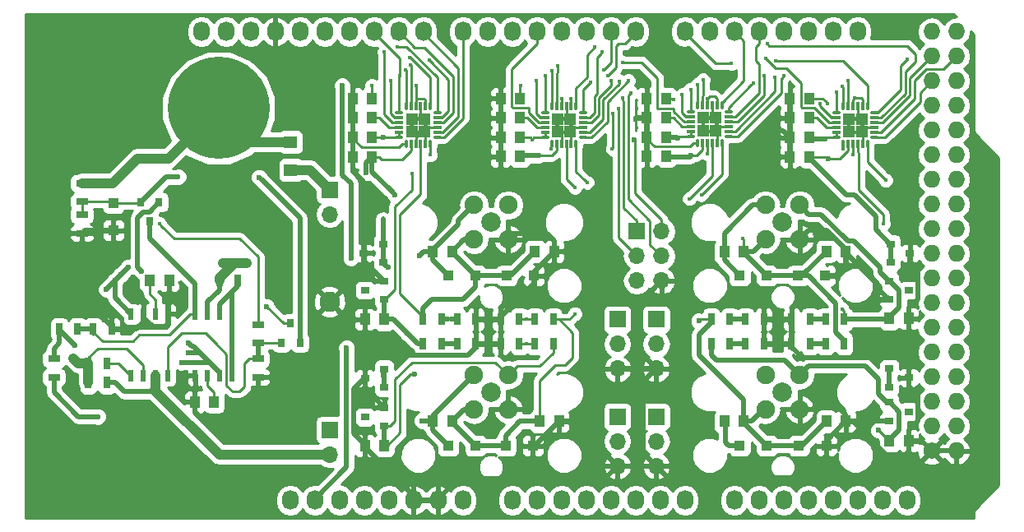
<source format=gbr>
G04 #@! TF.FileFunction,Copper,L2,Bot,Signal*
%FSLAX46Y46*%
G04 Gerber Fmt 4.6, Leading zero omitted, Abs format (unit mm)*
G04 Created by KiCad (PCBNEW 4.0.7) date 12/07/17 00:39:05*
%MOMM*%
%LPD*%
G01*
G04 APERTURE LIST*
%ADD10C,0.100000*%
%ADD11O,1.900000X1.900000*%
%ADD12C,2.000000*%
%ADD13R,0.700000X1.300000*%
%ADD14O,1.727200X2.032000*%
%ADD15C,1.727200*%
%ADD16O,1.727200X1.727200*%
%ADD17R,1.700000X1.700000*%
%ADD18O,1.700000X1.700000*%
%ADD19R,1.000000X1.250000*%
%ADD20R,0.508000X1.143000*%
%ADD21R,1.300000X0.700000*%
%ADD22C,2.100000*%
%ADD23C,10.500000*%
%ADD24R,1.400000X1.300000*%
%ADD25R,1.100000X1.100000*%
%ADD26R,0.900000X0.800000*%
%ADD27R,0.800000X0.900000*%
%ADD28O,0.850000X0.300000*%
%ADD29R,0.850000X0.300000*%
%ADD30O,0.300000X0.850000*%
%ADD31R,0.300000X0.850000*%
%ADD32R,1.300000X1.300000*%
%ADD33C,0.600000*%
%ADD34C,0.400000*%
%ADD35C,0.500000*%
%ADD36C,0.250000*%
%ADD37C,1.000000*%
%ADD38C,0.254000*%
G04 APERTURE END LIST*
D10*
D11*
X180232234Y-88732234D03*
X183767766Y-88732234D03*
X183767766Y-92267766D03*
X180232234Y-92267766D03*
D12*
X182000000Y-90500000D03*
D13*
X178172250Y-100500000D03*
X180072250Y-100500000D03*
X174672250Y-103000000D03*
X176572250Y-103000000D03*
X174672250Y-100500000D03*
X176572250Y-100500000D03*
X178172250Y-103000000D03*
X180072250Y-103000000D03*
X184827750Y-103000000D03*
X182927750Y-103000000D03*
X188327750Y-100500000D03*
X186427750Y-100500000D03*
X188327750Y-103000000D03*
X186427750Y-103000000D03*
X184827750Y-100500000D03*
X182927750Y-100500000D03*
D11*
X150232234Y-88732234D03*
X153767766Y-88732234D03*
X153767766Y-92267766D03*
X150232234Y-92267766D03*
D12*
X152000000Y-90500000D03*
D14*
X154178000Y-119126000D03*
X156718000Y-119126000D03*
X159258000Y-119126000D03*
X161798000Y-119126000D03*
X164338000Y-119126000D03*
X166878000Y-119126000D03*
X169418000Y-119126000D03*
X171958000Y-119126000D03*
X177038000Y-119126000D03*
X179578000Y-119126000D03*
X182118000Y-119126000D03*
X184658000Y-119126000D03*
X187198000Y-119126000D03*
X189738000Y-119126000D03*
X192278000Y-119126000D03*
X194818000Y-119126000D03*
X149098000Y-70866000D03*
X151638000Y-70866000D03*
X154178000Y-70866000D03*
X156718000Y-70866000D03*
X159258000Y-70866000D03*
X161798000Y-70866000D03*
X164338000Y-70866000D03*
X166878000Y-70866000D03*
X171958000Y-70866000D03*
X174498000Y-70866000D03*
X177038000Y-70866000D03*
X179578000Y-70866000D03*
X182118000Y-70866000D03*
X184658000Y-70866000D03*
X187198000Y-70866000D03*
X189738000Y-70866000D03*
D15*
X197358000Y-114046000D03*
D16*
X199898000Y-114046000D03*
X197358000Y-111506000D03*
X199898000Y-111506000D03*
X197358000Y-108966000D03*
X199898000Y-108966000D03*
X197358000Y-106426000D03*
X199898000Y-106426000D03*
X197358000Y-103886000D03*
X199898000Y-103886000D03*
X197358000Y-101346000D03*
X199898000Y-101346000D03*
X197358000Y-98806000D03*
X199898000Y-98806000D03*
X197358000Y-96266000D03*
X199898000Y-96266000D03*
X197358000Y-93726000D03*
X199898000Y-93726000D03*
X197358000Y-91186000D03*
X199898000Y-91186000D03*
X197358000Y-88646000D03*
X199898000Y-88646000D03*
X197358000Y-86106000D03*
X199898000Y-86106000D03*
X197358000Y-83566000D03*
X199898000Y-83566000D03*
X197358000Y-81026000D03*
X199898000Y-81026000D03*
X197358000Y-78486000D03*
X199898000Y-78486000D03*
X197358000Y-75946000D03*
X199898000Y-75946000D03*
X197358000Y-73406000D03*
X199898000Y-73406000D03*
X197358000Y-70866000D03*
X199898000Y-70866000D03*
D17*
X165000000Y-100500000D03*
D18*
X165000000Y-103040000D03*
X165000000Y-105580000D03*
D13*
X148500000Y-103000000D03*
X150400000Y-103000000D03*
X144996000Y-100500000D03*
X146896000Y-100500000D03*
X148500000Y-100500000D03*
X150400000Y-100500000D03*
X144996000Y-102998000D03*
X146896000Y-102998000D03*
D17*
X167005000Y-91440000D03*
D18*
X169545000Y-91440000D03*
X167005000Y-93980000D03*
X169545000Y-93980000D03*
X167005000Y-96520000D03*
X169545000Y-96520000D03*
D19*
X139750000Y-83750000D03*
X137750000Y-83750000D03*
D20*
X114935000Y-106299000D03*
X116205000Y-106299000D03*
X117475000Y-106299000D03*
X118745000Y-106299000D03*
X118745000Y-99949000D03*
X117475000Y-99949000D03*
X116205000Y-99949000D03*
X114935000Y-99949000D03*
X125349000Y-99949000D03*
X124079000Y-99949000D03*
X122809000Y-99949000D03*
X121539000Y-99949000D03*
X121539000Y-106299000D03*
X122809000Y-106299000D03*
X124079000Y-106299000D03*
X125349000Y-106299000D03*
D19*
X116856000Y-96520000D03*
X118856000Y-96520000D03*
X123500000Y-109000000D03*
X121500000Y-109000000D03*
D13*
X110550000Y-107000000D03*
X112450000Y-107000000D03*
X110550000Y-105000000D03*
X112450000Y-105000000D03*
D21*
X128000000Y-101050000D03*
X128000000Y-102950000D03*
X128000000Y-104550000D03*
X128000000Y-106450000D03*
D13*
X125918000Y-96520000D03*
X124018000Y-96520000D03*
X109450000Y-101500000D03*
X107550000Y-101500000D03*
X112950000Y-101500000D03*
X111050000Y-101500000D03*
D14*
X122174000Y-70866000D03*
X124714000Y-70866000D03*
X127254000Y-70866000D03*
X129794000Y-70866000D03*
X132334000Y-70866000D03*
X134874000Y-70866000D03*
X137414000Y-70866000D03*
X139954000Y-70866000D03*
X142494000Y-70866000D03*
X145034000Y-70866000D03*
X131318000Y-119126000D03*
X133858000Y-119126000D03*
X136398000Y-119126000D03*
X138938000Y-119126000D03*
X141478000Y-119126000D03*
X144018000Y-119126000D03*
X146558000Y-119126000D03*
X149098000Y-119126000D03*
D22*
X135378000Y-98666000D03*
D21*
X107000000Y-104550000D03*
X107000000Y-106450000D03*
D23*
X110236000Y-78740000D03*
X123952000Y-78740000D03*
D19*
X139750000Y-81750000D03*
X137750000Y-81750000D03*
X139750000Y-79750000D03*
X137750000Y-79750000D03*
X139750000Y-77750000D03*
X137750000Y-77750000D03*
X146000000Y-93500000D03*
X148000000Y-93500000D03*
X156500000Y-93500000D03*
X158500000Y-93500000D03*
X141000000Y-100500000D03*
X139000000Y-100500000D03*
X170028000Y-83666000D03*
X168028000Y-83666000D03*
X170000000Y-81750000D03*
X168000000Y-81750000D03*
X170000000Y-79750000D03*
X168000000Y-79750000D03*
X155000000Y-77750000D03*
X153000000Y-77750000D03*
X146000000Y-111000000D03*
X148000000Y-111000000D03*
X157000000Y-111000000D03*
X159000000Y-111000000D03*
X141000000Y-113500000D03*
X139000000Y-113500000D03*
X154978000Y-83716000D03*
X152978000Y-83716000D03*
X155000000Y-81750000D03*
X153000000Y-81750000D03*
X155000000Y-79750000D03*
X153000000Y-79750000D03*
X170000000Y-77750000D03*
X168000000Y-77750000D03*
X176000000Y-93500000D03*
X178000000Y-93500000D03*
X186500000Y-93500000D03*
X188500000Y-93500000D03*
X193000000Y-100416000D03*
X195000000Y-100416000D03*
X184750000Y-83750000D03*
X182750000Y-83750000D03*
X184750000Y-81750000D03*
X182750000Y-81750000D03*
X184750000Y-79750000D03*
X182750000Y-79750000D03*
X184750000Y-77750000D03*
X182750000Y-77750000D03*
X176000000Y-111000000D03*
X178000000Y-111000000D03*
X186500000Y-111000000D03*
X188500000Y-111000000D03*
X193000000Y-113000000D03*
X195000000Y-113000000D03*
D24*
X131378000Y-85116000D03*
X131378000Y-82216000D03*
D25*
X113128000Y-88516000D03*
X113128000Y-91316000D03*
X147600000Y-96000000D03*
X150400000Y-96000000D03*
X153600000Y-96000000D03*
X156400000Y-96000000D03*
D26*
X140878000Y-92716000D03*
X140878000Y-94616000D03*
X138878000Y-93666000D03*
X141000000Y-96550000D03*
X141000000Y-98450000D03*
X139000000Y-97500000D03*
D25*
X147600000Y-113500000D03*
X150400000Y-113500000D03*
X153500000Y-113500000D03*
X156300000Y-113500000D03*
D26*
X141000000Y-105600000D03*
X141000000Y-107500000D03*
X139000000Y-106550000D03*
X141000000Y-109600000D03*
X141000000Y-111500000D03*
X139000000Y-110550000D03*
D25*
X177600000Y-96000000D03*
X180400000Y-96000000D03*
X183600000Y-96000000D03*
X186400000Y-96000000D03*
D26*
X193128000Y-94616000D03*
X193128000Y-92716000D03*
X195128000Y-93666000D03*
X193000000Y-98450000D03*
X193000000Y-96550000D03*
X195000000Y-97500000D03*
D25*
X177600000Y-113500000D03*
X180400000Y-113500000D03*
X183700000Y-113500000D03*
X186500000Y-113500000D03*
D26*
X193000000Y-107450000D03*
X193000000Y-105550000D03*
X195000000Y-106500000D03*
X193000000Y-110950000D03*
X193000000Y-109050000D03*
X195000000Y-110000000D03*
D11*
X150232234Y-106232234D03*
X153767766Y-106232234D03*
X153767766Y-109767766D03*
X150232234Y-109767766D03*
D12*
X152000000Y-108000000D03*
D17*
X165000000Y-110500000D03*
D18*
X165000000Y-113040000D03*
X165000000Y-115580000D03*
D17*
X169000000Y-100500000D03*
D18*
X169000000Y-103040000D03*
X169000000Y-105580000D03*
D11*
X180232234Y-106232234D03*
X183767766Y-106232234D03*
X183767766Y-109767766D03*
X180232234Y-109767766D03*
D12*
X182000000Y-108000000D03*
D17*
X169000000Y-110500000D03*
D18*
X169000000Y-113040000D03*
X169000000Y-115580000D03*
D27*
X115928000Y-88416000D03*
X117828000Y-88416000D03*
X116878000Y-90416000D03*
X132328000Y-102916000D03*
X130428000Y-102916000D03*
X131378000Y-100916000D03*
D21*
X109878000Y-86466000D03*
X109878000Y-88366000D03*
X109878000Y-91616000D03*
X109878000Y-89716000D03*
D13*
X158400000Y-100500000D03*
X156500000Y-100500000D03*
X154900000Y-100500000D03*
X153000000Y-100500000D03*
X158400000Y-103000000D03*
X156500000Y-103000000D03*
X154900000Y-103000000D03*
X153000000Y-103000000D03*
D28*
X142550000Y-81750000D03*
D29*
X142550000Y-81250000D03*
X142550000Y-80750000D03*
X142550000Y-80250000D03*
X142550000Y-79750000D03*
D28*
X142550000Y-79250000D03*
D30*
X143250000Y-78550000D03*
D31*
X143750000Y-78550000D03*
X144250000Y-78550000D03*
X144750000Y-78550000D03*
X145250000Y-78550000D03*
D30*
X145750000Y-78550000D03*
D28*
X146450000Y-79250000D03*
D29*
X146450000Y-79750000D03*
X146450000Y-80250000D03*
X146450000Y-80750000D03*
X146450000Y-81250000D03*
D28*
X146450000Y-81750000D03*
D30*
X145750000Y-82450000D03*
D31*
X145250000Y-82450000D03*
X144750000Y-82450000D03*
X144250000Y-82450000D03*
X143750000Y-82450000D03*
D30*
X143250000Y-82450000D03*
D32*
X145150000Y-79850000D03*
X145150000Y-81150000D03*
X143850000Y-79850000D03*
X143850000Y-81150000D03*
D28*
X157550000Y-81750000D03*
D29*
X157550000Y-81250000D03*
X157550000Y-80750000D03*
X157550000Y-80250000D03*
X157550000Y-79750000D03*
D28*
X157550000Y-79250000D03*
D30*
X158250000Y-78550000D03*
D31*
X158750000Y-78550000D03*
X159250000Y-78550000D03*
X159750000Y-78550000D03*
X160250000Y-78550000D03*
D30*
X160750000Y-78550000D03*
D28*
X161450000Y-79250000D03*
D29*
X161450000Y-79750000D03*
X161450000Y-80250000D03*
X161450000Y-80750000D03*
X161450000Y-81250000D03*
D28*
X161450000Y-81750000D03*
D30*
X160750000Y-82450000D03*
D31*
X160250000Y-82450000D03*
X159750000Y-82450000D03*
X159250000Y-82450000D03*
X158750000Y-82450000D03*
D30*
X158250000Y-82450000D03*
D32*
X160150000Y-79850000D03*
X160150000Y-81150000D03*
X158850000Y-79850000D03*
X158850000Y-81150000D03*
D28*
X172550000Y-81650000D03*
D29*
X172550000Y-81150000D03*
X172550000Y-80650000D03*
X172550000Y-80150000D03*
X172550000Y-79650000D03*
D28*
X172550000Y-79150000D03*
D30*
X173250000Y-78450000D03*
D31*
X173750000Y-78450000D03*
X174250000Y-78450000D03*
X174750000Y-78450000D03*
X175250000Y-78450000D03*
D30*
X175750000Y-78450000D03*
D28*
X176450000Y-79150000D03*
D29*
X176450000Y-79650000D03*
X176450000Y-80150000D03*
X176450000Y-80650000D03*
X176450000Y-81150000D03*
D28*
X176450000Y-81650000D03*
D30*
X175750000Y-82350000D03*
D31*
X175250000Y-82350000D03*
X174750000Y-82350000D03*
X174250000Y-82350000D03*
X173750000Y-82350000D03*
D30*
X173250000Y-82350000D03*
D32*
X175150000Y-79750000D03*
X175150000Y-81050000D03*
X173850000Y-79750000D03*
X173850000Y-81050000D03*
D28*
X187550000Y-81750000D03*
D29*
X187550000Y-81250000D03*
X187550000Y-80750000D03*
X187550000Y-80250000D03*
X187550000Y-79750000D03*
D28*
X187550000Y-79250000D03*
D30*
X188250000Y-78550000D03*
D31*
X188750000Y-78550000D03*
X189250000Y-78550000D03*
X189750000Y-78550000D03*
X190250000Y-78550000D03*
D30*
X190750000Y-78550000D03*
D28*
X191450000Y-79250000D03*
D29*
X191450000Y-79750000D03*
X191450000Y-80250000D03*
X191450000Y-80750000D03*
X191450000Y-81250000D03*
D28*
X191450000Y-81750000D03*
D30*
X190750000Y-82450000D03*
D31*
X190250000Y-82450000D03*
X189750000Y-82450000D03*
X189250000Y-82450000D03*
X188750000Y-82450000D03*
D30*
X188250000Y-82450000D03*
D32*
X190150000Y-79850000D03*
X190150000Y-81150000D03*
X188850000Y-79850000D03*
X188850000Y-81150000D03*
D17*
X135378000Y-111876000D03*
D18*
X135378000Y-114416000D03*
D17*
X135378000Y-87126000D03*
D18*
X135378000Y-89666000D03*
D33*
X137478010Y-79666006D03*
X137478010Y-77764285D03*
X166878000Y-79915970D03*
X150628004Y-79916000D03*
X151628000Y-79916000D03*
X104878000Y-104416000D03*
X104878000Y-103416000D03*
X104878000Y-102416000D03*
X104878000Y-101416000D03*
X191628000Y-102165988D03*
X191628000Y-98916000D03*
X180628000Y-81050000D03*
X181628000Y-81050000D03*
D34*
X145150000Y-81150000D03*
X143850000Y-81150000D03*
X143850000Y-79850000D03*
X145150000Y-79850000D03*
X158850000Y-79850000D03*
X158850000Y-81150000D03*
X160150000Y-81150000D03*
X160150000Y-79850000D03*
X188850000Y-81150000D03*
X190150000Y-81150000D03*
X190150000Y-79850000D03*
X188850000Y-79850000D03*
X173850000Y-81050000D03*
X175150000Y-81050000D03*
X175150000Y-79750000D03*
X173850000Y-79750000D03*
D33*
X166728000Y-81966000D03*
D34*
X156228000Y-81966000D03*
D33*
X171178000Y-81866000D03*
X186378000Y-81916000D03*
X140878000Y-81750000D03*
D34*
X117878006Y-90666000D03*
D33*
X186678000Y-83966000D03*
X172577992Y-83616000D03*
X142128000Y-87665994D03*
X139128000Y-85416000D03*
X141378006Y-95166000D03*
X193128000Y-93666000D03*
X156878000Y-83616001D03*
X144878000Y-110916000D03*
D34*
X193128000Y-107416000D03*
X176128000Y-113166008D03*
X140878000Y-106416000D03*
X140878000Y-90166000D03*
X140878000Y-91166000D03*
D33*
X144628000Y-93916000D03*
X112378036Y-97416000D03*
X114628000Y-95165990D03*
X113878000Y-95915982D03*
X113284000Y-96520000D03*
X120878000Y-102916000D03*
X120878000Y-103916000D03*
X120128000Y-104916000D03*
X109000000Y-104500000D03*
D34*
X174224990Y-83416121D03*
D33*
X137128000Y-103416000D03*
X137578000Y-94166000D03*
D34*
X170828000Y-77866107D03*
X174264376Y-77791124D03*
X189459000Y-77666000D03*
X186657028Y-78241010D03*
X155027325Y-76441030D03*
X144328000Y-76441030D03*
X189228000Y-83516000D03*
X188202405Y-82918820D03*
X158202405Y-82918820D03*
X164478000Y-82916000D03*
X164528000Y-79279037D03*
D33*
X136678000Y-76416000D03*
D34*
X139728000Y-76416010D03*
X159278000Y-77766000D03*
X160178000Y-77766000D03*
X159278000Y-77766000D03*
X165577989Y-77672509D03*
X173270281Y-76291077D03*
X188128000Y-76516000D03*
X158278000Y-74866000D03*
X143224990Y-74816000D03*
X165127978Y-78754036D03*
X171678000Y-77341097D03*
X156628000Y-75916020D03*
X141675760Y-75890990D03*
X185878000Y-78266000D03*
X173811438Y-75841066D03*
X188728000Y-75916000D03*
X143728000Y-74290990D03*
X158828000Y-74340990D03*
X166383161Y-77152294D03*
D33*
X128878000Y-99166000D03*
X111500000Y-110500000D03*
X109128000Y-103166000D03*
X116003220Y-95540672D03*
D34*
X166128000Y-75916000D03*
X162249245Y-76044767D03*
X164378010Y-75916000D03*
X165167003Y-75955017D03*
X182128000Y-75416000D03*
X178978000Y-76166000D03*
X180128014Y-75416000D03*
X181228000Y-75566000D03*
X194878000Y-73666012D03*
X172536601Y-76816087D03*
X187528000Y-77116000D03*
X157578000Y-75391010D03*
X142578000Y-75366000D03*
X142328000Y-72440990D03*
X140978000Y-72965996D03*
X165540720Y-74010813D03*
X180278000Y-73632042D03*
X163554684Y-74840990D03*
X143578000Y-73516000D03*
X164028000Y-75366000D03*
X145628000Y-73790970D03*
X181299233Y-73894755D03*
X176728000Y-74166000D03*
X180428000Y-72115978D03*
X162678000Y-72466000D03*
X163436054Y-72960801D03*
D33*
X128128000Y-85866002D03*
X119778000Y-85816000D03*
D34*
X145760790Y-83538215D03*
X143838118Y-85460887D03*
D33*
X143378000Y-101916000D03*
D34*
X172428000Y-88065994D03*
X160628000Y-99916000D03*
X173628000Y-87666014D03*
D33*
X144122301Y-106137906D03*
D34*
X160628000Y-86916000D03*
X177878000Y-92166000D03*
X161878000Y-86390990D03*
X188128000Y-99416000D03*
X192378000Y-90666006D03*
D33*
X173378000Y-100666000D03*
D34*
X192628000Y-86166000D03*
D33*
X191878000Y-111916000D03*
X126878000Y-94666000D03*
X125628000Y-94666000D03*
X124378000Y-94666000D03*
D34*
X147628000Y-102998000D03*
X147628000Y-100500000D03*
X155628000Y-103000000D03*
X155628000Y-100500000D03*
X185628000Y-100500000D03*
X185628000Y-103000000D03*
X177378000Y-103000000D03*
X177378000Y-100500000D03*
D35*
X138878000Y-94566000D02*
X138878000Y-93666000D01*
X139000000Y-100500000D02*
X139000000Y-100375000D01*
X138878000Y-86326035D02*
X138878000Y-92766000D01*
X137750000Y-85198035D02*
X138878000Y-86326035D01*
X137750000Y-83750000D02*
X137750000Y-85198035D01*
X138878000Y-92766000D02*
X138878000Y-93666000D01*
X137750000Y-77750000D02*
X137492295Y-77750000D01*
X137750000Y-79750000D02*
X137750000Y-79713732D01*
X137478010Y-79666006D02*
X137478010Y-77764285D01*
X137750000Y-79713732D02*
X137702274Y-79666006D01*
X137702274Y-79666006D02*
X137478010Y-79666006D01*
X137492295Y-77750000D02*
X137478010Y-77764285D01*
X167000000Y-79750000D02*
X166878000Y-79872000D01*
X166878000Y-79872000D02*
X166878000Y-79915970D01*
X168000000Y-79750000D02*
X167000000Y-79750000D01*
X150628004Y-79491736D02*
X150628004Y-79916000D01*
X151628000Y-78241736D02*
X150628004Y-79241732D01*
X150628004Y-79241732D02*
X150628004Y-79491736D01*
X151628000Y-78122000D02*
X151628000Y-78241736D01*
X153000000Y-77750000D02*
X152000000Y-77750000D01*
X151628000Y-78241736D02*
X151628000Y-79916000D01*
X152000000Y-77750000D02*
X151628000Y-78122000D01*
X128000000Y-106450000D02*
X128300000Y-106450000D01*
X104986001Y-87024001D02*
X104878000Y-87132002D01*
X104878000Y-87132002D02*
X104878000Y-101416000D01*
X104878000Y-103416000D02*
X104878000Y-104416000D01*
X104878000Y-102416000D02*
X104878000Y-103416000D01*
X104878000Y-101416000D02*
X104878000Y-102416000D01*
X105250000Y-101000000D02*
X105250000Y-101044000D01*
X105250000Y-101044000D02*
X104878000Y-101416000D01*
X144018000Y-118643000D02*
X144018000Y-119126000D01*
X139000000Y-113625000D02*
X144018000Y-118643000D01*
X139000000Y-113500000D02*
X139000000Y-113625000D01*
X110236000Y-78740000D02*
X104986001Y-83989999D01*
X104986001Y-83989999D02*
X104986001Y-87024001D01*
X109578000Y-91616000D02*
X109878000Y-91616000D01*
X113128000Y-91316000D02*
X110178000Y-91316000D01*
X110178000Y-91316000D02*
X109878000Y-91616000D01*
X165000000Y-115580000D02*
X163664000Y-116916000D01*
X163664000Y-116916000D02*
X148615600Y-116916000D01*
X148615600Y-116916000D02*
X146558000Y-118973600D01*
X146558000Y-118973600D02*
X146558000Y-119126000D01*
X191628000Y-102165988D02*
X191628000Y-102590252D01*
X191628000Y-102590252D02*
X192453748Y-103416000D01*
X192453748Y-103416000D02*
X192878000Y-103416000D01*
X194628000Y-103416000D02*
X192878000Y-103416000D01*
X195000000Y-103416000D02*
X194628000Y-103416000D01*
X194628000Y-103416000D02*
X192628000Y-103416000D01*
X193000000Y-98450000D02*
X192094000Y-98450000D01*
X192094000Y-98450000D02*
X191628000Y-98916000D01*
X150400000Y-103000000D02*
X150400000Y-103422767D01*
X150400000Y-103422767D02*
X149656767Y-104166000D01*
X149656767Y-104166000D02*
X143737893Y-104166000D01*
X143737893Y-104166000D02*
X139000000Y-104166000D01*
X184043750Y-104416000D02*
X182927750Y-103300000D01*
X192628000Y-103416000D02*
X191628000Y-104416000D01*
X191628000Y-104416000D02*
X184043750Y-104416000D01*
X182927750Y-103300000D02*
X182927750Y-103000000D01*
X195000000Y-103416000D02*
X195000000Y-106500000D01*
X195000000Y-101541000D02*
X195000000Y-103416000D01*
X181628000Y-81050000D02*
X182050000Y-81050000D01*
X182050000Y-81050000D02*
X182750000Y-81750000D01*
X181628000Y-81050000D02*
X180628000Y-81050000D01*
X139000000Y-105650000D02*
X139000000Y-106550000D01*
X139000000Y-101625000D02*
X139000000Y-104166000D01*
X139000000Y-100500000D02*
X139000000Y-101625000D01*
X139000000Y-104166000D02*
X139000000Y-105650000D01*
X195128000Y-93666000D02*
X195128000Y-94566000D01*
X195128000Y-94566000D02*
X195900001Y-95338001D01*
X195900001Y-95338001D02*
X195900001Y-98390999D01*
X195900001Y-98390999D02*
X195000000Y-99291000D01*
X195000000Y-99291000D02*
X195000000Y-100416000D01*
X138878000Y-93666000D02*
X138878000Y-94428000D01*
X138878000Y-94428000D02*
X141000000Y-96550000D01*
X141000000Y-96550000D02*
X140950000Y-96550000D01*
X140950000Y-96550000D02*
X140878000Y-96622000D01*
X140878000Y-96622000D02*
X140878000Y-96666000D01*
X192050000Y-97550000D02*
X192950000Y-98450000D01*
X188500000Y-93625000D02*
X192050000Y-97175000D01*
X192050000Y-97175000D02*
X192050000Y-97550000D01*
X192950000Y-98450000D02*
X193000000Y-98450000D01*
X186500000Y-113500000D02*
X186500000Y-114550000D01*
X186500000Y-114550000D02*
X184249999Y-116800001D01*
X184249999Y-116800001D02*
X170220001Y-116800001D01*
X170220001Y-116800001D02*
X169849999Y-116429999D01*
X169849999Y-116429999D02*
X169000000Y-115580000D01*
X144018000Y-119126000D02*
X146558000Y-119126000D01*
D36*
X168000000Y-81875000D02*
X168000000Y-81750000D01*
X168825001Y-82700001D02*
X168000000Y-81875000D01*
X172850000Y-82350000D02*
X172499999Y-82700001D01*
X173250000Y-82350000D02*
X172850000Y-82350000D01*
X172499999Y-82700001D02*
X168825001Y-82700001D01*
D35*
X197358000Y-114046000D02*
X199898000Y-114046000D01*
X195000000Y-113000000D02*
X196312000Y-113000000D01*
X196312000Y-113000000D02*
X197358000Y-114046000D01*
D36*
X144250000Y-82450000D02*
X144250000Y-81775000D01*
X144250000Y-81775000D02*
X144875000Y-81150000D01*
X144875000Y-81150000D02*
X145150000Y-81150000D01*
X145250000Y-82450000D02*
X145250000Y-81250000D01*
X145250000Y-81250000D02*
X145150000Y-81150000D01*
X146450000Y-80750000D02*
X145550000Y-80750000D01*
X145550000Y-80750000D02*
X145150000Y-81150000D01*
X144750000Y-78550000D02*
X144750000Y-79450000D01*
X144750000Y-79450000D02*
X145150000Y-79850000D01*
X159250000Y-82450000D02*
X159250000Y-81550000D01*
X159250000Y-81550000D02*
X158850000Y-81150000D01*
X160250000Y-82450000D02*
X160250000Y-81250000D01*
X160250000Y-81250000D02*
X160150000Y-81150000D01*
X161450000Y-80750000D02*
X160550000Y-80750000D01*
X160550000Y-80750000D02*
X160150000Y-81150000D01*
X159750000Y-78550000D02*
X159750000Y-79450000D01*
X159750000Y-79450000D02*
X160150000Y-79850000D01*
X174750000Y-78450000D02*
X174750000Y-79350000D01*
X174750000Y-79350000D02*
X175150000Y-79750000D01*
X189750000Y-78550000D02*
X189750000Y-79450000D01*
X189750000Y-79450000D02*
X190150000Y-79850000D01*
X190250000Y-82450000D02*
X190250000Y-81250000D01*
X190250000Y-81250000D02*
X190150000Y-81150000D01*
X191450000Y-80750000D02*
X190550000Y-80750000D01*
X190550000Y-80750000D02*
X190150000Y-81150000D01*
X176450000Y-80650000D02*
X175550000Y-80650000D01*
X175550000Y-80650000D02*
X175150000Y-81050000D01*
X175250000Y-82350000D02*
X175250000Y-81150000D01*
X175250000Y-81150000D02*
X175150000Y-81050000D01*
D35*
X169000000Y-105580000D02*
X167699999Y-106880001D01*
X167699999Y-106880001D02*
X167699999Y-114279999D01*
X167699999Y-114279999D02*
X168150001Y-114730001D01*
X168150001Y-114730001D02*
X169000000Y-115580000D01*
X167128000Y-98916000D02*
X167128000Y-103708000D01*
X167128000Y-103708000D02*
X169000000Y-105580000D01*
X168674001Y-97369999D02*
X167128000Y-98916000D01*
X169545000Y-96520000D02*
X168695001Y-97369999D01*
X168695001Y-97369999D02*
X168674001Y-97369999D01*
X165000000Y-105580000D02*
X169000000Y-105580000D01*
X159000000Y-111000000D02*
X160000000Y-111000000D01*
X165000000Y-106000000D02*
X165000000Y-105580000D01*
X165000000Y-115580000D02*
X169000000Y-115580000D01*
X159000000Y-111000000D02*
X160420000Y-111000000D01*
X160420000Y-111000000D02*
X165000000Y-115580000D01*
X188500000Y-93500000D02*
X188500000Y-93625000D01*
X195000000Y-100416000D02*
X195000000Y-101541000D01*
X195000000Y-106500000D02*
X195000000Y-107400000D01*
X195000000Y-107400000D02*
X195900001Y-108300001D01*
X195900001Y-108300001D02*
X195900001Y-110974999D01*
X195900001Y-110974999D02*
X195000000Y-111875000D01*
X195000000Y-111875000D02*
X195000000Y-113000000D01*
X193000000Y-110950000D02*
X188550000Y-110950000D01*
X188550000Y-110950000D02*
X188500000Y-111000000D01*
X195000000Y-113000000D02*
X195000000Y-114125000D01*
X195000000Y-114125000D02*
X194709000Y-114416000D01*
X194709000Y-114416000D02*
X192628000Y-114416000D01*
X192628000Y-114416000D02*
X189212000Y-111000000D01*
X189212000Y-111000000D02*
X188500000Y-111000000D01*
X186400000Y-96000000D02*
X186400000Y-96144000D01*
X156400000Y-96000000D02*
X156400000Y-96800000D01*
X156400000Y-96800000D02*
X153000000Y-100200000D01*
X153000000Y-100200000D02*
X153000000Y-100500000D01*
X141000000Y-109600000D02*
X140950000Y-109600000D01*
X139000000Y-113500000D02*
X139000000Y-113375000D01*
X139000000Y-113375000D02*
X137878000Y-112253000D01*
X137878000Y-112253000D02*
X137878000Y-107666000D01*
X137878000Y-107666000D02*
X138994000Y-106550000D01*
X138994000Y-106550000D02*
X139000000Y-106550000D01*
X141000000Y-109600000D02*
X139000000Y-107600000D01*
X139000000Y-107600000D02*
X139000000Y-106550000D01*
X159000000Y-111000000D02*
X159000000Y-110788000D01*
X153776234Y-109767766D02*
X153767766Y-109767766D01*
X188500000Y-111000000D02*
X188500000Y-110288000D01*
X188500000Y-110288000D02*
X187628000Y-109416000D01*
X187628000Y-109416000D02*
X185463034Y-109416000D01*
X185463034Y-109416000D02*
X185111268Y-109767766D01*
X185111268Y-109767766D02*
X183767766Y-109767766D01*
X158500000Y-93500000D02*
X158500000Y-92375000D01*
X157791000Y-91666000D02*
X154369532Y-91666000D01*
X158500000Y-92375000D02*
X157791000Y-91666000D01*
X154369532Y-91666000D02*
X153767766Y-92267766D01*
X183767766Y-92267766D02*
X184717765Y-91317767D01*
X184717765Y-91317767D02*
X186529767Y-91317767D01*
X186529767Y-91317767D02*
X188500000Y-93288000D01*
X188500000Y-93288000D02*
X188500000Y-93500000D01*
X188534000Y-94916000D02*
X188500000Y-94882000D01*
X188500000Y-94882000D02*
X188500000Y-93500000D01*
X186400000Y-96000000D02*
X187450000Y-96000000D01*
X187450000Y-96000000D02*
X188534000Y-94916000D01*
X153000000Y-100500000D02*
X153000000Y-103000000D01*
X182927750Y-100500000D02*
X180072250Y-100500000D01*
X182927750Y-103000000D02*
X182927750Y-100500000D01*
X180072250Y-103000000D02*
X182927750Y-103000000D01*
X186500000Y-113500000D02*
X186500000Y-113000000D01*
X186500000Y-113000000D02*
X188500000Y-111000000D01*
X156300000Y-113500000D02*
X156500000Y-113500000D01*
X156500000Y-113500000D02*
X159000000Y-111000000D01*
X156400000Y-96000000D02*
X156400000Y-95600000D01*
X156400000Y-95600000D02*
X158500000Y-93500000D01*
X150400000Y-103000000D02*
X153000000Y-103000000D01*
X150400000Y-100500000D02*
X153000000Y-100500000D01*
X182750000Y-81750000D02*
X182750000Y-83750000D01*
X182750000Y-79750000D02*
X182750000Y-81750000D01*
X182750000Y-77750000D02*
X182750000Y-79750000D01*
X168000000Y-81750000D02*
X168000000Y-83750000D01*
X168000000Y-79750000D02*
X168000000Y-81750000D01*
X168000000Y-77750000D02*
X168000000Y-79750000D01*
X153000000Y-81750000D02*
X153000000Y-83750000D01*
X153000000Y-79750000D02*
X153000000Y-81750000D01*
X153000000Y-77750000D02*
X153000000Y-79750000D01*
X137750000Y-81750000D02*
X137750000Y-83750000D01*
X137750000Y-79750000D02*
X137750000Y-81750000D01*
X137750000Y-77750000D02*
X137750000Y-79750000D01*
D36*
X143250000Y-82450000D02*
X142850000Y-82450000D01*
X142850000Y-82450000D02*
X142500001Y-82799999D01*
X142500001Y-82799999D02*
X138674999Y-82799999D01*
X138674999Y-82799999D02*
X137750000Y-81875000D01*
X137750000Y-81875000D02*
X137750000Y-81750000D01*
D35*
X112950000Y-101200000D02*
X111500000Y-99750000D01*
X111500000Y-99750000D02*
X106500000Y-99750000D01*
X106500000Y-99750000D02*
X105250000Y-101000000D01*
X118856000Y-97894000D02*
X118745000Y-98005000D01*
X118745000Y-98005000D02*
X118745000Y-99949000D01*
X118856000Y-96520000D02*
X118856000Y-97894000D01*
D36*
X112950000Y-101500000D02*
X112950000Y-101200000D01*
D35*
X116205000Y-99949000D02*
X116205000Y-100770500D01*
X116205000Y-100770500D02*
X115475500Y-101500000D01*
X115475500Y-101500000D02*
X112950000Y-101500000D01*
X118490000Y-101250000D02*
X117188500Y-101250000D01*
X117188500Y-101250000D02*
X116205000Y-100266500D01*
X116205000Y-100266500D02*
X116205000Y-99949000D01*
X118745000Y-100995000D02*
X118490000Y-101250000D01*
X118745000Y-99949000D02*
X118745000Y-100995000D01*
D36*
X118856000Y-99838000D02*
X118745000Y-99949000D01*
D35*
X128000000Y-106450000D02*
X128000000Y-107750000D01*
X128000000Y-107750000D02*
X124750000Y-111000000D01*
X124750000Y-111000000D02*
X122500000Y-111000000D01*
X122500000Y-111000000D02*
X121500000Y-110000000D01*
X121500000Y-110000000D02*
X121500000Y-109000000D01*
D36*
X121539000Y-106299000D02*
X121539000Y-108961000D01*
X121539000Y-108961000D02*
X121500000Y-109000000D01*
X166828000Y-82390264D02*
X166828000Y-81966000D01*
X169545000Y-90237919D02*
X166828000Y-87520919D01*
X169545000Y-91440000D02*
X169545000Y-90237919D01*
X166828000Y-87520919D02*
X166828000Y-82390264D01*
X157550000Y-81750000D02*
X156444000Y-81750000D01*
X156012000Y-81750000D02*
X156028001Y-81766001D01*
X156444000Y-81750000D02*
X156427999Y-81766001D01*
X155000000Y-81750000D02*
X156012000Y-81750000D01*
X156427999Y-81766001D02*
X156228000Y-81966000D01*
X156028001Y-81766001D02*
X156228000Y-81966000D01*
D35*
X171062000Y-81750000D02*
X171178000Y-81866000D01*
X170000000Y-81750000D02*
X171062000Y-81750000D01*
D36*
X187550000Y-81250000D02*
X187550000Y-81750000D01*
X172550000Y-81150000D02*
X172550000Y-81650000D01*
X157550000Y-81250000D02*
X157550000Y-81750000D01*
X142550000Y-81250000D02*
X142550000Y-81750000D01*
D35*
X141478000Y-118973600D02*
X141478000Y-119126000D01*
X186378000Y-81916000D02*
X184916000Y-81916000D01*
X184916000Y-81916000D02*
X184750000Y-81750000D01*
X155084000Y-81666000D02*
X155000000Y-81750000D01*
D36*
X185500000Y-81750000D02*
X186128000Y-81750000D01*
X172550000Y-81650000D02*
X171128000Y-81650000D01*
X171128000Y-81650000D02*
X170100000Y-81650000D01*
X171375000Y-81650000D02*
X171128000Y-81650000D01*
X170100000Y-81650000D02*
X170000000Y-81750000D01*
X186128000Y-81750000D02*
X187550000Y-81750000D01*
X184750000Y-81750000D02*
X185500000Y-81750000D01*
X139750000Y-81750000D02*
X140878000Y-81750000D01*
X140878000Y-81666000D02*
X140878000Y-81750000D01*
X140878000Y-81750000D02*
X141878000Y-81750000D01*
X142550000Y-81750000D02*
X141878000Y-81750000D01*
X141878000Y-81750000D02*
X142450000Y-81750000D01*
X157550000Y-81750000D02*
X157450000Y-81750000D01*
X116856000Y-96520000D02*
X116856000Y-97856000D01*
X117475000Y-98475000D02*
X117475000Y-99949000D01*
X116856000Y-97856000D02*
X117475000Y-98475000D01*
X119378006Y-92166000D02*
X118078005Y-90865999D01*
X128000000Y-94038000D02*
X126128000Y-92166000D01*
X118078005Y-90865999D02*
X117878006Y-90666000D01*
X128000000Y-101050000D02*
X128000000Y-94038000D01*
X126128000Y-92166000D02*
X119378006Y-92166000D01*
X187909000Y-83966000D02*
X187102264Y-83966000D01*
X188750000Y-83125000D02*
X187909000Y-83966000D01*
X187102264Y-83966000D02*
X186678000Y-83966000D01*
X188750000Y-82450000D02*
X188750000Y-83125000D01*
X186462000Y-83750000D02*
X186678000Y-83966000D01*
X184750000Y-83750000D02*
X186462000Y-83750000D01*
D35*
X176128000Y-113166008D02*
X176128000Y-111128000D01*
X176128000Y-111128000D02*
X176000000Y-111000000D01*
D37*
X131378000Y-85116000D02*
X133368000Y-85116000D01*
X133368000Y-85116000D02*
X135378000Y-87126000D01*
D36*
X173002256Y-83616000D02*
X172577992Y-83616000D01*
X173750000Y-82350000D02*
X173750000Y-82691648D01*
X173724998Y-83050002D02*
X173159000Y-83616000D01*
X173724998Y-82716650D02*
X173724998Y-83050002D01*
X173750000Y-82691648D02*
X173724998Y-82716650D01*
X173159000Y-83616000D02*
X173002256Y-83616000D01*
D35*
X171794000Y-83750000D02*
X172443992Y-83750000D01*
X170000000Y-83750000D02*
X171794000Y-83750000D01*
X172443992Y-83750000D02*
X172577992Y-83616000D01*
X141828001Y-87365995D02*
X142128000Y-87665994D01*
X139750000Y-85287994D02*
X141828001Y-87365995D01*
X139750000Y-83750000D02*
X139750000Y-85287994D01*
X139128000Y-85416000D02*
X139128000Y-84372000D01*
X139128000Y-84372000D02*
X139750000Y-83750000D01*
D36*
X158750000Y-83125000D02*
X158258999Y-83616001D01*
D35*
X193128000Y-92716000D02*
X193078000Y-92716000D01*
X193078000Y-92716000D02*
X191628000Y-91266000D01*
X191628000Y-91266000D02*
X191628000Y-89889998D01*
X191628000Y-89889998D02*
X189404002Y-87666000D01*
X189404002Y-87666000D02*
X188541000Y-87666000D01*
X188541000Y-87666000D02*
X184750000Y-83875000D01*
X184750000Y-83875000D02*
X184750000Y-83750000D01*
X141178007Y-94966001D02*
X141378006Y-95166000D01*
X140878000Y-94665994D02*
X141178007Y-94966001D01*
X140878000Y-94616000D02*
X140878000Y-94665994D01*
X193128000Y-93666000D02*
X193128000Y-94616000D01*
X193128000Y-93666000D02*
X193128000Y-92716000D01*
D36*
X158258999Y-83616001D02*
X156878000Y-83616001D01*
D35*
X156878000Y-83616001D02*
X155133999Y-83616001D01*
X155133999Y-83616001D02*
X155000000Y-83750000D01*
X146000000Y-111000000D02*
X144962000Y-111000000D01*
X144962000Y-111000000D02*
X144878000Y-110916000D01*
X180232234Y-88732234D02*
X178888732Y-88732234D01*
X178888732Y-88732234D02*
X176000000Y-91620966D01*
X176000000Y-91620966D02*
X176000000Y-92375000D01*
X176000000Y-92375000D02*
X176000000Y-93500000D01*
X193128000Y-107416000D02*
X193034000Y-107416000D01*
X193034000Y-107416000D02*
X193000000Y-107450000D01*
X177600000Y-113500000D02*
X176461992Y-113500000D01*
X176461992Y-113500000D02*
X176327999Y-113366007D01*
X176327999Y-113366007D02*
X176128000Y-113166008D01*
X140878000Y-106416000D02*
X140878000Y-105722000D01*
X140878000Y-105722000D02*
X141000000Y-105600000D01*
X140878000Y-90416000D02*
X140878000Y-90166000D01*
X140878000Y-91166000D02*
X140878000Y-90416000D01*
X140878000Y-91166000D02*
X140878000Y-92716000D01*
X140878000Y-92716000D02*
X140878000Y-94616000D01*
X146000000Y-93500000D02*
X145044000Y-93500000D01*
X145044000Y-93500000D02*
X144628000Y-93916000D01*
D36*
X146000000Y-93500000D02*
X146000000Y-93544000D01*
X141066000Y-105666000D02*
X141000000Y-105600000D01*
X170000000Y-83875000D02*
X170000000Y-83750000D01*
D35*
X193000000Y-107450000D02*
X193000000Y-105550000D01*
X141000000Y-105600000D02*
X141000000Y-107500000D01*
X176000000Y-93500000D02*
X176000000Y-94400000D01*
X176000000Y-94400000D02*
X177600000Y-96000000D01*
X150232234Y-106232234D02*
X146000000Y-110464468D01*
X146000000Y-110464468D02*
X146000000Y-111000000D01*
X146000000Y-111000000D02*
X146000000Y-111900000D01*
X146000000Y-111900000D02*
X147600000Y-113500000D01*
X146000000Y-93500000D02*
X146000000Y-93375000D01*
X146000000Y-93375000D02*
X148628000Y-90747000D01*
X148628000Y-90747000D02*
X148628000Y-90336468D01*
X148628000Y-90336468D02*
X150232234Y-88732234D01*
X146000000Y-93500000D02*
X146000000Y-94400000D01*
X146000000Y-94400000D02*
X147600000Y-96000000D01*
D36*
X158750000Y-83125000D02*
X158750000Y-82450000D01*
X140750000Y-84000000D02*
X142875000Y-84000000D01*
X142875000Y-84000000D02*
X143750000Y-83125000D01*
X143750000Y-83125000D02*
X143750000Y-82450000D01*
X139750000Y-83750000D02*
X140500000Y-83750000D01*
X140500000Y-83750000D02*
X140750000Y-84000000D01*
X122809000Y-106299000D02*
X122809000Y-107309000D01*
X123500000Y-108000000D02*
X123500000Y-109000000D01*
X122809000Y-107309000D02*
X123500000Y-108000000D01*
D35*
X112378036Y-97416000D02*
X112388000Y-97416000D01*
X112388000Y-97416000D02*
X113284000Y-96520000D01*
X114627992Y-95165990D02*
X114628000Y-95165990D01*
X113878000Y-95915982D02*
X114627992Y-95165990D01*
X113878000Y-95926000D02*
X113878000Y-95915982D01*
X113284000Y-96520000D02*
X113878000Y-95926000D01*
X113284000Y-96509982D02*
X113578001Y-96215981D01*
X113284000Y-96510000D02*
X113284000Y-96509982D01*
X113578001Y-96215981D02*
X113878000Y-95915982D01*
X113284000Y-96520000D02*
X113284000Y-98298000D01*
X113284000Y-98298000D02*
X114935000Y-99949000D01*
D36*
X114935000Y-99949000D02*
X114681000Y-99949000D01*
D35*
X120128000Y-104916000D02*
X123013500Y-104916000D01*
X123013500Y-104916000D02*
X124079000Y-105981500D01*
X122013500Y-103916000D02*
X123378000Y-105280500D01*
X123378000Y-105280500D02*
X124079000Y-105981500D01*
X120878000Y-102916000D02*
X121177999Y-103215999D01*
X121177999Y-103215999D02*
X121313499Y-103215999D01*
X121313499Y-103215999D02*
X123378000Y-105280500D01*
X120878000Y-103916000D02*
X122013500Y-103916000D01*
X124079000Y-105981500D02*
X124079000Y-106299000D01*
D36*
X110550000Y-105000000D02*
X110550000Y-104450000D01*
X110550000Y-104450000D02*
X111500000Y-103500000D01*
X111500000Y-103500000D02*
X114500000Y-103500000D01*
X114500000Y-103500000D02*
X116205000Y-105205000D01*
X116205000Y-105205000D02*
X116205000Y-106299000D01*
D37*
X110550000Y-105000000D02*
X110550000Y-107000000D01*
X109500000Y-105000000D02*
X110550000Y-105000000D01*
X109000000Y-104500000D02*
X109500000Y-105000000D01*
D36*
X174250000Y-82350000D02*
X174250000Y-83391111D01*
X174250000Y-83391111D02*
X174224990Y-83416121D01*
D35*
X137128000Y-115703600D02*
X137128000Y-103416000D01*
X133858000Y-118973600D02*
X137128000Y-115703600D01*
X133858000Y-119126000D02*
X133858000Y-118973600D01*
X136678000Y-76416000D02*
X136678000Y-85616000D01*
X136678000Y-85616000D02*
X137578000Y-86516000D01*
X137578000Y-86516000D02*
X137578000Y-94166000D01*
D36*
X170000000Y-77750000D02*
X170750000Y-77750000D01*
X170750000Y-77750000D02*
X170828000Y-77828000D01*
X170828000Y-77828000D02*
X170828000Y-77866107D01*
X174464375Y-77591125D02*
X174264376Y-77791124D01*
X174990444Y-77515444D02*
X174540056Y-77515444D01*
X174264376Y-78435624D02*
X174264376Y-78073966D01*
X175250000Y-77775000D02*
X174990444Y-77515444D01*
X174250000Y-78450000D02*
X174264376Y-78435624D01*
X175250000Y-78450000D02*
X175250000Y-77775000D01*
X174540056Y-77515444D02*
X174464375Y-77591125D01*
X174264376Y-78073966D02*
X174264376Y-77791124D01*
X189459000Y-77666000D02*
X189250000Y-77875000D01*
X189250000Y-77875000D02*
X189250000Y-78550000D01*
X190078000Y-77666000D02*
X189459000Y-77666000D01*
X190250000Y-78550000D02*
X190250000Y-77838000D01*
X190250000Y-77838000D02*
X190078000Y-77666000D01*
X185509002Y-77740998D02*
X186157016Y-77740998D01*
X185500000Y-77750000D02*
X185509002Y-77740998D01*
X184750000Y-77750000D02*
X185500000Y-77750000D01*
X186157016Y-77740998D02*
X186457029Y-78041011D01*
X186457029Y-78041011D02*
X186657028Y-78241010D01*
X155000000Y-76468355D02*
X155027325Y-76441030D01*
X144328000Y-77716000D02*
X144328000Y-76723872D01*
X155000000Y-77750000D02*
X155000000Y-76468355D01*
X144250000Y-77794000D02*
X144328000Y-77716000D01*
X144328000Y-76723872D02*
X144328000Y-76441030D01*
X189228000Y-83516000D02*
X189228000Y-82472000D01*
X189228000Y-82472000D02*
X189250000Y-82450000D01*
X188202405Y-82918820D02*
X188202405Y-82497595D01*
X188202405Y-82497595D02*
X188250000Y-82450000D01*
X158202405Y-82918820D02*
X158202405Y-82497595D01*
X158202405Y-82497595D02*
X158250000Y-82450000D01*
X164528000Y-79279037D02*
X164528000Y-82866000D01*
X164528000Y-82866000D02*
X164478000Y-82916000D01*
X139750000Y-76438010D02*
X139728000Y-76416010D01*
X139750000Y-77750000D02*
X139750000Y-76438010D01*
X145250000Y-78550000D02*
X145250000Y-77916000D01*
X144250000Y-77794000D02*
X145128000Y-77794000D01*
X145128000Y-77794000D02*
X145250000Y-77916000D01*
X160250000Y-78550000D02*
X160250000Y-77838000D01*
X160250000Y-77838000D02*
X160178000Y-77766000D01*
X159250000Y-78550000D02*
X159250000Y-77794000D01*
X159250000Y-77794000D02*
X159278000Y-77766000D01*
X144250000Y-77794000D02*
X144250000Y-78550000D01*
X139750000Y-77750000D02*
X139750000Y-77625000D01*
X165652988Y-82452401D02*
X165652988Y-78030350D01*
X165652988Y-78030350D02*
X165577989Y-77955351D01*
X167005000Y-91440000D02*
X167005000Y-90340000D01*
X165658787Y-88993787D02*
X165658787Y-82458200D01*
X167005000Y-90340000D02*
X165658787Y-88993787D01*
X165658787Y-82458200D02*
X165652988Y-82452401D01*
X165577989Y-77955351D02*
X165577989Y-77672509D01*
X173250000Y-78450000D02*
X173250000Y-76311358D01*
X173250000Y-76311358D02*
X173270281Y-76291077D01*
X188250000Y-78550000D02*
X188250000Y-76638000D01*
X188250000Y-76638000D02*
X188128000Y-76516000D01*
X158250000Y-74894000D02*
X158278000Y-74866000D01*
X158250000Y-78550000D02*
X158250000Y-74894000D01*
X143250000Y-78550000D02*
X143250000Y-74841010D01*
X143250000Y-74841010D02*
X143224990Y-74816000D01*
X165127978Y-79036878D02*
X165127978Y-78754036D01*
X165127978Y-92102978D02*
X165127978Y-79036878D01*
X167005000Y-93980000D02*
X165127978Y-92102978D01*
X172103235Y-79650000D02*
X171678000Y-79224765D01*
X172550000Y-79650000D02*
X172103235Y-79650000D01*
X171678000Y-77623939D02*
X171678000Y-77341097D01*
X171678000Y-79224765D02*
X171678000Y-77623939D01*
X156628000Y-76198862D02*
X156628000Y-75916020D01*
X157103235Y-79750000D02*
X156628000Y-79274765D01*
X157550000Y-79750000D02*
X157103235Y-79750000D01*
X156628000Y-79274765D02*
X156628000Y-76198862D01*
X141675760Y-79322525D02*
X141675760Y-76173832D01*
X142103235Y-79750000D02*
X141675760Y-79322525D01*
X142550000Y-79750000D02*
X142103235Y-79750000D01*
X141675760Y-76173832D02*
X141675760Y-75890990D01*
X187079158Y-79750000D02*
X185878000Y-78548842D01*
X187550000Y-79750000D02*
X187079158Y-79750000D01*
X185878000Y-78548842D02*
X185878000Y-78266000D01*
X166102999Y-82266001D02*
X166102999Y-77432456D01*
X166108798Y-88094772D02*
X166108798Y-82271800D01*
X166108798Y-82271800D02*
X166102999Y-82266001D01*
X168369999Y-92804999D02*
X168369999Y-90355973D01*
X169545000Y-93980000D02*
X168369999Y-92804999D01*
X168369999Y-90355973D02*
X166108798Y-88094772D01*
X166102999Y-77432456D02*
X166383161Y-77152294D01*
X173811438Y-76123908D02*
X173811438Y-75841066D01*
X173750000Y-78450000D02*
X173739374Y-78439374D01*
X173811438Y-77452668D02*
X173811438Y-76123908D01*
X173739374Y-77524732D02*
X173811438Y-77452668D01*
X173739374Y-78439374D02*
X173739374Y-77524732D01*
X188750000Y-75938000D02*
X188728000Y-75916000D01*
X188750000Y-78550000D02*
X188750000Y-75938000D01*
X143750000Y-78550000D02*
X143750000Y-74312990D01*
X143750000Y-74312990D02*
X143728000Y-74290990D01*
X158750000Y-75144000D02*
X158828000Y-75066000D01*
X158828000Y-74623832D02*
X158828000Y-74340990D01*
X158828000Y-75066000D02*
X158828000Y-74623832D01*
X158750000Y-78550000D02*
X158750000Y-75144000D01*
X112450000Y-105000000D02*
X113636000Y-105000000D01*
X113636000Y-105000000D02*
X114935000Y-106299000D01*
D35*
X125349000Y-99949000D02*
X125349000Y-101020500D01*
X125349000Y-101020500D02*
X125349000Y-106299000D01*
X125918000Y-96520000D02*
X125918000Y-97082000D01*
X125918000Y-97082000D02*
X125349000Y-97651000D01*
X125349000Y-97651000D02*
X125349000Y-99949000D01*
X125918000Y-97082000D02*
X124079000Y-98921000D01*
X124079000Y-98921000D02*
X124079000Y-99949000D01*
X135378000Y-111876000D02*
X135588000Y-111876000D01*
D36*
X131378000Y-100916000D02*
X130628000Y-100916000D01*
X130628000Y-100916000D02*
X128878000Y-99166000D01*
D35*
X107000000Y-106450000D02*
X107000000Y-108000000D01*
X109500000Y-110500000D02*
X111500000Y-110500000D01*
X107000000Y-108000000D02*
X109500000Y-110500000D01*
X116003220Y-95540672D02*
X115628000Y-95165452D01*
X115628000Y-95165452D02*
X115628000Y-90005998D01*
X115628000Y-90005998D02*
X116217998Y-89416000D01*
X116217998Y-89416000D02*
X116828000Y-89416000D01*
X116828000Y-89416000D02*
X117828000Y-88416000D01*
X107550000Y-101500000D02*
X107550000Y-101588000D01*
X107550000Y-101588000D02*
X109128000Y-103166000D01*
X107550000Y-101500000D02*
X107550000Y-102950000D01*
X107550000Y-102950000D02*
X107000000Y-103500000D01*
X107000000Y-103500000D02*
X107000000Y-104550000D01*
D36*
X162326842Y-81750000D02*
X162125000Y-81750000D01*
X163978000Y-78066000D02*
X163978000Y-80098842D01*
X163978000Y-80098842D02*
X162326842Y-81750000D01*
X166128000Y-75916000D02*
X163978000Y-78066000D01*
X162125000Y-81750000D02*
X161450000Y-81750000D01*
X162049246Y-76244766D02*
X162249245Y-76044767D01*
X161450000Y-76844012D02*
X162049246Y-76244766D01*
X161450000Y-78844000D02*
X161450000Y-76844012D01*
X161450000Y-79094000D02*
X161450000Y-78844000D01*
X161450000Y-79250000D02*
X161450000Y-78844000D01*
X163077978Y-77693200D02*
X163077978Y-79498864D01*
X164378010Y-76393168D02*
X163077978Y-77693200D01*
X162125000Y-80250000D02*
X161450000Y-80250000D01*
X164378010Y-75916000D02*
X164378010Y-76393168D01*
X162326842Y-80250000D02*
X162125000Y-80250000D01*
X163077978Y-79498864D02*
X162326842Y-80250000D01*
X165167003Y-76237859D02*
X165167003Y-75955017D01*
X165167003Y-76240586D02*
X165167003Y-76237859D01*
X161450000Y-81250000D02*
X162125000Y-81250000D01*
X162125000Y-81250000D02*
X163527989Y-79847011D01*
X163527989Y-77879600D02*
X165167003Y-76240586D01*
X163527989Y-79847011D02*
X163527989Y-77879600D01*
X181928001Y-75615999D02*
X182128000Y-75416000D01*
X181878000Y-77198842D02*
X181878000Y-75666000D01*
X177426842Y-81650000D02*
X181878000Y-77198842D01*
X181878000Y-75666000D02*
X181928001Y-75615999D01*
X176450000Y-81650000D02*
X177426842Y-81650000D01*
X176450000Y-78694000D02*
X178778001Y-76365999D01*
X176450000Y-79150000D02*
X176450000Y-78694000D01*
X178778001Y-76365999D02*
X178978000Y-76166000D01*
X180128014Y-75698842D02*
X180128014Y-75416000D01*
X180128014Y-77448828D02*
X180128014Y-75698842D01*
X176450000Y-80150000D02*
X177426842Y-80150000D01*
X177426842Y-80150000D02*
X180128014Y-77448828D01*
X181228000Y-75566000D02*
X181228000Y-77047000D01*
X181228000Y-77047000D02*
X177125000Y-81150000D01*
X177125000Y-81150000D02*
X176450000Y-81150000D01*
X192125000Y-81750000D02*
X191450000Y-81750000D01*
X197358000Y-75946000D02*
X196169399Y-77134601D01*
X196169399Y-77134601D02*
X196169399Y-78124601D01*
X196169399Y-78124601D02*
X192544000Y-81750000D01*
X192544000Y-81750000D02*
X192125000Y-81750000D01*
X191450000Y-79250000D02*
X191794000Y-79250000D01*
X191794000Y-79250000D02*
X194177989Y-76866011D01*
X194177989Y-76866011D02*
X194177989Y-74366023D01*
X194177989Y-74366023D02*
X194678001Y-73866011D01*
X194678001Y-73866011D02*
X194878000Y-73666012D01*
X197358000Y-73406000D02*
X195128000Y-75636000D01*
X195128000Y-75636000D02*
X195128000Y-77416000D01*
X195128000Y-77416000D02*
X192294000Y-80250000D01*
X192294000Y-80250000D02*
X191450000Y-80250000D01*
X199898000Y-73406000D02*
X198546601Y-74757399D01*
X198546601Y-74757399D02*
X196750261Y-74757399D01*
X196750261Y-74757399D02*
X195628000Y-75879660D01*
X195628000Y-75879660D02*
X195628000Y-77732002D01*
X195628000Y-77732002D02*
X192135001Y-81225001D01*
X192135001Y-81225001D02*
X192135001Y-81239999D01*
X192135001Y-81239999D02*
X192125000Y-81250000D01*
X192125000Y-81250000D02*
X191450000Y-81250000D01*
X172550000Y-79150000D02*
X172550000Y-76829486D01*
X172550000Y-76829486D02*
X172536601Y-76816087D01*
X187550000Y-77138000D02*
X187528000Y-77116000D01*
X187550000Y-79250000D02*
X187550000Y-77138000D01*
X157550000Y-75419010D02*
X157578000Y-75391010D01*
X157550000Y-79250000D02*
X157550000Y-75419010D01*
X139954000Y-70866000D02*
X139954000Y-71018400D01*
X139954000Y-71018400D02*
X142578000Y-73642400D01*
X142578000Y-73642400D02*
X142578000Y-75083158D01*
X142578000Y-75083158D02*
X142578000Y-75366000D01*
X142550000Y-75394000D02*
X142578000Y-75366000D01*
X142550000Y-79250000D02*
X142550000Y-75394000D01*
X147125000Y-80250000D02*
X146450000Y-80250000D01*
X148128000Y-79247000D02*
X147125000Y-80250000D01*
X148128000Y-75452342D02*
X148128000Y-79247000D01*
X145156645Y-72480987D02*
X148128000Y-75452342D01*
X144108987Y-72480987D02*
X145156645Y-72480987D01*
X142494000Y-70866000D02*
X144108987Y-72480987D01*
X145034000Y-70866000D02*
X145034000Y-71018400D01*
X145034000Y-71018400D02*
X148628000Y-74612400D01*
X148628000Y-74612400D02*
X148628000Y-79638874D01*
X148628000Y-79638874D02*
X147016874Y-81250000D01*
X147016874Y-81250000D02*
X146544000Y-81250000D01*
X146450000Y-81750000D02*
X147153285Y-81750000D01*
X147153285Y-81750000D02*
X149098000Y-79805285D01*
X149098000Y-79805285D02*
X149098000Y-71018400D01*
X149098000Y-71018400D02*
X149098000Y-70866000D01*
X146450000Y-79250000D02*
X146450000Y-75574587D01*
X146450000Y-75574587D02*
X143316403Y-72440990D01*
X142610842Y-72440990D02*
X142328000Y-72440990D01*
X143316403Y-72440990D02*
X142610842Y-72440990D01*
X140978000Y-73248838D02*
X140978000Y-72965996D01*
X140978000Y-79353000D02*
X140978000Y-73248838D01*
X142550000Y-80250000D02*
X141875000Y-80250000D01*
X141875000Y-80250000D02*
X140978000Y-79353000D01*
X156925998Y-80250000D02*
X155912001Y-79236003D01*
X155912001Y-79236003D02*
X155912001Y-78700001D01*
X155912001Y-78700001D02*
X154239999Y-78700001D01*
X154239999Y-78700001D02*
X154128000Y-78588002D01*
X154128000Y-78588002D02*
X154128000Y-74722000D01*
X156718000Y-70866000D02*
X156718000Y-72132000D01*
X156718000Y-72132000D02*
X154128000Y-74722000D01*
X156962000Y-80250000D02*
X157550000Y-80250000D01*
X156925998Y-80250000D02*
X157550000Y-80250000D01*
X170825001Y-79100001D02*
X170825001Y-78864999D01*
X169128000Y-75666000D02*
X167472813Y-74010813D01*
X170760001Y-78799999D02*
X169128000Y-78799999D01*
X167472813Y-74010813D02*
X165540720Y-74010813D01*
X172550000Y-80150000D02*
X171875000Y-80150000D01*
X170825001Y-78864999D02*
X170760001Y-78799999D01*
X169128000Y-78799999D02*
X169128000Y-75666000D01*
X171875000Y-80150000D02*
X170825001Y-79100001D01*
X182380002Y-74640998D02*
X181286956Y-74640998D01*
X181286956Y-74640998D02*
X180278000Y-73632042D01*
X183924999Y-76185995D02*
X182380002Y-74640998D01*
X183989999Y-78700001D02*
X183924999Y-78635001D01*
X185284997Y-78700001D02*
X183989999Y-78700001D01*
X186834996Y-80250000D02*
X185284997Y-78700001D01*
X187550000Y-80250000D02*
X186834996Y-80250000D01*
X183924999Y-78635001D02*
X183924999Y-76185995D01*
X145750000Y-78550000D02*
X145750000Y-77875000D01*
X145750000Y-77875000D02*
X145753002Y-77871998D01*
X145753002Y-77871998D02*
X145753002Y-75564000D01*
X145753002Y-75564000D02*
X143705002Y-73516000D01*
X143705002Y-73516000D02*
X143578000Y-73516000D01*
X163754683Y-74640991D02*
X163554684Y-74840990D01*
X164338000Y-74057674D02*
X163754683Y-74640991D01*
X164338000Y-70866000D02*
X164338000Y-74057674D01*
X164878000Y-72316000D02*
X164878000Y-74516000D01*
X164878000Y-74516000D02*
X164028000Y-75366000D01*
X165078000Y-72116000D02*
X164878000Y-72316000D01*
X165780400Y-72116000D02*
X165078000Y-72116000D01*
X166878000Y-70866000D02*
X166878000Y-71018400D01*
X166878000Y-71018400D02*
X165780400Y-72116000D01*
X147628000Y-75790970D02*
X145827999Y-73990969D01*
X145827999Y-73990969D02*
X145628000Y-73790970D01*
X147628000Y-79018765D02*
X147628000Y-75790970D01*
X146896765Y-79750000D02*
X147628000Y-79018765D01*
X146450000Y-79750000D02*
X146896765Y-79750000D01*
X188228000Y-73894755D02*
X181582075Y-73894755D01*
X190778000Y-77847000D02*
X190778000Y-76444755D01*
X190778000Y-76444755D02*
X188228000Y-73894755D01*
X190750000Y-78550000D02*
X190750000Y-77875000D01*
X190750000Y-77875000D02*
X190778000Y-77847000D01*
X181582075Y-73894755D02*
X181299233Y-73894755D01*
X171958000Y-71018400D02*
X175105600Y-74166000D01*
X175105600Y-74166000D02*
X176728000Y-74166000D01*
X171958000Y-71018400D02*
X171958000Y-70866000D01*
X194628000Y-74943004D02*
X195653002Y-73918002D01*
X191450000Y-79750000D02*
X192125000Y-79750000D01*
X194628000Y-77247000D02*
X194628000Y-74943004D01*
X195653002Y-73163998D02*
X194804981Y-72315977D01*
X180627999Y-72315977D02*
X180428000Y-72115978D01*
X192125000Y-79750000D02*
X194628000Y-77247000D01*
X195653002Y-73918002D02*
X195653002Y-73163998D01*
X194804981Y-72315977D02*
X180627999Y-72315977D01*
X174498000Y-71018400D02*
X174498000Y-70866000D01*
X175750000Y-78450000D02*
X175750000Y-78175000D01*
X175750000Y-78175000D02*
X178028000Y-75897000D01*
X178028000Y-75897000D02*
X178028000Y-71856000D01*
X178028000Y-71856000D02*
X177038000Y-70866000D01*
X179252998Y-73868002D02*
X179578000Y-74193004D01*
X179578000Y-70866000D02*
X179578000Y-72132000D01*
X179252998Y-72457002D02*
X179252998Y-73868002D01*
X177125000Y-79650000D02*
X176450000Y-79650000D01*
X179578000Y-72132000D02*
X179252998Y-72457002D01*
X179578000Y-77197000D02*
X177125000Y-79650000D01*
X179578000Y-74193004D02*
X179578000Y-77197000D01*
X160750000Y-78550000D02*
X160750000Y-76666000D01*
X160750000Y-76666000D02*
X161878000Y-75538000D01*
X161878000Y-75538000D02*
X161878000Y-73266000D01*
X161878000Y-73266000D02*
X162678000Y-72466000D01*
X182118000Y-71018400D02*
X182118000Y-70866000D01*
X162883001Y-77251766D02*
X162883001Y-73513854D01*
X162627967Y-79247033D02*
X162627967Y-77506800D01*
X163236055Y-73160800D02*
X163436054Y-72960801D01*
X162125000Y-79750000D02*
X162627967Y-79247033D01*
X162627967Y-77506800D02*
X162883001Y-77251766D01*
X162883001Y-73513854D02*
X163236055Y-73160800D01*
X161450000Y-79750000D02*
X162125000Y-79750000D01*
X141875000Y-80750000D02*
X142550000Y-80750000D01*
X140500000Y-79750000D02*
X141500000Y-80750000D01*
X139750000Y-79750000D02*
X140500000Y-79750000D01*
X141500000Y-80750000D02*
X141875000Y-80750000D01*
D37*
X109878000Y-86466000D02*
X113078000Y-86466000D01*
X113078000Y-86466000D02*
X115628000Y-83916000D01*
X115628000Y-83916000D02*
X118776000Y-83916000D01*
X118776000Y-83916000D02*
X123952000Y-78740000D01*
X131378000Y-82216000D02*
X127428000Y-82216000D01*
X127428000Y-82216000D02*
X123952000Y-78740000D01*
D35*
X128427999Y-86166001D02*
X128128000Y-85866002D01*
X132328000Y-90066002D02*
X128427999Y-86166001D01*
X132328000Y-102916000D02*
X132328000Y-90066002D01*
X119778000Y-85816000D02*
X118528000Y-85816000D01*
X118528000Y-85816000D02*
X115928000Y-88416000D01*
D36*
X113128000Y-88516000D02*
X115828000Y-88516000D01*
X115828000Y-88516000D02*
X115928000Y-88416000D01*
X109878000Y-88366000D02*
X112978000Y-88366000D01*
X112978000Y-88366000D02*
X113128000Y-88516000D01*
X109878000Y-89716000D02*
X109878000Y-88366000D01*
X121035000Y-99949000D02*
X121539000Y-99949000D01*
X118874000Y-102110000D02*
X121035000Y-99949000D01*
X115128000Y-102750000D02*
X115768000Y-102110000D01*
X115768000Y-102110000D02*
X118874000Y-102110000D01*
X111050000Y-101800000D02*
X112000000Y-102750000D01*
X111050000Y-101500000D02*
X111050000Y-101800000D01*
X112000000Y-102750000D02*
X115128000Y-102750000D01*
D35*
X116878000Y-90416000D02*
X116878000Y-92166000D01*
X116878000Y-92166000D02*
X121539000Y-96827000D01*
X121539000Y-96827000D02*
X121539000Y-98877500D01*
X121539000Y-98877500D02*
X121539000Y-99949000D01*
D36*
X111050000Y-101500000D02*
X111050000Y-102050000D01*
D35*
X109450000Y-101500000D02*
X111050000Y-101500000D01*
D36*
X142628000Y-89727413D02*
X142628000Y-97832000D01*
X144750000Y-87605413D02*
X142628000Y-89727413D01*
X144750000Y-82450000D02*
X144750000Y-87605413D01*
X144996000Y-100200000D02*
X144996000Y-100500000D01*
X142628000Y-97832000D02*
X144996000Y-100200000D01*
D35*
X144996000Y-100500000D02*
X144996000Y-99350000D01*
X144996000Y-99350000D02*
X145930000Y-98416000D01*
X145930000Y-98416000D02*
X149128000Y-98416000D01*
X149128000Y-98416000D02*
X150400000Y-97144000D01*
X150400000Y-97144000D02*
X150400000Y-96000000D01*
X153600000Y-96000000D02*
X154000000Y-96000000D01*
X154000000Y-96000000D02*
X156500000Y-93500000D01*
X150400000Y-96000000D02*
X153600000Y-96000000D01*
X148000000Y-93500000D02*
X148000000Y-93600000D01*
X148000000Y-93600000D02*
X150400000Y-96000000D01*
X150232234Y-92267766D02*
X149232234Y-92267766D01*
X149232234Y-92267766D02*
X148000000Y-93500000D01*
D36*
X141050000Y-98450000D02*
X142128000Y-97372000D01*
X142128000Y-88841002D02*
X143838118Y-87130884D01*
X145750000Y-83527425D02*
X145760790Y-83538215D01*
X143838118Y-87130884D02*
X143838118Y-85743729D01*
X145750000Y-82450000D02*
X145750000Y-83527425D01*
X142128000Y-97372000D02*
X142128000Y-88841002D01*
X143838118Y-85743729D02*
X143838118Y-85460887D01*
X141000000Y-98450000D02*
X141050000Y-98450000D01*
D35*
X141000000Y-100500000D02*
X141000000Y-98450000D01*
X144996000Y-102998000D02*
X144460000Y-102998000D01*
X144460000Y-102998000D02*
X143378000Y-101916000D01*
X143378000Y-101916000D02*
X141962000Y-100500000D01*
X141962000Y-100500000D02*
X141000000Y-100500000D01*
D36*
X172627999Y-87865995D02*
X172428000Y-88065994D01*
X174750000Y-82350000D02*
X174750000Y-85743994D01*
X174750000Y-85743994D02*
X172627999Y-87865995D01*
X158400000Y-100500000D02*
X160044000Y-100500000D01*
X160044000Y-100500000D02*
X160628000Y-99916000D01*
X158628000Y-105166000D02*
X157000000Y-106794000D01*
X157000000Y-106794000D02*
X157000000Y-111000000D01*
X159628000Y-105166000D02*
X158628000Y-105166000D01*
X160378000Y-104416000D02*
X159628000Y-105166000D01*
X160378000Y-101878000D02*
X160378000Y-104416000D01*
X158400000Y-100500000D02*
X159000000Y-100500000D01*
X159000000Y-100500000D02*
X160378000Y-101878000D01*
D35*
X150232234Y-109767766D02*
X149232234Y-109767766D01*
X149232234Y-109767766D02*
X148000000Y-111000000D01*
X153500000Y-113500000D02*
X153500000Y-112450000D01*
X153500000Y-112450000D02*
X154950000Y-111000000D01*
X154950000Y-111000000D02*
X156000000Y-111000000D01*
X156000000Y-111000000D02*
X157000000Y-111000000D01*
X150400000Y-113500000D02*
X153500000Y-113500000D01*
X148000000Y-111000000D02*
X148000000Y-111100000D01*
X148000000Y-111100000D02*
X150400000Y-113500000D01*
X148000000Y-111000000D02*
X148000000Y-111125000D01*
D36*
X175750000Y-85544014D02*
X173827999Y-87466015D01*
X173827999Y-87466015D02*
X173628000Y-87666014D01*
X175750000Y-82350000D02*
X175750000Y-85544014D01*
X141000000Y-113500000D02*
X141294000Y-113500000D01*
X141294000Y-113500000D02*
X142628000Y-112166000D01*
X142628000Y-112166000D02*
X142628000Y-107207943D01*
X142628000Y-107207943D02*
X143698037Y-106137906D01*
X143698037Y-106137906D02*
X144122301Y-106137906D01*
X153767766Y-106232234D02*
X152451532Y-104916000D01*
X152451532Y-104916000D02*
X143878000Y-104916000D01*
X142128000Y-110916000D02*
X141544000Y-111500000D01*
X143878000Y-104916000D02*
X142128000Y-106666000D01*
X142128000Y-106666000D02*
X142128000Y-110916000D01*
X141544000Y-111500000D02*
X141000000Y-111500000D01*
D35*
X141000000Y-111500000D02*
X141000000Y-113500000D01*
D36*
X153767766Y-106232234D02*
X154717765Y-105282235D01*
X157011765Y-105282235D02*
X158400000Y-103894000D01*
X154717765Y-105282235D02*
X157011765Y-105282235D01*
X158400000Y-103894000D02*
X158400000Y-103000000D01*
X160628000Y-86916000D02*
X159750000Y-86038000D01*
X159750000Y-86038000D02*
X159750000Y-82450000D01*
X178000000Y-93500000D02*
X178000000Y-92288000D01*
X178000000Y-92288000D02*
X177878000Y-92166000D01*
D35*
X183600000Y-96000000D02*
X184650000Y-96000000D01*
X187477750Y-98827750D02*
X187477750Y-101850000D01*
X184650000Y-96000000D02*
X187477750Y-98827750D01*
X187477750Y-101850000D02*
X188327750Y-102700000D01*
X188327750Y-102700000D02*
X188327750Y-103000000D01*
X183600000Y-96000000D02*
X184000000Y-96000000D01*
X184000000Y-96000000D02*
X186500000Y-93500000D01*
X180400000Y-96000000D02*
X183600000Y-96000000D01*
X178000000Y-93500000D02*
X178000000Y-93600000D01*
X178000000Y-93600000D02*
X180400000Y-96000000D01*
X178000000Y-93500000D02*
X179000000Y-93500000D01*
X179000000Y-93500000D02*
X180232234Y-92267766D01*
D36*
X161678001Y-86190991D02*
X161878000Y-86390990D01*
X160750000Y-82450000D02*
X160750000Y-85262990D01*
X160750000Y-85262990D02*
X161678001Y-86190991D01*
X188327750Y-100500000D02*
X188327750Y-99615750D01*
X188327750Y-99615750D02*
X188128000Y-99416000D01*
D35*
X189360001Y-92424999D02*
X192050000Y-95114998D01*
X192050000Y-95650000D02*
X192950000Y-96550000D01*
X193050000Y-96550000D02*
X194000000Y-97500000D01*
X194000000Y-97500000D02*
X194000000Y-99291000D01*
X192950000Y-96550000D02*
X193000000Y-96550000D01*
X193000000Y-96550000D02*
X193050000Y-96550000D01*
X192050000Y-95114998D02*
X192050000Y-95650000D01*
X194000000Y-99291000D02*
X193000000Y-100291000D01*
X193000000Y-100291000D02*
X193000000Y-100416000D01*
X188327750Y-100500000D02*
X192916000Y-100500000D01*
X192916000Y-100500000D02*
X193000000Y-100416000D01*
X188716597Y-92424999D02*
X189360001Y-92424999D01*
X185973831Y-89682233D02*
X188716597Y-92424999D01*
X184717765Y-89682233D02*
X185973831Y-89682233D01*
X183767766Y-88732234D02*
X184717765Y-89682233D01*
D36*
X192378000Y-90383164D02*
X192378000Y-90666006D01*
X192378000Y-89666000D02*
X192378000Y-90383164D01*
X189878000Y-87166000D02*
X192378000Y-89666000D01*
X189878000Y-83388998D02*
X189878000Y-87166000D01*
X189750000Y-82450000D02*
X189750000Y-83260998D01*
X189750000Y-83260998D02*
X189878000Y-83388998D01*
X174672250Y-100500000D02*
X173544000Y-100500000D01*
X173544000Y-100500000D02*
X173378000Y-100666000D01*
D35*
X178000000Y-108791598D02*
X173378000Y-104169598D01*
X178000000Y-111000000D02*
X178000000Y-108791598D01*
X173378000Y-104169598D02*
X173378000Y-102094250D01*
X173378000Y-102094250D02*
X174672250Y-100800000D01*
X180232234Y-109767766D02*
X180026234Y-109767766D01*
X180026234Y-109767766D02*
X178794000Y-111000000D01*
X178794000Y-111000000D02*
X178000000Y-111000000D01*
X174672250Y-100800000D02*
X174672250Y-100500000D01*
X183700000Y-113500000D02*
X184000000Y-113500000D01*
X184000000Y-113500000D02*
X186500000Y-111000000D01*
X180400000Y-113500000D02*
X183700000Y-113500000D01*
X178000000Y-111000000D02*
X178000000Y-111100000D01*
X178000000Y-111100000D02*
X180400000Y-113500000D01*
X193000000Y-109050000D02*
X192762000Y-109050000D01*
X192762000Y-109050000D02*
X191878000Y-108166000D01*
X191878000Y-108166000D02*
X191878000Y-106666000D01*
X191878000Y-106666000D02*
X190494235Y-105282235D01*
X190494235Y-105282235D02*
X184717765Y-105282235D01*
X184717765Y-105282235D02*
X183767766Y-106232234D01*
D36*
X192628000Y-86166000D02*
X190750000Y-84288000D01*
X190750000Y-84288000D02*
X190750000Y-82450000D01*
X193000000Y-113000000D02*
X192962000Y-113000000D01*
X192962000Y-113000000D02*
X191878000Y-111916000D01*
D35*
X193000000Y-109050000D02*
X193050000Y-109050000D01*
X193050000Y-109050000D02*
X194000000Y-110000000D01*
X194000000Y-110000000D02*
X194000000Y-111875000D01*
X194000000Y-111875000D02*
X193000000Y-112875000D01*
X193000000Y-112875000D02*
X193000000Y-113000000D01*
X175188250Y-104666000D02*
X182201532Y-104666000D01*
X182201532Y-104666000D02*
X183767766Y-106232234D01*
X174672250Y-103000000D02*
X174672250Y-104150000D01*
X174672250Y-104150000D02*
X175188250Y-104666000D01*
D37*
X117475000Y-107870500D02*
X124020500Y-114416000D01*
X124020500Y-114416000D02*
X135378000Y-114416000D01*
X117475000Y-106299000D02*
X117475000Y-107870500D01*
D35*
X116929500Y-107916000D02*
X114216000Y-107916000D01*
X114216000Y-107916000D02*
X113300000Y-107000000D01*
X113300000Y-107000000D02*
X112450000Y-107000000D01*
X117475000Y-106299000D02*
X117475000Y-107370500D01*
X117475000Y-107370500D02*
X116929500Y-107916000D01*
D37*
X125628000Y-94666000D02*
X126878000Y-94666000D01*
X125572000Y-94666000D02*
X125628000Y-94666000D01*
X124018000Y-96220000D02*
X125572000Y-94666000D01*
X124018000Y-96520000D02*
X124018000Y-96220000D01*
X124378000Y-94666000D02*
X125628000Y-94666000D01*
D35*
X124018000Y-96520000D02*
X124018000Y-97482000D01*
X122809000Y-98691000D02*
X122809000Y-99949000D01*
X124018000Y-97482000D02*
X122809000Y-98691000D01*
X147628000Y-102998000D02*
X148498000Y-102998000D01*
X146896000Y-102998000D02*
X147628000Y-102998000D01*
X148498000Y-102998000D02*
X148500000Y-103000000D01*
X147878000Y-100500000D02*
X148500000Y-100500000D01*
D36*
X147878000Y-100500000D02*
X147628000Y-100500000D01*
D35*
X146896000Y-100500000D02*
X147628000Y-100500000D01*
D36*
X155628000Y-103000000D02*
X154900000Y-103000000D01*
X156500000Y-103000000D02*
X155628000Y-103000000D01*
X155628000Y-100500000D02*
X156500000Y-100500000D01*
X154900000Y-100500000D02*
X155628000Y-100500000D01*
D35*
X185628000Y-100500000D02*
X186427750Y-100500000D01*
X184827750Y-100500000D02*
X185628000Y-100500000D01*
X185628000Y-103000000D02*
X184827750Y-103000000D01*
X186427750Y-103000000D02*
X185628000Y-103000000D01*
X177378000Y-103000000D02*
X176572250Y-103000000D01*
X178172250Y-103000000D02*
X177378000Y-103000000D01*
X177378000Y-100500000D02*
X178172250Y-100500000D01*
X176572250Y-100500000D02*
X177378000Y-100500000D01*
D36*
X128000000Y-102950000D02*
X130394000Y-102950000D01*
X130394000Y-102950000D02*
X130428000Y-102916000D01*
X128000000Y-104550000D02*
X127100000Y-104550000D01*
X127100000Y-104550000D02*
X126628000Y-105022000D01*
X126628000Y-105022000D02*
X126628000Y-107416000D01*
X126628000Y-107416000D02*
X126128000Y-107916000D01*
X126128000Y-107916000D02*
X125378000Y-107916000D01*
X124773990Y-105463508D02*
X124773990Y-104061990D01*
X125378000Y-107916000D02*
X124769999Y-107307999D01*
X124769999Y-107307999D02*
X124769999Y-105467499D01*
X124769999Y-105467499D02*
X124773990Y-105463508D01*
X124773990Y-104061990D02*
X123628000Y-102916000D01*
X123662000Y-102950000D02*
X123628000Y-102916000D01*
X123628000Y-102916000D02*
X122628000Y-101916000D01*
X122628000Y-101916000D02*
X120128000Y-101916000D01*
X120128000Y-101916000D02*
X118745000Y-103299000D01*
X118745000Y-103299000D02*
X118745000Y-106299000D01*
X128300000Y-102950000D02*
X128000000Y-102950000D01*
D35*
X128000000Y-102950000D02*
X128000000Y-104550000D01*
D36*
X156750000Y-80750000D02*
X155750000Y-79750000D01*
X155750000Y-79750000D02*
X155000000Y-79750000D01*
X157550000Y-80750000D02*
X156750000Y-80750000D01*
X170000000Y-79750000D02*
X170750000Y-79750000D01*
X170750000Y-79750000D02*
X171650000Y-80650000D01*
X171650000Y-80650000D02*
X172550000Y-80650000D01*
X184750000Y-79750000D02*
X185500000Y-79750000D01*
X185500000Y-79750000D02*
X186500000Y-80750000D01*
X186875000Y-80750000D02*
X187550000Y-80750000D01*
X186500000Y-80750000D02*
X186875000Y-80750000D01*
D38*
G36*
X199907923Y-69340015D02*
X199898000Y-69338041D01*
X199324511Y-69452115D01*
X198838330Y-69776971D01*
X198628000Y-70091752D01*
X198417670Y-69776971D01*
X197931489Y-69452115D01*
X197358000Y-69338041D01*
X196784511Y-69452115D01*
X196298330Y-69776971D01*
X195973474Y-70263152D01*
X195859400Y-70836641D01*
X195859400Y-70895359D01*
X195973474Y-71468848D01*
X196298330Y-71955029D01*
X196569172Y-72136000D01*
X196298330Y-72316971D01*
X196131082Y-72567276D01*
X195342382Y-71778576D01*
X195095820Y-71613829D01*
X194804981Y-71555977D01*
X191136103Y-71555977D01*
X191236600Y-71050745D01*
X191236600Y-70681255D01*
X191122526Y-70107766D01*
X190797670Y-69621585D01*
X190311489Y-69296729D01*
X189738000Y-69182655D01*
X189164511Y-69296729D01*
X188678330Y-69621585D01*
X188468000Y-69936366D01*
X188257670Y-69621585D01*
X187771489Y-69296729D01*
X187198000Y-69182655D01*
X186624511Y-69296729D01*
X186138330Y-69621585D01*
X185928000Y-69936366D01*
X185717670Y-69621585D01*
X185231489Y-69296729D01*
X184658000Y-69182655D01*
X184084511Y-69296729D01*
X183598330Y-69621585D01*
X183388000Y-69936366D01*
X183177670Y-69621585D01*
X182691489Y-69296729D01*
X182118000Y-69182655D01*
X181544511Y-69296729D01*
X181058330Y-69621585D01*
X180848000Y-69936366D01*
X180637670Y-69621585D01*
X180151489Y-69296729D01*
X179578000Y-69182655D01*
X179004511Y-69296729D01*
X178518330Y-69621585D01*
X178308000Y-69936366D01*
X178097670Y-69621585D01*
X177611489Y-69296729D01*
X177038000Y-69182655D01*
X176464511Y-69296729D01*
X175978330Y-69621585D01*
X175768000Y-69936366D01*
X175557670Y-69621585D01*
X175071489Y-69296729D01*
X174498000Y-69182655D01*
X173924511Y-69296729D01*
X173438330Y-69621585D01*
X173228000Y-69936366D01*
X173017670Y-69621585D01*
X172531489Y-69296729D01*
X171958000Y-69182655D01*
X171384511Y-69296729D01*
X170898330Y-69621585D01*
X170573474Y-70107766D01*
X170459400Y-70681255D01*
X170459400Y-71050745D01*
X170573474Y-71624234D01*
X170898330Y-72110415D01*
X171384511Y-72435271D01*
X171958000Y-72549345D01*
X172338464Y-72473666D01*
X174568199Y-74703401D01*
X174814761Y-74868148D01*
X175105600Y-74926000D01*
X176380909Y-74926000D01*
X176561179Y-75000855D01*
X176893363Y-75001145D01*
X177200372Y-74874292D01*
X177268000Y-74806782D01*
X177268000Y-75582197D01*
X175700000Y-77150198D01*
X175527845Y-76978043D01*
X175281283Y-76813296D01*
X174990444Y-76755444D01*
X174571438Y-76755444D01*
X174571438Y-76188157D01*
X174646293Y-76007887D01*
X174646583Y-75675703D01*
X174519730Y-75368694D01*
X174285045Y-75133600D01*
X173978259Y-75006211D01*
X173646075Y-75005921D01*
X173339066Y-75132774D01*
X173103972Y-75367459D01*
X173059430Y-75474727D01*
X172797909Y-75582785D01*
X172562815Y-75817470D01*
X172494890Y-75981050D01*
X172371238Y-75980942D01*
X172064229Y-76107795D01*
X171829135Y-76342480D01*
X171761165Y-76506169D01*
X171512637Y-76505952D01*
X171205628Y-76632805D01*
X171042593Y-76795556D01*
X170964090Y-76673559D01*
X170751890Y-76528569D01*
X170500000Y-76477560D01*
X169888000Y-76477560D01*
X169888000Y-75666000D01*
X169830148Y-75375161D01*
X169665401Y-75128599D01*
X168010214Y-73473412D01*
X167763652Y-73308665D01*
X167472813Y-73250813D01*
X165887811Y-73250813D01*
X165707541Y-73175958D01*
X165638000Y-73175897D01*
X165638000Y-72876000D01*
X165780400Y-72876000D01*
X166071239Y-72818148D01*
X166317801Y-72653401D01*
X166497536Y-72473666D01*
X166878000Y-72549345D01*
X167451489Y-72435271D01*
X167937670Y-72110415D01*
X168262526Y-71624234D01*
X168376600Y-71050745D01*
X168376600Y-70681255D01*
X168262526Y-70107766D01*
X167937670Y-69621585D01*
X167451489Y-69296729D01*
X166878000Y-69182655D01*
X166304511Y-69296729D01*
X165818330Y-69621585D01*
X165608000Y-69936366D01*
X165397670Y-69621585D01*
X164911489Y-69296729D01*
X164338000Y-69182655D01*
X163764511Y-69296729D01*
X163278330Y-69621585D01*
X163068000Y-69936366D01*
X162857670Y-69621585D01*
X162371489Y-69296729D01*
X161798000Y-69182655D01*
X161224511Y-69296729D01*
X160738330Y-69621585D01*
X160528000Y-69936366D01*
X160317670Y-69621585D01*
X159831489Y-69296729D01*
X159258000Y-69182655D01*
X158684511Y-69296729D01*
X158198330Y-69621585D01*
X157988000Y-69936366D01*
X157777670Y-69621585D01*
X157291489Y-69296729D01*
X156718000Y-69182655D01*
X156144511Y-69296729D01*
X155658330Y-69621585D01*
X155448000Y-69936366D01*
X155237670Y-69621585D01*
X154751489Y-69296729D01*
X154178000Y-69182655D01*
X153604511Y-69296729D01*
X153118330Y-69621585D01*
X152908000Y-69936366D01*
X152697670Y-69621585D01*
X152211489Y-69296729D01*
X151638000Y-69182655D01*
X151064511Y-69296729D01*
X150578330Y-69621585D01*
X150368000Y-69936366D01*
X150157670Y-69621585D01*
X149671489Y-69296729D01*
X149098000Y-69182655D01*
X148524511Y-69296729D01*
X148038330Y-69621585D01*
X147713474Y-70107766D01*
X147599400Y-70681255D01*
X147599400Y-71050745D01*
X147713474Y-71624234D01*
X148038330Y-72110415D01*
X148338000Y-72310648D01*
X148338000Y-73247598D01*
X146467654Y-71377252D01*
X146532600Y-71050745D01*
X146532600Y-70681255D01*
X146418526Y-70107766D01*
X146093670Y-69621585D01*
X145607489Y-69296729D01*
X145034000Y-69182655D01*
X144460511Y-69296729D01*
X143974330Y-69621585D01*
X143764000Y-69936366D01*
X143553670Y-69621585D01*
X143067489Y-69296729D01*
X142494000Y-69182655D01*
X141920511Y-69296729D01*
X141434330Y-69621585D01*
X141224000Y-69936366D01*
X141013670Y-69621585D01*
X140527489Y-69296729D01*
X139954000Y-69182655D01*
X139380511Y-69296729D01*
X138894330Y-69621585D01*
X138684000Y-69936366D01*
X138473670Y-69621585D01*
X137987489Y-69296729D01*
X137414000Y-69182655D01*
X136840511Y-69296729D01*
X136354330Y-69621585D01*
X136144000Y-69936366D01*
X135933670Y-69621585D01*
X135447489Y-69296729D01*
X134874000Y-69182655D01*
X134300511Y-69296729D01*
X133814330Y-69621585D01*
X133604000Y-69936366D01*
X133393670Y-69621585D01*
X132907489Y-69296729D01*
X132334000Y-69182655D01*
X131760511Y-69296729D01*
X131274330Y-69621585D01*
X131067539Y-69931069D01*
X130696036Y-69515268D01*
X130168791Y-69261291D01*
X130153026Y-69258642D01*
X129921000Y-69379783D01*
X129921000Y-70739000D01*
X129941000Y-70739000D01*
X129941000Y-70993000D01*
X129921000Y-70993000D01*
X129921000Y-72352217D01*
X130153026Y-72473358D01*
X130168791Y-72470709D01*
X130696036Y-72216732D01*
X131067539Y-71800931D01*
X131274330Y-72110415D01*
X131760511Y-72435271D01*
X132334000Y-72549345D01*
X132907489Y-72435271D01*
X133393670Y-72110415D01*
X133604000Y-71795634D01*
X133814330Y-72110415D01*
X134300511Y-72435271D01*
X134874000Y-72549345D01*
X135447489Y-72435271D01*
X135933670Y-72110415D01*
X136144000Y-71795634D01*
X136354330Y-72110415D01*
X136840511Y-72435271D01*
X137414000Y-72549345D01*
X137987489Y-72435271D01*
X138473670Y-72110415D01*
X138684000Y-71795634D01*
X138894330Y-72110415D01*
X139380511Y-72435271D01*
X139954000Y-72549345D01*
X140278048Y-72484888D01*
X140270534Y-72492389D01*
X140143145Y-72799175D01*
X140142855Y-73131359D01*
X140218000Y-73313225D01*
X140218000Y-75724966D01*
X140201607Y-75708544D01*
X139894821Y-75581155D01*
X139562637Y-75580865D01*
X139255628Y-75707718D01*
X139020534Y-75942403D01*
X138893145Y-76249189D01*
X138892855Y-76581373D01*
X138899011Y-76596271D01*
X138798559Y-76660910D01*
X138752031Y-76729006D01*
X138609698Y-76586673D01*
X138376309Y-76490000D01*
X138035750Y-76490000D01*
X137877000Y-76648750D01*
X137877000Y-77623000D01*
X137897000Y-77623000D01*
X137897000Y-77877000D01*
X137877000Y-77877000D01*
X137877000Y-79623000D01*
X137897000Y-79623000D01*
X137897000Y-79877000D01*
X137877000Y-79877000D01*
X137877000Y-81623000D01*
X137897000Y-81623000D01*
X137897000Y-81877000D01*
X137877000Y-81877000D01*
X137877000Y-83623000D01*
X137897000Y-83623000D01*
X137897000Y-83877000D01*
X137877000Y-83877000D01*
X137877000Y-84851250D01*
X138035750Y-85010000D01*
X138243000Y-85010000D01*
X138243000Y-85109178D01*
X138193162Y-85229201D01*
X138192838Y-85601167D01*
X138334883Y-85944943D01*
X138597673Y-86208192D01*
X138941201Y-86350838D01*
X139313167Y-86351162D01*
X139488954Y-86278528D01*
X141202209Y-87991782D01*
X141202211Y-87991785D01*
X141285256Y-88074829D01*
X141334883Y-88194937D01*
X141531561Y-88391958D01*
X141425852Y-88550163D01*
X141368000Y-88841002D01*
X141368000Y-89449479D01*
X141216675Y-89348367D01*
X140878000Y-89281000D01*
X140539325Y-89348367D01*
X140252210Y-89540210D01*
X140060367Y-89827325D01*
X139993000Y-90166000D01*
X139993000Y-91841331D01*
X139976559Y-91851910D01*
X139831569Y-92064110D01*
X139780560Y-92316000D01*
X139780560Y-92820534D01*
X139687698Y-92727673D01*
X139454309Y-92631000D01*
X139163750Y-92631000D01*
X139005000Y-92789750D01*
X139005000Y-93539000D01*
X139804250Y-93539000D01*
X139890262Y-93452988D01*
X139963910Y-93567441D01*
X139993000Y-93587317D01*
X139993000Y-93741331D01*
X139976559Y-93751910D01*
X139889936Y-93878686D01*
X139804250Y-93793000D01*
X139005000Y-93793000D01*
X139005000Y-94542250D01*
X139163750Y-94701000D01*
X139454309Y-94701000D01*
X139687698Y-94604327D01*
X139780560Y-94511466D01*
X139780560Y-95016000D01*
X139824838Y-95251317D01*
X139963910Y-95467441D01*
X140176110Y-95612431D01*
X140187282Y-95614693D01*
X140011673Y-95790301D01*
X139915000Y-96023690D01*
X139915000Y-96264250D01*
X140073750Y-96423000D01*
X140873000Y-96423000D01*
X140873000Y-96403000D01*
X141127000Y-96403000D01*
X141127000Y-96423000D01*
X141147000Y-96423000D01*
X141147000Y-96677000D01*
X141127000Y-96677000D01*
X141127000Y-96697000D01*
X140873000Y-96697000D01*
X140873000Y-96677000D01*
X140073750Y-96677000D01*
X139987738Y-96763012D01*
X139914090Y-96648559D01*
X139701890Y-96503569D01*
X139450000Y-96452560D01*
X138550000Y-96452560D01*
X138314683Y-96496838D01*
X138098559Y-96635910D01*
X137953569Y-96848110D01*
X137902560Y-97100000D01*
X137902560Y-97900000D01*
X137946838Y-98135317D01*
X138085910Y-98351441D01*
X138298110Y-98496431D01*
X138550000Y-98547440D01*
X139450000Y-98547440D01*
X139685317Y-98503162D01*
X139901441Y-98364090D01*
X139902560Y-98362452D01*
X139902560Y-98850000D01*
X139946838Y-99085317D01*
X140085910Y-99301441D01*
X140115000Y-99321317D01*
X140115000Y-99368156D01*
X140048559Y-99410910D01*
X140002031Y-99479006D01*
X139859698Y-99336673D01*
X139626309Y-99240000D01*
X139285750Y-99240000D01*
X139127000Y-99398750D01*
X139127000Y-100373000D01*
X139147000Y-100373000D01*
X139147000Y-100627000D01*
X139127000Y-100627000D01*
X139127000Y-101601250D01*
X139285750Y-101760000D01*
X139626309Y-101760000D01*
X139859698Y-101663327D01*
X140000936Y-101522090D01*
X140035910Y-101576441D01*
X140248110Y-101721431D01*
X140500000Y-101772440D01*
X141500000Y-101772440D01*
X141735317Y-101728162D01*
X141858997Y-101648576D01*
X142535255Y-102324834D01*
X142584883Y-102444943D01*
X142847673Y-102708192D01*
X142968986Y-102758566D01*
X143834208Y-103623787D01*
X143834210Y-103623790D01*
X144016984Y-103745915D01*
X144042838Y-103883317D01*
X144181910Y-104099441D01*
X144264687Y-104156000D01*
X143878000Y-104156000D01*
X143587161Y-104213852D01*
X143340599Y-104378599D01*
X142097440Y-105621758D01*
X142097440Y-105200000D01*
X142053162Y-104964683D01*
X141914090Y-104748559D01*
X141701890Y-104603569D01*
X141450000Y-104552560D01*
X140550000Y-104552560D01*
X140314683Y-104596838D01*
X140098559Y-104735910D01*
X139953569Y-104948110D01*
X139902560Y-105200000D01*
X139902560Y-105704534D01*
X139809698Y-105611673D01*
X139576309Y-105515000D01*
X139285750Y-105515000D01*
X139127000Y-105673750D01*
X139127000Y-106423000D01*
X139147000Y-106423000D01*
X139147000Y-106677000D01*
X139127000Y-106677000D01*
X139127000Y-107426250D01*
X139285750Y-107585000D01*
X139576309Y-107585000D01*
X139809698Y-107488327D01*
X139902560Y-107395466D01*
X139902560Y-107900000D01*
X139946838Y-108135317D01*
X140085910Y-108351441D01*
X140298110Y-108496431D01*
X140550000Y-108547440D01*
X141368000Y-108547440D01*
X141368000Y-108565000D01*
X141285750Y-108565000D01*
X141127000Y-108723750D01*
X141127000Y-109473000D01*
X141147000Y-109473000D01*
X141147000Y-109727000D01*
X141127000Y-109727000D01*
X141127000Y-109747000D01*
X140873000Y-109747000D01*
X140873000Y-109727000D01*
X140073750Y-109727000D01*
X139987738Y-109813012D01*
X139914090Y-109698559D01*
X139701890Y-109553569D01*
X139450000Y-109502560D01*
X138550000Y-109502560D01*
X138314683Y-109546838D01*
X138098559Y-109685910D01*
X138013000Y-109811130D01*
X138013000Y-109073690D01*
X139915000Y-109073690D01*
X139915000Y-109314250D01*
X140073750Y-109473000D01*
X140873000Y-109473000D01*
X140873000Y-108723750D01*
X140714250Y-108565000D01*
X140423691Y-108565000D01*
X140190302Y-108661673D01*
X140011673Y-108840301D01*
X139915000Y-109073690D01*
X138013000Y-109073690D01*
X138013000Y-107311026D01*
X138190302Y-107488327D01*
X138423691Y-107585000D01*
X138714250Y-107585000D01*
X138873000Y-107426250D01*
X138873000Y-106677000D01*
X138853000Y-106677000D01*
X138853000Y-106423000D01*
X138873000Y-106423000D01*
X138873000Y-105673750D01*
X138714250Y-105515000D01*
X138423691Y-105515000D01*
X138190302Y-105611673D01*
X138013000Y-105788974D01*
X138013000Y-103722822D01*
X138062838Y-103602799D01*
X138063162Y-103230833D01*
X137921117Y-102887057D01*
X137658327Y-102623808D01*
X137314799Y-102481162D01*
X136942833Y-102480838D01*
X136599057Y-102622883D01*
X136335808Y-102885673D01*
X136193162Y-103229201D01*
X136192838Y-103601167D01*
X136243000Y-103722569D01*
X136243000Y-110381598D01*
X136228000Y-110378560D01*
X134528000Y-110378560D01*
X134292683Y-110422838D01*
X134076559Y-110561910D01*
X133931569Y-110774110D01*
X133880560Y-111026000D01*
X133880560Y-112726000D01*
X133924838Y-112961317D01*
X134063910Y-113177441D01*
X134215474Y-113281000D01*
X124490632Y-113281000D01*
X121341941Y-110132309D01*
X121373000Y-110101250D01*
X121373000Y-109127000D01*
X120523750Y-109127000D01*
X120430191Y-109220559D01*
X119458322Y-108248690D01*
X120365000Y-108248690D01*
X120365000Y-108714250D01*
X120523750Y-108873000D01*
X121373000Y-108873000D01*
X121373000Y-107898750D01*
X121214250Y-107740000D01*
X120873691Y-107740000D01*
X120640302Y-107836673D01*
X120461673Y-108015301D01*
X120365000Y-108248690D01*
X119458322Y-108248690D01*
X118727572Y-107517940D01*
X118999000Y-107517940D01*
X119234317Y-107473662D01*
X119450441Y-107334590D01*
X119595431Y-107122390D01*
X119646440Y-106870500D01*
X119646440Y-106584750D01*
X120650000Y-106584750D01*
X120650000Y-106996810D01*
X120746673Y-107230199D01*
X120925302Y-107408827D01*
X121158691Y-107505500D01*
X121253250Y-107505500D01*
X121412000Y-107346750D01*
X121412000Y-106426000D01*
X120808750Y-106426000D01*
X120650000Y-106584750D01*
X119646440Y-106584750D01*
X119646440Y-105728442D01*
X119941201Y-105850838D01*
X120313167Y-105851162D01*
X120434569Y-105801000D01*
X120650000Y-105801000D01*
X120650000Y-106013250D01*
X120808750Y-106172000D01*
X121412000Y-106172000D01*
X121412000Y-106152000D01*
X121666000Y-106152000D01*
X121666000Y-106172000D01*
X121686000Y-106172000D01*
X121686000Y-106426000D01*
X121666000Y-106426000D01*
X121666000Y-107346750D01*
X121824750Y-107505500D01*
X121919309Y-107505500D01*
X122075239Y-107440912D01*
X122106852Y-107599839D01*
X122228898Y-107782494D01*
X122126309Y-107740000D01*
X121785750Y-107740000D01*
X121627000Y-107898750D01*
X121627000Y-108873000D01*
X121647000Y-108873000D01*
X121647000Y-109127000D01*
X121627000Y-109127000D01*
X121627000Y-110101250D01*
X121785750Y-110260000D01*
X122126309Y-110260000D01*
X122359698Y-110163327D01*
X122500936Y-110022090D01*
X122535910Y-110076441D01*
X122748110Y-110221431D01*
X123000000Y-110272440D01*
X124000000Y-110272440D01*
X124235317Y-110228162D01*
X124451441Y-110089090D01*
X124596431Y-109876890D01*
X124647440Y-109625000D01*
X124647440Y-108375000D01*
X124620842Y-108233644D01*
X124840599Y-108453401D01*
X125087160Y-108618148D01*
X125378000Y-108676000D01*
X126128000Y-108676000D01*
X126418839Y-108618148D01*
X126665401Y-108453401D01*
X127165401Y-107953401D01*
X127330148Y-107706839D01*
X127384221Y-107435000D01*
X127714250Y-107435000D01*
X127873000Y-107276250D01*
X127873000Y-106577000D01*
X128127000Y-106577000D01*
X128127000Y-107276250D01*
X128285750Y-107435000D01*
X128776310Y-107435000D01*
X129009699Y-107338327D01*
X129188327Y-107159698D01*
X129285000Y-106926309D01*
X129285000Y-106735750D01*
X129126250Y-106577000D01*
X128127000Y-106577000D01*
X127873000Y-106577000D01*
X127853000Y-106577000D01*
X127853000Y-106323000D01*
X127873000Y-106323000D01*
X127873000Y-106303000D01*
X128127000Y-106303000D01*
X128127000Y-106323000D01*
X129126250Y-106323000D01*
X129285000Y-106164250D01*
X129285000Y-105973691D01*
X129188327Y-105740302D01*
X129009699Y-105561673D01*
X128873713Y-105505346D01*
X128885317Y-105503162D01*
X129101441Y-105364090D01*
X129246431Y-105151890D01*
X129297440Y-104900000D01*
X129297440Y-104200000D01*
X129253162Y-103964683D01*
X129114090Y-103748559D01*
X129112701Y-103747610D01*
X129138399Y-103710000D01*
X129494774Y-103710000D01*
X129563910Y-103817441D01*
X129776110Y-103962431D01*
X130028000Y-104013440D01*
X130828000Y-104013440D01*
X131063317Y-103969162D01*
X131279441Y-103830090D01*
X131378633Y-103684917D01*
X131463910Y-103817441D01*
X131676110Y-103962431D01*
X131928000Y-104013440D01*
X132728000Y-104013440D01*
X132963317Y-103969162D01*
X133179441Y-103830090D01*
X133324431Y-103617890D01*
X133375440Y-103366000D01*
X133375440Y-102466000D01*
X133331162Y-102230683D01*
X133213000Y-102047054D01*
X133213000Y-100785750D01*
X137865000Y-100785750D01*
X137865000Y-101251310D01*
X137961673Y-101484699D01*
X138140302Y-101663327D01*
X138373691Y-101760000D01*
X138714250Y-101760000D01*
X138873000Y-101601250D01*
X138873000Y-100627000D01*
X138023750Y-100627000D01*
X137865000Y-100785750D01*
X133213000Y-100785750D01*
X133213000Y-99854703D01*
X134368902Y-99854703D01*
X134473687Y-100126745D01*
X135101526Y-100361619D01*
X135771456Y-100338349D01*
X136282313Y-100126745D01*
X136387098Y-99854703D01*
X136281085Y-99748690D01*
X137865000Y-99748690D01*
X137865000Y-100214250D01*
X138023750Y-100373000D01*
X138873000Y-100373000D01*
X138873000Y-99398750D01*
X138714250Y-99240000D01*
X138373691Y-99240000D01*
X138140302Y-99336673D01*
X137961673Y-99515301D01*
X137865000Y-99748690D01*
X136281085Y-99748690D01*
X135378000Y-98845605D01*
X134368902Y-99854703D01*
X133213000Y-99854703D01*
X133213000Y-98389526D01*
X133682381Y-98389526D01*
X133705651Y-99059456D01*
X133917255Y-99570313D01*
X134189297Y-99675098D01*
X135198395Y-98666000D01*
X135557605Y-98666000D01*
X136566703Y-99675098D01*
X136838745Y-99570313D01*
X137073619Y-98942474D01*
X137050349Y-98272544D01*
X136838745Y-97761687D01*
X136566703Y-97656902D01*
X135557605Y-98666000D01*
X135198395Y-98666000D01*
X134189297Y-97656902D01*
X133917255Y-97761687D01*
X133682381Y-98389526D01*
X133213000Y-98389526D01*
X133213000Y-97477297D01*
X134368902Y-97477297D01*
X135378000Y-98486395D01*
X136387098Y-97477297D01*
X136282313Y-97205255D01*
X135654474Y-96970381D01*
X134984544Y-96993651D01*
X134473687Y-97205255D01*
X134368902Y-97477297D01*
X133213000Y-97477297D01*
X133213000Y-90066002D01*
X133145633Y-89727327D01*
X132953790Y-89440212D01*
X132953787Y-89440210D01*
X129053789Y-85540211D01*
X129053786Y-85540209D01*
X128970745Y-85457167D01*
X128921117Y-85337059D01*
X128658327Y-85073810D01*
X128314799Y-84931164D01*
X127942833Y-84930840D01*
X127599057Y-85072885D01*
X127335808Y-85335675D01*
X127193162Y-85679203D01*
X127192838Y-86051169D01*
X127334883Y-86394945D01*
X127597673Y-86658194D01*
X127718987Y-86708568D01*
X127802207Y-86791788D01*
X127802209Y-86791791D01*
X131443000Y-90432581D01*
X131443000Y-99818560D01*
X130978000Y-99818560D01*
X130742683Y-99862838D01*
X130686070Y-99899268D01*
X129813122Y-99026320D01*
X129813162Y-98980833D01*
X129671117Y-98637057D01*
X129408327Y-98373808D01*
X129064799Y-98231162D01*
X128760000Y-98230897D01*
X128760000Y-94038000D01*
X128702148Y-93747161D01*
X128537401Y-93500599D01*
X126665401Y-91628599D01*
X126418839Y-91463852D01*
X126128000Y-91406000D01*
X119692808Y-91406000D01*
X118660838Y-90374030D01*
X118586298Y-90193628D01*
X118351613Y-89958534D01*
X118044827Y-89831145D01*
X117900041Y-89831019D01*
X117881162Y-89730683D01*
X117835640Y-89659940D01*
X117982139Y-89513440D01*
X118228000Y-89513440D01*
X118463317Y-89469162D01*
X118679441Y-89330090D01*
X118824431Y-89117890D01*
X118875440Y-88866000D01*
X118875440Y-87966000D01*
X118831162Y-87730683D01*
X118692090Y-87514559D01*
X118479890Y-87369569D01*
X118268764Y-87326815D01*
X118894579Y-86701000D01*
X119471178Y-86701000D01*
X119591201Y-86750838D01*
X119963167Y-86751162D01*
X120306943Y-86609117D01*
X120570192Y-86346327D01*
X120712838Y-86002799D01*
X120713162Y-85630833D01*
X120571117Y-85287057D01*
X120308327Y-85023808D01*
X119964799Y-84881162D01*
X119592833Y-84880838D01*
X119471431Y-84931000D01*
X119260636Y-84931000D01*
X119578566Y-84718566D01*
X120592541Y-83704591D01*
X120614063Y-83726151D01*
X122776266Y-84623976D01*
X125117463Y-84626019D01*
X125504738Y-84466000D01*
X130030560Y-84466000D01*
X130030560Y-85766000D01*
X130074838Y-86001317D01*
X130213910Y-86217441D01*
X130426110Y-86362431D01*
X130678000Y-86413440D01*
X132078000Y-86413440D01*
X132313317Y-86369162D01*
X132496946Y-86251000D01*
X132897868Y-86251000D01*
X133880560Y-87233692D01*
X133880560Y-87976000D01*
X133924838Y-88211317D01*
X134063910Y-88427441D01*
X134276110Y-88572431D01*
X134343541Y-88586086D01*
X134298853Y-88615946D01*
X133976946Y-89097715D01*
X133863907Y-89666000D01*
X133976946Y-90234285D01*
X134298853Y-90716054D01*
X134780622Y-91037961D01*
X135348907Y-91151000D01*
X135407093Y-91151000D01*
X135975378Y-91037961D01*
X136457147Y-90716054D01*
X136693000Y-90363074D01*
X136693000Y-93859178D01*
X136643162Y-93979201D01*
X136642838Y-94351167D01*
X136784883Y-94694943D01*
X137047673Y-94958192D01*
X137391201Y-95100838D01*
X137763167Y-95101162D01*
X138106943Y-94959117D01*
X138365511Y-94701000D01*
X138592250Y-94701000D01*
X138751000Y-94542250D01*
X138751000Y-93793000D01*
X138731000Y-93793000D01*
X138731000Y-93539000D01*
X138751000Y-93539000D01*
X138751000Y-92789750D01*
X138592250Y-92631000D01*
X138463000Y-92631000D01*
X138463000Y-86516005D01*
X138463001Y-86516000D01*
X138395633Y-86177325D01*
X138347726Y-86105627D01*
X138203790Y-85890210D01*
X138203787Y-85890208D01*
X137563000Y-85249420D01*
X137563000Y-84911250D01*
X137623000Y-84851250D01*
X137623000Y-83877000D01*
X137603000Y-83877000D01*
X137603000Y-83623000D01*
X137623000Y-83623000D01*
X137623000Y-81877000D01*
X137603000Y-81877000D01*
X137603000Y-81623000D01*
X137623000Y-81623000D01*
X137623000Y-79877000D01*
X137603000Y-79877000D01*
X137603000Y-79623000D01*
X137623000Y-79623000D01*
X137623000Y-77877000D01*
X137603000Y-77877000D01*
X137603000Y-77623000D01*
X137623000Y-77623000D01*
X137623000Y-76648750D01*
X137602337Y-76628087D01*
X137612838Y-76602799D01*
X137613162Y-76230833D01*
X137471117Y-75887057D01*
X137208327Y-75623808D01*
X136864799Y-75481162D01*
X136492833Y-75480838D01*
X136149057Y-75622883D01*
X135885808Y-75885673D01*
X135743162Y-76229201D01*
X135742838Y-76601167D01*
X135793000Y-76722569D01*
X135793000Y-85615995D01*
X135792999Y-85616000D01*
X135795497Y-85628560D01*
X135485692Y-85628560D01*
X134170566Y-84313434D01*
X134114542Y-84276000D01*
X133802346Y-84067397D01*
X133368000Y-83981000D01*
X132492975Y-83981000D01*
X132329890Y-83869569D01*
X132078000Y-83818560D01*
X130678000Y-83818560D01*
X130442683Y-83862838D01*
X130226559Y-84001910D01*
X130081569Y-84214110D01*
X130030560Y-84466000D01*
X125504738Y-84466000D01*
X127281230Y-83731969D01*
X127662864Y-83351000D01*
X130263025Y-83351000D01*
X130426110Y-83462431D01*
X130678000Y-83513440D01*
X132078000Y-83513440D01*
X132313317Y-83469162D01*
X132529441Y-83330090D01*
X132674431Y-83117890D01*
X132725440Y-82866000D01*
X132725440Y-81566000D01*
X132681162Y-81330683D01*
X132542090Y-81114559D01*
X132329890Y-80969569D01*
X132078000Y-80918560D01*
X130678000Y-80918560D01*
X130442683Y-80962838D01*
X130259054Y-81081000D01*
X129352115Y-81081000D01*
X129835976Y-79915734D01*
X129838019Y-77574537D01*
X128943969Y-75410770D01*
X127289937Y-73753849D01*
X125127734Y-72856024D01*
X122786537Y-72853981D01*
X120622770Y-73748031D01*
X118965849Y-75402063D01*
X118068024Y-77564266D01*
X118065981Y-79905463D01*
X118960031Y-82069230D01*
X118988809Y-82098059D01*
X118305868Y-82781000D01*
X115628000Y-82781000D01*
X115193655Y-82867396D01*
X114825434Y-83113434D01*
X112607868Y-85331000D01*
X109878000Y-85331000D01*
X109443654Y-85417397D01*
X109367083Y-85468560D01*
X109228000Y-85468560D01*
X108992683Y-85512838D01*
X108776559Y-85651910D01*
X108631569Y-85864110D01*
X108580560Y-86116000D01*
X108580560Y-86816000D01*
X108624838Y-87051317D01*
X108763910Y-87267441D01*
X108976110Y-87412431D01*
X108989197Y-87415081D01*
X108776559Y-87551910D01*
X108631569Y-87764110D01*
X108580560Y-88016000D01*
X108580560Y-88716000D01*
X108624838Y-88951317D01*
X108682051Y-89040228D01*
X108631569Y-89114110D01*
X108580560Y-89366000D01*
X108580560Y-90066000D01*
X108624838Y-90301317D01*
X108763910Y-90517441D01*
X108976110Y-90662431D01*
X109009490Y-90669191D01*
X108868301Y-90727673D01*
X108689673Y-90906302D01*
X108593000Y-91139691D01*
X108593000Y-91330250D01*
X108751750Y-91489000D01*
X109751000Y-91489000D01*
X109751000Y-91469000D01*
X110005000Y-91469000D01*
X110005000Y-91489000D01*
X111004250Y-91489000D01*
X111163000Y-91330250D01*
X111163000Y-91139691D01*
X111066327Y-90906302D01*
X110887699Y-90727673D01*
X110751713Y-90671346D01*
X110763317Y-90669162D01*
X110809116Y-90639691D01*
X111943000Y-90639691D01*
X111943000Y-91030250D01*
X112101750Y-91189000D01*
X113001000Y-91189000D01*
X113001000Y-90289750D01*
X113255000Y-90289750D01*
X113255000Y-91189000D01*
X114154250Y-91189000D01*
X114313000Y-91030250D01*
X114313000Y-90639691D01*
X114216327Y-90406302D01*
X114037699Y-90227673D01*
X113804310Y-90131000D01*
X113413750Y-90131000D01*
X113255000Y-90289750D01*
X113001000Y-90289750D01*
X112842250Y-90131000D01*
X112451690Y-90131000D01*
X112218301Y-90227673D01*
X112039673Y-90406302D01*
X111943000Y-90639691D01*
X110809116Y-90639691D01*
X110979441Y-90530090D01*
X111124431Y-90317890D01*
X111175440Y-90066000D01*
X111175440Y-89366000D01*
X111131162Y-89130683D01*
X111128149Y-89126000D01*
X111941850Y-89126000D01*
X111974838Y-89301317D01*
X112113910Y-89517441D01*
X112326110Y-89662431D01*
X112578000Y-89713440D01*
X113678000Y-89713440D01*
X113913317Y-89669162D01*
X114129441Y-89530090D01*
X114274431Y-89317890D01*
X114282914Y-89276000D01*
X115037243Y-89276000D01*
X115063910Y-89317441D01*
X115064544Y-89317874D01*
X115002210Y-89380208D01*
X114810367Y-89667323D01*
X114799190Y-89723514D01*
X114742999Y-90005998D01*
X114743000Y-90006003D01*
X114743000Y-94231089D01*
X114442833Y-94230828D01*
X114099057Y-94372873D01*
X113835808Y-94635663D01*
X113785440Y-94756963D01*
X113469165Y-95073238D01*
X113349057Y-95122865D01*
X113085808Y-95385655D01*
X113035434Y-95506968D01*
X112952211Y-95590191D01*
X112952209Y-95590194D01*
X112858093Y-95684309D01*
X112755057Y-95726883D01*
X112491808Y-95989673D01*
X112441434Y-96110987D01*
X111986181Y-96566240D01*
X111849093Y-96622883D01*
X111585844Y-96885673D01*
X111443198Y-97229201D01*
X111442874Y-97601167D01*
X111584919Y-97944943D01*
X111847709Y-98208192D01*
X112191237Y-98350838D01*
X112409547Y-98351028D01*
X112446903Y-98538825D01*
X112466367Y-98636675D01*
X112615371Y-98859677D01*
X112658210Y-98923790D01*
X113988099Y-100253678D01*
X114033560Y-100321716D01*
X114033560Y-100520500D01*
X114077838Y-100755817D01*
X114216910Y-100971941D01*
X114429110Y-101116931D01*
X114681000Y-101167940D01*
X115189000Y-101167940D01*
X115424317Y-101123662D01*
X115565371Y-101032896D01*
X115591302Y-101058827D01*
X115824691Y-101155500D01*
X115919250Y-101155500D01*
X116078000Y-100996750D01*
X116078000Y-100076000D01*
X116058000Y-100076000D01*
X116058000Y-99822000D01*
X116078000Y-99822000D01*
X116078000Y-98901250D01*
X115919250Y-98742500D01*
X115824691Y-98742500D01*
X115591302Y-98839173D01*
X115564765Y-98865709D01*
X115440890Y-98781069D01*
X115189000Y-98730060D01*
X114967639Y-98730060D01*
X114169000Y-97931420D01*
X114169000Y-96886580D01*
X114303907Y-96751673D01*
X114406943Y-96709099D01*
X114670192Y-96446309D01*
X114720566Y-96324996D01*
X115036821Y-96008740D01*
X115156943Y-95959107D01*
X115162252Y-95953807D01*
X115210103Y-96069615D01*
X115472893Y-96332864D01*
X115708560Y-96430722D01*
X115708560Y-97145000D01*
X115752838Y-97380317D01*
X115891910Y-97596441D01*
X116096000Y-97735890D01*
X116096000Y-97856000D01*
X116153852Y-98146839D01*
X116318599Y-98393401D01*
X116715000Y-98789802D01*
X116715000Y-98796220D01*
X116585309Y-98742500D01*
X116490750Y-98742500D01*
X116332000Y-98901250D01*
X116332000Y-99822000D01*
X116352000Y-99822000D01*
X116352000Y-100076000D01*
X116332000Y-100076000D01*
X116332000Y-100996750D01*
X116490750Y-101155500D01*
X116585309Y-101155500D01*
X116818698Y-101058827D01*
X116845235Y-101032291D01*
X116969110Y-101116931D01*
X117221000Y-101167940D01*
X117729000Y-101167940D01*
X117964317Y-101123662D01*
X118105371Y-101032896D01*
X118131302Y-101058827D01*
X118364691Y-101155500D01*
X118459250Y-101155500D01*
X118618000Y-100996750D01*
X118618000Y-100076000D01*
X118598000Y-100076000D01*
X118598000Y-99822000D01*
X118618000Y-99822000D01*
X118618000Y-98901250D01*
X118872000Y-98901250D01*
X118872000Y-99822000D01*
X119475250Y-99822000D01*
X119634000Y-99663250D01*
X119634000Y-99251190D01*
X119537327Y-99017801D01*
X119358698Y-98839173D01*
X119125309Y-98742500D01*
X119030750Y-98742500D01*
X118872000Y-98901250D01*
X118618000Y-98901250D01*
X118459250Y-98742500D01*
X118364691Y-98742500D01*
X118235000Y-98796220D01*
X118235000Y-98475000D01*
X118217098Y-98385001D01*
X118177148Y-98184160D01*
X118012401Y-97937599D01*
X117732266Y-97657464D01*
X117807441Y-97609090D01*
X117853969Y-97540994D01*
X117996302Y-97683327D01*
X118229691Y-97780000D01*
X118570250Y-97780000D01*
X118729000Y-97621250D01*
X118729000Y-96647000D01*
X118709000Y-96647000D01*
X118709000Y-96393000D01*
X118729000Y-96393000D01*
X118729000Y-96373000D01*
X118983000Y-96373000D01*
X118983000Y-96393000D01*
X119003000Y-96393000D01*
X119003000Y-96647000D01*
X118983000Y-96647000D01*
X118983000Y-97621250D01*
X119141750Y-97780000D01*
X119482309Y-97780000D01*
X119715698Y-97683327D01*
X119894327Y-97504699D01*
X119991000Y-97271310D01*
X119991000Y-96805750D01*
X119832252Y-96647002D01*
X119991000Y-96647002D01*
X119991000Y-96530580D01*
X120654000Y-97193579D01*
X120654000Y-99296317D01*
X120651476Y-99308782D01*
X120497599Y-99411598D01*
X119634000Y-100275197D01*
X119634000Y-100234750D01*
X119475250Y-100076000D01*
X118872000Y-100076000D01*
X118872000Y-100996750D01*
X118892224Y-101016974D01*
X118559198Y-101350000D01*
X115768000Y-101350000D01*
X115477161Y-101407852D01*
X115230599Y-101572599D01*
X114813198Y-101990000D01*
X113935000Y-101990000D01*
X113935000Y-101785750D01*
X113776250Y-101627000D01*
X113077000Y-101627000D01*
X113077000Y-101647000D01*
X112823000Y-101647000D01*
X112823000Y-101627000D01*
X112803000Y-101627000D01*
X112803000Y-101373000D01*
X112823000Y-101373000D01*
X112823000Y-100373750D01*
X113077000Y-100373750D01*
X113077000Y-101373000D01*
X113776250Y-101373000D01*
X113935000Y-101214250D01*
X113935000Y-100723690D01*
X113838327Y-100490301D01*
X113659698Y-100311673D01*
X113426309Y-100215000D01*
X113235750Y-100215000D01*
X113077000Y-100373750D01*
X112823000Y-100373750D01*
X112664250Y-100215000D01*
X112473691Y-100215000D01*
X112240302Y-100311673D01*
X112061673Y-100490301D01*
X112005346Y-100626287D01*
X112003162Y-100614683D01*
X111864090Y-100398559D01*
X111651890Y-100253569D01*
X111400000Y-100202560D01*
X110700000Y-100202560D01*
X110464683Y-100246838D01*
X110248559Y-100385910D01*
X110247610Y-100387299D01*
X110051890Y-100253569D01*
X109800000Y-100202560D01*
X109100000Y-100202560D01*
X108864683Y-100246838D01*
X108648559Y-100385910D01*
X108503569Y-100598110D01*
X108500919Y-100611197D01*
X108364090Y-100398559D01*
X108151890Y-100253569D01*
X107900000Y-100202560D01*
X107200000Y-100202560D01*
X106964683Y-100246838D01*
X106748559Y-100385910D01*
X106603569Y-100598110D01*
X106552560Y-100850000D01*
X106552560Y-102150000D01*
X106596838Y-102385317D01*
X106665000Y-102491244D01*
X106665000Y-102583421D01*
X106374210Y-102874210D01*
X106182367Y-103161325D01*
X106182367Y-103161326D01*
X106114999Y-103500000D01*
X106115000Y-103500005D01*
X106115000Y-103596778D01*
X106114683Y-103596838D01*
X105898559Y-103735910D01*
X105753569Y-103948110D01*
X105702560Y-104200000D01*
X105702560Y-104900000D01*
X105746838Y-105135317D01*
X105885910Y-105351441D01*
X106098110Y-105496431D01*
X106111197Y-105499081D01*
X105898559Y-105635910D01*
X105753569Y-105848110D01*
X105702560Y-106100000D01*
X105702560Y-106800000D01*
X105746838Y-107035317D01*
X105885910Y-107251441D01*
X106098110Y-107396431D01*
X106115000Y-107399851D01*
X106115000Y-107999995D01*
X106114999Y-108000000D01*
X106161221Y-108232367D01*
X106182367Y-108338675D01*
X106321859Y-108547440D01*
X106374210Y-108625790D01*
X108874208Y-111125787D01*
X108874210Y-111125790D01*
X109161325Y-111317633D01*
X109217516Y-111328810D01*
X109500000Y-111385001D01*
X109500005Y-111385000D01*
X111193178Y-111385000D01*
X111313201Y-111434838D01*
X111685167Y-111435162D01*
X112028943Y-111293117D01*
X112292192Y-111030327D01*
X112434838Y-110686799D01*
X112435162Y-110314833D01*
X112293117Y-109971057D01*
X112030327Y-109707808D01*
X111686799Y-109565162D01*
X111314833Y-109564838D01*
X111193431Y-109615000D01*
X109866579Y-109615000D01*
X107885000Y-107633420D01*
X107885000Y-107403222D01*
X107885317Y-107403162D01*
X108101441Y-107264090D01*
X108246431Y-107051890D01*
X108297440Y-106800000D01*
X108297440Y-106100000D01*
X108253162Y-105864683D01*
X108114090Y-105648559D01*
X107901890Y-105503569D01*
X107888803Y-105500919D01*
X108101441Y-105364090D01*
X108170758Y-105262642D01*
X108197434Y-105302566D01*
X108697434Y-105802566D01*
X109065654Y-106048603D01*
X109415000Y-106118092D01*
X109415000Y-107000000D01*
X109501397Y-107434346D01*
X109552560Y-107510917D01*
X109552560Y-107650000D01*
X109596838Y-107885317D01*
X109735910Y-108101441D01*
X109948110Y-108246431D01*
X110200000Y-108297440D01*
X110900000Y-108297440D01*
X111135317Y-108253162D01*
X111351441Y-108114090D01*
X111496431Y-107901890D01*
X111499081Y-107888803D01*
X111635910Y-108101441D01*
X111848110Y-108246431D01*
X112100000Y-108297440D01*
X112800000Y-108297440D01*
X113035317Y-108253162D01*
X113197330Y-108148909D01*
X113590208Y-108541787D01*
X113590210Y-108541790D01*
X113877325Y-108733633D01*
X113933516Y-108744810D01*
X114216000Y-108801001D01*
X114216005Y-108801000D01*
X116800368Y-108801000D01*
X123217934Y-115218566D01*
X123586154Y-115464603D01*
X124020500Y-115551000D01*
X134425984Y-115551000D01*
X134780622Y-115787961D01*
X135348907Y-115901000D01*
X135407093Y-115901000D01*
X135746541Y-115833479D01*
X134091016Y-117489005D01*
X133858000Y-117442655D01*
X133284511Y-117556729D01*
X132798330Y-117881585D01*
X132588000Y-118196366D01*
X132377670Y-117881585D01*
X131891489Y-117556729D01*
X131318000Y-117442655D01*
X130744511Y-117556729D01*
X130258330Y-117881585D01*
X129933474Y-118367766D01*
X129819400Y-118941255D01*
X129819400Y-119310745D01*
X129933474Y-119884234D01*
X130258330Y-120370415D01*
X130744511Y-120695271D01*
X131318000Y-120809345D01*
X131891489Y-120695271D01*
X132377670Y-120370415D01*
X132588000Y-120055634D01*
X132798330Y-120370415D01*
X133284511Y-120695271D01*
X133858000Y-120809345D01*
X134431489Y-120695271D01*
X134917670Y-120370415D01*
X135128000Y-120055634D01*
X135338330Y-120370415D01*
X135824511Y-120695271D01*
X136398000Y-120809345D01*
X136971489Y-120695271D01*
X137457670Y-120370415D01*
X137668000Y-120055634D01*
X137878330Y-120370415D01*
X138364511Y-120695271D01*
X138938000Y-120809345D01*
X139511489Y-120695271D01*
X139997670Y-120370415D01*
X140208000Y-120055634D01*
X140418330Y-120370415D01*
X140904511Y-120695271D01*
X141478000Y-120809345D01*
X142051489Y-120695271D01*
X142537670Y-120370415D01*
X142744461Y-120060931D01*
X143115964Y-120476732D01*
X143643209Y-120730709D01*
X143658974Y-120733358D01*
X143891000Y-120612217D01*
X143891000Y-119253000D01*
X144145000Y-119253000D01*
X144145000Y-120612217D01*
X144377026Y-120733358D01*
X144392791Y-120730709D01*
X144920036Y-120476732D01*
X145288000Y-120064892D01*
X145655964Y-120476732D01*
X146183209Y-120730709D01*
X146198974Y-120733358D01*
X146431000Y-120612217D01*
X146431000Y-119253000D01*
X144145000Y-119253000D01*
X143891000Y-119253000D01*
X143871000Y-119253000D01*
X143871000Y-118999000D01*
X143891000Y-118999000D01*
X143891000Y-117639783D01*
X144145000Y-117639783D01*
X144145000Y-118999000D01*
X146431000Y-118999000D01*
X146431000Y-117639783D01*
X146685000Y-117639783D01*
X146685000Y-118999000D01*
X146705000Y-118999000D01*
X146705000Y-119253000D01*
X146685000Y-119253000D01*
X146685000Y-120612217D01*
X146917026Y-120733358D01*
X146932791Y-120730709D01*
X147460036Y-120476732D01*
X147831539Y-120060931D01*
X148038330Y-120370415D01*
X148524511Y-120695271D01*
X149098000Y-120809345D01*
X149671489Y-120695271D01*
X150157670Y-120370415D01*
X150482526Y-119884234D01*
X150596600Y-119310745D01*
X150596600Y-118941255D01*
X152679400Y-118941255D01*
X152679400Y-119310745D01*
X152793474Y-119884234D01*
X153118330Y-120370415D01*
X153604511Y-120695271D01*
X154178000Y-120809345D01*
X154751489Y-120695271D01*
X155237670Y-120370415D01*
X155448000Y-120055634D01*
X155658330Y-120370415D01*
X156144511Y-120695271D01*
X156718000Y-120809345D01*
X157291489Y-120695271D01*
X157777670Y-120370415D01*
X157988000Y-120055634D01*
X158198330Y-120370415D01*
X158684511Y-120695271D01*
X159258000Y-120809345D01*
X159831489Y-120695271D01*
X160317670Y-120370415D01*
X160528000Y-120055634D01*
X160738330Y-120370415D01*
X161224511Y-120695271D01*
X161798000Y-120809345D01*
X162371489Y-120695271D01*
X162857670Y-120370415D01*
X163068000Y-120055634D01*
X163278330Y-120370415D01*
X163764511Y-120695271D01*
X164338000Y-120809345D01*
X164911489Y-120695271D01*
X165397670Y-120370415D01*
X165608000Y-120055634D01*
X165818330Y-120370415D01*
X166304511Y-120695271D01*
X166878000Y-120809345D01*
X167451489Y-120695271D01*
X167937670Y-120370415D01*
X168148000Y-120055634D01*
X168358330Y-120370415D01*
X168844511Y-120695271D01*
X169418000Y-120809345D01*
X169991489Y-120695271D01*
X170477670Y-120370415D01*
X170688000Y-120055634D01*
X170898330Y-120370415D01*
X171384511Y-120695271D01*
X171958000Y-120809345D01*
X172531489Y-120695271D01*
X173017670Y-120370415D01*
X173342526Y-119884234D01*
X173456600Y-119310745D01*
X173456600Y-118941255D01*
X175539400Y-118941255D01*
X175539400Y-119310745D01*
X175653474Y-119884234D01*
X175978330Y-120370415D01*
X176464511Y-120695271D01*
X177038000Y-120809345D01*
X177611489Y-120695271D01*
X178097670Y-120370415D01*
X178308000Y-120055634D01*
X178518330Y-120370415D01*
X179004511Y-120695271D01*
X179578000Y-120809345D01*
X180151489Y-120695271D01*
X180637670Y-120370415D01*
X180848000Y-120055634D01*
X181058330Y-120370415D01*
X181544511Y-120695271D01*
X182118000Y-120809345D01*
X182691489Y-120695271D01*
X183177670Y-120370415D01*
X183388000Y-120055634D01*
X183598330Y-120370415D01*
X184084511Y-120695271D01*
X184658000Y-120809345D01*
X185231489Y-120695271D01*
X185717670Y-120370415D01*
X185928000Y-120055634D01*
X186138330Y-120370415D01*
X186624511Y-120695271D01*
X187198000Y-120809345D01*
X187771489Y-120695271D01*
X188257670Y-120370415D01*
X188468000Y-120055634D01*
X188678330Y-120370415D01*
X189164511Y-120695271D01*
X189738000Y-120809345D01*
X190311489Y-120695271D01*
X190797670Y-120370415D01*
X191008000Y-120055634D01*
X191218330Y-120370415D01*
X191704511Y-120695271D01*
X192278000Y-120809345D01*
X192851489Y-120695271D01*
X193337670Y-120370415D01*
X193548000Y-120055634D01*
X193758330Y-120370415D01*
X194244511Y-120695271D01*
X194818000Y-120809345D01*
X195391489Y-120695271D01*
X195877670Y-120370415D01*
X196202526Y-119884234D01*
X196316600Y-119310745D01*
X196316600Y-118941255D01*
X196202526Y-118367766D01*
X195877670Y-117881585D01*
X195391489Y-117556729D01*
X194818000Y-117442655D01*
X194244511Y-117556729D01*
X193758330Y-117881585D01*
X193548000Y-118196366D01*
X193337670Y-117881585D01*
X192851489Y-117556729D01*
X192278000Y-117442655D01*
X191704511Y-117556729D01*
X191218330Y-117881585D01*
X191008000Y-118196366D01*
X190797670Y-117881585D01*
X190311489Y-117556729D01*
X189738000Y-117442655D01*
X189164511Y-117556729D01*
X188678330Y-117881585D01*
X188468000Y-118196366D01*
X188257670Y-117881585D01*
X187771489Y-117556729D01*
X187198000Y-117442655D01*
X186624511Y-117556729D01*
X186138330Y-117881585D01*
X185928000Y-118196366D01*
X185717670Y-117881585D01*
X185231489Y-117556729D01*
X184658000Y-117442655D01*
X184084511Y-117556729D01*
X183598330Y-117881585D01*
X183388000Y-118196366D01*
X183177670Y-117881585D01*
X182691489Y-117556729D01*
X182118000Y-117442655D01*
X181544511Y-117556729D01*
X181058330Y-117881585D01*
X180848000Y-118196366D01*
X180637670Y-117881585D01*
X180151489Y-117556729D01*
X179578000Y-117442655D01*
X179004511Y-117556729D01*
X178518330Y-117881585D01*
X178308000Y-118196366D01*
X178097670Y-117881585D01*
X177611489Y-117556729D01*
X177038000Y-117442655D01*
X176464511Y-117556729D01*
X175978330Y-117881585D01*
X175653474Y-118367766D01*
X175539400Y-118941255D01*
X173456600Y-118941255D01*
X173342526Y-118367766D01*
X173017670Y-117881585D01*
X172531489Y-117556729D01*
X171958000Y-117442655D01*
X171384511Y-117556729D01*
X170898330Y-117881585D01*
X170688000Y-118196366D01*
X170477670Y-117881585D01*
X169991489Y-117556729D01*
X169418000Y-117442655D01*
X168844511Y-117556729D01*
X168358330Y-117881585D01*
X168148000Y-118196366D01*
X167937670Y-117881585D01*
X167451489Y-117556729D01*
X166878000Y-117442655D01*
X166304511Y-117556729D01*
X165818330Y-117881585D01*
X165608000Y-118196366D01*
X165397670Y-117881585D01*
X164911489Y-117556729D01*
X164338000Y-117442655D01*
X163764511Y-117556729D01*
X163278330Y-117881585D01*
X163068000Y-118196366D01*
X162857670Y-117881585D01*
X162371489Y-117556729D01*
X161798000Y-117442655D01*
X161224511Y-117556729D01*
X160738330Y-117881585D01*
X160528000Y-118196366D01*
X160317670Y-117881585D01*
X159831489Y-117556729D01*
X159258000Y-117442655D01*
X158684511Y-117556729D01*
X158198330Y-117881585D01*
X157988000Y-118196366D01*
X157777670Y-117881585D01*
X157291489Y-117556729D01*
X156718000Y-117442655D01*
X156144511Y-117556729D01*
X155658330Y-117881585D01*
X155448000Y-118196366D01*
X155237670Y-117881585D01*
X154751489Y-117556729D01*
X154178000Y-117442655D01*
X153604511Y-117556729D01*
X153118330Y-117881585D01*
X152793474Y-118367766D01*
X152679400Y-118941255D01*
X150596600Y-118941255D01*
X150482526Y-118367766D01*
X150157670Y-117881585D01*
X149671489Y-117556729D01*
X149098000Y-117442655D01*
X148524511Y-117556729D01*
X148038330Y-117881585D01*
X147831539Y-118191069D01*
X147460036Y-117775268D01*
X146932791Y-117521291D01*
X146917026Y-117518642D01*
X146685000Y-117639783D01*
X146431000Y-117639783D01*
X146198974Y-117518642D01*
X146183209Y-117521291D01*
X145655964Y-117775268D01*
X145288000Y-118187108D01*
X144920036Y-117775268D01*
X144392791Y-117521291D01*
X144377026Y-117518642D01*
X144145000Y-117639783D01*
X143891000Y-117639783D01*
X143658974Y-117518642D01*
X143643209Y-117521291D01*
X143115964Y-117775268D01*
X142744461Y-118191069D01*
X142537670Y-117881585D01*
X142051489Y-117556729D01*
X141478000Y-117442655D01*
X140904511Y-117556729D01*
X140418330Y-117881585D01*
X140208000Y-118196366D01*
X139997670Y-117881585D01*
X139511489Y-117556729D01*
X138938000Y-117442655D01*
X138364511Y-117556729D01*
X137878330Y-117881585D01*
X137668000Y-118196366D01*
X137457670Y-117881585D01*
X136971489Y-117556729D01*
X136600287Y-117482892D01*
X137753787Y-116329392D01*
X137753790Y-116329390D01*
X137945633Y-116042275D01*
X138013000Y-115703600D01*
X138013000Y-114868354D01*
X142639677Y-114868354D01*
X142922249Y-115552229D01*
X143445019Y-116075912D01*
X144128400Y-116359677D01*
X144868354Y-116360323D01*
X145552229Y-116077751D01*
X146075912Y-115554981D01*
X146359677Y-114871600D01*
X146360323Y-114131646D01*
X146077751Y-113447771D01*
X145554981Y-112924088D01*
X144871600Y-112640323D01*
X144131646Y-112639677D01*
X143447771Y-112922249D01*
X142924088Y-113445019D01*
X142640323Y-114128400D01*
X142639677Y-114868354D01*
X138013000Y-114868354D01*
X138013000Y-114536026D01*
X138140302Y-114663327D01*
X138373691Y-114760000D01*
X138714250Y-114760000D01*
X138873000Y-114601250D01*
X138873000Y-113627000D01*
X138853000Y-113627000D01*
X138853000Y-113373000D01*
X138873000Y-113373000D01*
X138873000Y-112398750D01*
X138714250Y-112240000D01*
X138373691Y-112240000D01*
X138140302Y-112336673D01*
X138013000Y-112463974D01*
X138013000Y-111288136D01*
X138085910Y-111401441D01*
X138298110Y-111546431D01*
X138550000Y-111597440D01*
X139450000Y-111597440D01*
X139685317Y-111553162D01*
X139901441Y-111414090D01*
X139902560Y-111412452D01*
X139902560Y-111900000D01*
X139946838Y-112135317D01*
X140085910Y-112351441D01*
X140112618Y-112369689D01*
X140048559Y-112410910D01*
X140002031Y-112479006D01*
X139859698Y-112336673D01*
X139626309Y-112240000D01*
X139285750Y-112240000D01*
X139127000Y-112398750D01*
X139127000Y-113373000D01*
X139147000Y-113373000D01*
X139147000Y-113627000D01*
X139127000Y-113627000D01*
X139127000Y-114601250D01*
X139285750Y-114760000D01*
X139626309Y-114760000D01*
X139859698Y-114663327D01*
X140000936Y-114522090D01*
X140035910Y-114576441D01*
X140248110Y-114721431D01*
X140500000Y-114772440D01*
X141500000Y-114772440D01*
X141735317Y-114728162D01*
X141951441Y-114589090D01*
X142096431Y-114376890D01*
X142147440Y-114125000D01*
X142147440Y-113721362D01*
X143165401Y-112703401D01*
X143330148Y-112456839D01*
X143388000Y-112166000D01*
X143388000Y-109741723D01*
X144093438Y-110034646D01*
X144561619Y-110035054D01*
X144349057Y-110122883D01*
X144085808Y-110385673D01*
X143943162Y-110729201D01*
X143942838Y-111101167D01*
X144084883Y-111444943D01*
X144347673Y-111708192D01*
X144691201Y-111850838D01*
X144790691Y-111850925D01*
X144905488Y-111873760D01*
X145035910Y-112076441D01*
X145168057Y-112166733D01*
X145182367Y-112238675D01*
X145347563Y-112485910D01*
X145374210Y-112525790D01*
X146402560Y-113554139D01*
X146402560Y-114050000D01*
X146446838Y-114285317D01*
X146585910Y-114501441D01*
X146798110Y-114646431D01*
X147050000Y-114697440D01*
X148150000Y-114697440D01*
X148385317Y-114653162D01*
X148601441Y-114514090D01*
X148746431Y-114301890D01*
X148797440Y-114050000D01*
X148797440Y-113149019D01*
X149202560Y-113554139D01*
X149202560Y-114050000D01*
X149246838Y-114285317D01*
X149385910Y-114501441D01*
X149598110Y-114646431D01*
X149850000Y-114697440D01*
X150950000Y-114697440D01*
X151185317Y-114653162D01*
X151401441Y-114514090D01*
X151489644Y-114385000D01*
X152410982Y-114385000D01*
X152485910Y-114501441D01*
X152519296Y-114524252D01*
X152256724Y-114415223D01*
X151745519Y-114414777D01*
X151273057Y-114609995D01*
X150911265Y-114971155D01*
X150715223Y-115443276D01*
X150714777Y-115954481D01*
X150909995Y-116426943D01*
X151271155Y-116788735D01*
X151743276Y-116984777D01*
X152254481Y-116985223D01*
X152726943Y-116790005D01*
X153088735Y-116428845D01*
X153284777Y-115956724D01*
X153285223Y-115445519D01*
X153090005Y-114973057D01*
X152985485Y-114868354D01*
X157639677Y-114868354D01*
X157922249Y-115552229D01*
X158445019Y-116075912D01*
X159128400Y-116359677D01*
X159868354Y-116360323D01*
X160552229Y-116077751D01*
X160693336Y-115936890D01*
X163558524Y-115936890D01*
X163728355Y-116346924D01*
X164118642Y-116775183D01*
X164643108Y-117021486D01*
X164873000Y-116900819D01*
X164873000Y-115707000D01*
X165127000Y-115707000D01*
X165127000Y-116900819D01*
X165356892Y-117021486D01*
X165881358Y-116775183D01*
X166271645Y-116346924D01*
X166441476Y-115936890D01*
X167558524Y-115936890D01*
X167728355Y-116346924D01*
X168118642Y-116775183D01*
X168643108Y-117021486D01*
X168873000Y-116900819D01*
X168873000Y-115707000D01*
X169127000Y-115707000D01*
X169127000Y-116900819D01*
X169356892Y-117021486D01*
X169881358Y-116775183D01*
X170271645Y-116346924D01*
X170441476Y-115936890D01*
X170320155Y-115707000D01*
X169127000Y-115707000D01*
X168873000Y-115707000D01*
X167679845Y-115707000D01*
X167558524Y-115936890D01*
X166441476Y-115936890D01*
X166320155Y-115707000D01*
X165127000Y-115707000D01*
X164873000Y-115707000D01*
X163679845Y-115707000D01*
X163558524Y-115936890D01*
X160693336Y-115936890D01*
X161075912Y-115554981D01*
X161359677Y-114871600D01*
X161360323Y-114131646D01*
X161077751Y-113447771D01*
X160670691Y-113040000D01*
X163485907Y-113040000D01*
X163598946Y-113608285D01*
X163920853Y-114090054D01*
X164261553Y-114317702D01*
X164118642Y-114384817D01*
X163728355Y-114813076D01*
X163558524Y-115223110D01*
X163679845Y-115453000D01*
X164873000Y-115453000D01*
X164873000Y-115433000D01*
X165127000Y-115433000D01*
X165127000Y-115453000D01*
X166320155Y-115453000D01*
X166441476Y-115223110D01*
X166271645Y-114813076D01*
X165881358Y-114384817D01*
X165738447Y-114317702D01*
X166079147Y-114090054D01*
X166401054Y-113608285D01*
X166514093Y-113040000D01*
X167485907Y-113040000D01*
X167598946Y-113608285D01*
X167920853Y-114090054D01*
X168261553Y-114317702D01*
X168118642Y-114384817D01*
X167728355Y-114813076D01*
X167558524Y-115223110D01*
X167679845Y-115453000D01*
X168873000Y-115453000D01*
X168873000Y-115433000D01*
X169127000Y-115433000D01*
X169127000Y-115453000D01*
X170320155Y-115453000D01*
X170441476Y-115223110D01*
X170271645Y-114813076D01*
X169881358Y-114384817D01*
X169738447Y-114317702D01*
X170079147Y-114090054D01*
X170401054Y-113608285D01*
X170514093Y-113040000D01*
X170401054Y-112471715D01*
X170079147Y-111989946D01*
X170037548Y-111962150D01*
X170085317Y-111953162D01*
X170301441Y-111814090D01*
X170446431Y-111601890D01*
X170497440Y-111350000D01*
X170497440Y-109650000D01*
X170453162Y-109414683D01*
X170314090Y-109198559D01*
X170101890Y-109053569D01*
X169850000Y-109002560D01*
X168150000Y-109002560D01*
X167914683Y-109046838D01*
X167698559Y-109185910D01*
X167553569Y-109398110D01*
X167502560Y-109650000D01*
X167502560Y-111350000D01*
X167546838Y-111585317D01*
X167685910Y-111801441D01*
X167898110Y-111946431D01*
X167965541Y-111960086D01*
X167920853Y-111989946D01*
X167598946Y-112471715D01*
X167485907Y-113040000D01*
X166514093Y-113040000D01*
X166401054Y-112471715D01*
X166079147Y-111989946D01*
X166037548Y-111962150D01*
X166085317Y-111953162D01*
X166301441Y-111814090D01*
X166446431Y-111601890D01*
X166497440Y-111350000D01*
X166497440Y-109650000D01*
X166453162Y-109414683D01*
X166314090Y-109198559D01*
X166101890Y-109053569D01*
X165850000Y-109002560D01*
X164150000Y-109002560D01*
X163914683Y-109046838D01*
X163698559Y-109185910D01*
X163553569Y-109398110D01*
X163502560Y-109650000D01*
X163502560Y-111350000D01*
X163546838Y-111585317D01*
X163685910Y-111801441D01*
X163898110Y-111946431D01*
X163965541Y-111960086D01*
X163920853Y-111989946D01*
X163598946Y-112471715D01*
X163485907Y-113040000D01*
X160670691Y-113040000D01*
X160554981Y-112924088D01*
X159871600Y-112640323D01*
X159131646Y-112639677D01*
X158447771Y-112922249D01*
X157924088Y-113445019D01*
X157640323Y-114128400D01*
X157639677Y-114868354D01*
X152985485Y-114868354D01*
X152780631Y-114663142D01*
X152950000Y-114697440D01*
X154050000Y-114697440D01*
X154285317Y-114653162D01*
X154501441Y-114514090D01*
X154646431Y-114301890D01*
X154697440Y-114050000D01*
X154697440Y-113785750D01*
X155115000Y-113785750D01*
X155115000Y-114176310D01*
X155211673Y-114409699D01*
X155390302Y-114588327D01*
X155623691Y-114685000D01*
X156014250Y-114685000D01*
X156173000Y-114526250D01*
X156173000Y-113627000D01*
X156427000Y-113627000D01*
X156427000Y-114526250D01*
X156585750Y-114685000D01*
X156976309Y-114685000D01*
X157209698Y-114588327D01*
X157388327Y-114409699D01*
X157485000Y-114176310D01*
X157485000Y-113785750D01*
X157326250Y-113627000D01*
X156427000Y-113627000D01*
X156173000Y-113627000D01*
X155273750Y-113627000D01*
X155115000Y-113785750D01*
X154697440Y-113785750D01*
X154697440Y-112950000D01*
X154673674Y-112823690D01*
X155115000Y-112823690D01*
X155115000Y-113214250D01*
X155273750Y-113373000D01*
X156173000Y-113373000D01*
X156173000Y-112473750D01*
X156427000Y-112473750D01*
X156427000Y-113373000D01*
X157326250Y-113373000D01*
X157485000Y-113214250D01*
X157485000Y-112823690D01*
X157388327Y-112590301D01*
X157209698Y-112411673D01*
X156976309Y-112315000D01*
X156585750Y-112315000D01*
X156427000Y-112473750D01*
X156173000Y-112473750D01*
X156014250Y-112315000D01*
X155623691Y-112315000D01*
X155390302Y-112411673D01*
X155211673Y-112590301D01*
X155115000Y-112823690D01*
X154673674Y-112823690D01*
X154653162Y-112714683D01*
X154588063Y-112613517D01*
X155316579Y-111885000D01*
X155912721Y-111885000D01*
X156035910Y-112076441D01*
X156248110Y-112221431D01*
X156500000Y-112272440D01*
X157500000Y-112272440D01*
X157735317Y-112228162D01*
X157951441Y-112089090D01*
X157997969Y-112020994D01*
X158140302Y-112163327D01*
X158373691Y-112260000D01*
X158714250Y-112260000D01*
X158873000Y-112101250D01*
X158873000Y-111127000D01*
X159127000Y-111127000D01*
X159127000Y-112101250D01*
X159285750Y-112260000D01*
X159626309Y-112260000D01*
X159859698Y-112163327D01*
X160038327Y-111984699D01*
X160135000Y-111751310D01*
X160135000Y-111285750D01*
X159976250Y-111127000D01*
X159127000Y-111127000D01*
X158873000Y-111127000D01*
X158853000Y-111127000D01*
X158853000Y-110873000D01*
X158873000Y-110873000D01*
X158873000Y-110853000D01*
X159127000Y-110853000D01*
X159127000Y-110873000D01*
X159976250Y-110873000D01*
X160135000Y-110714250D01*
X160135000Y-110248690D01*
X160038327Y-110015301D01*
X160012951Y-109989926D01*
X160651229Y-109726195D01*
X161224183Y-109154240D01*
X161534646Y-108406562D01*
X161535352Y-107596989D01*
X161226195Y-106848771D01*
X160654240Y-106275817D01*
X159906562Y-105965354D01*
X159096989Y-105964648D01*
X158768373Y-106100429D01*
X158931912Y-105936890D01*
X163558524Y-105936890D01*
X163728355Y-106346924D01*
X164118642Y-106775183D01*
X164643108Y-107021486D01*
X164873000Y-106900819D01*
X164873000Y-105707000D01*
X165127000Y-105707000D01*
X165127000Y-106900819D01*
X165356892Y-107021486D01*
X165881358Y-106775183D01*
X166271645Y-106346924D01*
X166441476Y-105936890D01*
X167558524Y-105936890D01*
X167728355Y-106346924D01*
X168118642Y-106775183D01*
X168643108Y-107021486D01*
X168873000Y-106900819D01*
X168873000Y-105707000D01*
X169127000Y-105707000D01*
X169127000Y-106900819D01*
X169356892Y-107021486D01*
X169881358Y-106775183D01*
X170271645Y-106346924D01*
X170441476Y-105936890D01*
X170320155Y-105707000D01*
X169127000Y-105707000D01*
X168873000Y-105707000D01*
X167679845Y-105707000D01*
X167558524Y-105936890D01*
X166441476Y-105936890D01*
X166320155Y-105707000D01*
X165127000Y-105707000D01*
X164873000Y-105707000D01*
X163679845Y-105707000D01*
X163558524Y-105936890D01*
X158931912Y-105936890D01*
X158942802Y-105926000D01*
X159628000Y-105926000D01*
X159918839Y-105868148D01*
X160165401Y-105703401D01*
X160915401Y-104953401D01*
X161080148Y-104706840D01*
X161138000Y-104416000D01*
X161138000Y-103040000D01*
X163485907Y-103040000D01*
X163598946Y-103608285D01*
X163920853Y-104090054D01*
X164261553Y-104317702D01*
X164118642Y-104384817D01*
X163728355Y-104813076D01*
X163558524Y-105223110D01*
X163679845Y-105453000D01*
X164873000Y-105453000D01*
X164873000Y-105433000D01*
X165127000Y-105433000D01*
X165127000Y-105453000D01*
X166320155Y-105453000D01*
X166441476Y-105223110D01*
X166271645Y-104813076D01*
X165881358Y-104384817D01*
X165738447Y-104317702D01*
X166079147Y-104090054D01*
X166401054Y-103608285D01*
X166514093Y-103040000D01*
X167485907Y-103040000D01*
X167598946Y-103608285D01*
X167920853Y-104090054D01*
X168261553Y-104317702D01*
X168118642Y-104384817D01*
X167728355Y-104813076D01*
X167558524Y-105223110D01*
X167679845Y-105453000D01*
X168873000Y-105453000D01*
X168873000Y-105433000D01*
X169127000Y-105433000D01*
X169127000Y-105453000D01*
X170320155Y-105453000D01*
X170441476Y-105223110D01*
X170271645Y-104813076D01*
X169881358Y-104384817D01*
X169738447Y-104317702D01*
X170079147Y-104090054D01*
X170401054Y-103608285D01*
X170514093Y-103040000D01*
X170401054Y-102471715D01*
X170079147Y-101989946D01*
X170037548Y-101962150D01*
X170085317Y-101953162D01*
X170301441Y-101814090D01*
X170446431Y-101601890D01*
X170497440Y-101350000D01*
X170497440Y-99650000D01*
X170453162Y-99414683D01*
X170314090Y-99198559D01*
X170101890Y-99053569D01*
X169850000Y-99002560D01*
X168150000Y-99002560D01*
X167914683Y-99046838D01*
X167698559Y-99185910D01*
X167553569Y-99398110D01*
X167502560Y-99650000D01*
X167502560Y-101350000D01*
X167546838Y-101585317D01*
X167685910Y-101801441D01*
X167898110Y-101946431D01*
X167965541Y-101960086D01*
X167920853Y-101989946D01*
X167598946Y-102471715D01*
X167485907Y-103040000D01*
X166514093Y-103040000D01*
X166401054Y-102471715D01*
X166079147Y-101989946D01*
X166037548Y-101962150D01*
X166085317Y-101953162D01*
X166301441Y-101814090D01*
X166446431Y-101601890D01*
X166497440Y-101350000D01*
X166497440Y-99650000D01*
X166453162Y-99414683D01*
X166314090Y-99198559D01*
X166101890Y-99053569D01*
X165850000Y-99002560D01*
X164150000Y-99002560D01*
X163914683Y-99046838D01*
X163698559Y-99185910D01*
X163553569Y-99398110D01*
X163502560Y-99650000D01*
X163502560Y-101350000D01*
X163546838Y-101585317D01*
X163685910Y-101801441D01*
X163898110Y-101946431D01*
X163965541Y-101960086D01*
X163920853Y-101989946D01*
X163598946Y-102471715D01*
X163485907Y-103040000D01*
X161138000Y-103040000D01*
X161138000Y-101878000D01*
X161122485Y-101800000D01*
X161080148Y-101587160D01*
X160915401Y-101340599D01*
X160596802Y-101022000D01*
X160919970Y-100698832D01*
X161100372Y-100624292D01*
X161335466Y-100389607D01*
X161462855Y-100082821D01*
X161463145Y-99750637D01*
X161336292Y-99443628D01*
X161101607Y-99208534D01*
X160794821Y-99081145D01*
X160462637Y-99080855D01*
X160155628Y-99207708D01*
X159920534Y-99442393D01*
X159845071Y-99624127D01*
X159729198Y-99740000D01*
X159376742Y-99740000D01*
X159353162Y-99614683D01*
X159214090Y-99398559D01*
X159001890Y-99253569D01*
X158750000Y-99202560D01*
X158050000Y-99202560D01*
X157814683Y-99246838D01*
X157598559Y-99385910D01*
X157453569Y-99598110D01*
X157450919Y-99611197D01*
X157314090Y-99398559D01*
X157101890Y-99253569D01*
X156850000Y-99202560D01*
X156150000Y-99202560D01*
X155914683Y-99246838D01*
X155698559Y-99385910D01*
X155697610Y-99387299D01*
X155501890Y-99253569D01*
X155250000Y-99202560D01*
X154550000Y-99202560D01*
X154314683Y-99246838D01*
X154098559Y-99385910D01*
X153953569Y-99598110D01*
X153946809Y-99631490D01*
X153888327Y-99490301D01*
X153709698Y-99311673D01*
X153476309Y-99215000D01*
X153285750Y-99215000D01*
X153127000Y-99373750D01*
X153127000Y-100373000D01*
X153147000Y-100373000D01*
X153147000Y-100627000D01*
X153127000Y-100627000D01*
X153127000Y-101626250D01*
X153250750Y-101750000D01*
X153127000Y-101873750D01*
X153127000Y-102873000D01*
X153147000Y-102873000D01*
X153147000Y-103127000D01*
X153127000Y-103127000D01*
X153127000Y-104126250D01*
X153285750Y-104285000D01*
X153476309Y-104285000D01*
X153709698Y-104188327D01*
X153888327Y-104009699D01*
X153944654Y-103873713D01*
X153946838Y-103885317D01*
X154085910Y-104101441D01*
X154298110Y-104246431D01*
X154550000Y-104297440D01*
X155250000Y-104297440D01*
X155485317Y-104253162D01*
X155701441Y-104114090D01*
X155702390Y-104112701D01*
X155898110Y-104246431D01*
X156150000Y-104297440D01*
X156850000Y-104297440D01*
X156938390Y-104280808D01*
X156696963Y-104522235D01*
X154717765Y-104522235D01*
X154499485Y-104565654D01*
X154426925Y-104580087D01*
X154205397Y-104728108D01*
X153798818Y-104647234D01*
X153736714Y-104647234D01*
X153337063Y-104726729D01*
X152988933Y-104378599D01*
X152768164Y-104231086D01*
X152873000Y-104126250D01*
X152873000Y-103127000D01*
X152173750Y-103127000D01*
X152015000Y-103285750D01*
X152015000Y-103776310D01*
X152111673Y-104009699D01*
X152257975Y-104156000D01*
X151142025Y-104156000D01*
X151288327Y-104009699D01*
X151385000Y-103776310D01*
X151385000Y-103285750D01*
X151226250Y-103127000D01*
X150527000Y-103127000D01*
X150527000Y-103147000D01*
X150273000Y-103147000D01*
X150273000Y-103127000D01*
X150253000Y-103127000D01*
X150253000Y-102873000D01*
X150273000Y-102873000D01*
X150273000Y-101873750D01*
X150149250Y-101750000D01*
X150273000Y-101626250D01*
X150273000Y-100627000D01*
X150527000Y-100627000D01*
X150527000Y-101626250D01*
X150650750Y-101750000D01*
X150527000Y-101873750D01*
X150527000Y-102873000D01*
X151226250Y-102873000D01*
X151385000Y-102714250D01*
X151385000Y-102223690D01*
X151288327Y-101990301D01*
X151109698Y-101811673D01*
X150960806Y-101750000D01*
X151109698Y-101688327D01*
X151288327Y-101509699D01*
X151385000Y-101276310D01*
X151385000Y-100785750D01*
X152015000Y-100785750D01*
X152015000Y-101276310D01*
X152111673Y-101509699D01*
X152290302Y-101688327D01*
X152439194Y-101750000D01*
X152290302Y-101811673D01*
X152111673Y-101990301D01*
X152015000Y-102223690D01*
X152015000Y-102714250D01*
X152173750Y-102873000D01*
X152873000Y-102873000D01*
X152873000Y-101873750D01*
X152749250Y-101750000D01*
X152873000Y-101626250D01*
X152873000Y-100627000D01*
X152173750Y-100627000D01*
X152015000Y-100785750D01*
X151385000Y-100785750D01*
X151226250Y-100627000D01*
X150527000Y-100627000D01*
X150273000Y-100627000D01*
X150253000Y-100627000D01*
X150253000Y-100373000D01*
X150273000Y-100373000D01*
X150273000Y-99373750D01*
X150527000Y-99373750D01*
X150527000Y-100373000D01*
X151226250Y-100373000D01*
X151385000Y-100214250D01*
X151385000Y-99723690D01*
X151288327Y-99490301D01*
X151109698Y-99311673D01*
X150876309Y-99215000D01*
X150685750Y-99215000D01*
X150527000Y-99373750D01*
X150273000Y-99373750D01*
X150114250Y-99215000D01*
X149923691Y-99215000D01*
X149690302Y-99311673D01*
X149511673Y-99490301D01*
X149455346Y-99626287D01*
X149453162Y-99614683D01*
X149314090Y-99398559D01*
X149161544Y-99294329D01*
X149434666Y-99240000D01*
X149466675Y-99233633D01*
X149753790Y-99041790D01*
X150715103Y-98080476D01*
X150714777Y-98454481D01*
X150909995Y-98926943D01*
X151271155Y-99288735D01*
X151743276Y-99484777D01*
X152116871Y-99485103D01*
X152111673Y-99490301D01*
X152015000Y-99723690D01*
X152015000Y-100214250D01*
X152173750Y-100373000D01*
X152873000Y-100373000D01*
X152873000Y-99373750D01*
X152758126Y-99258876D01*
X153088735Y-98928845D01*
X153284777Y-98456724D01*
X153285223Y-97945519D01*
X153090005Y-97473057D01*
X152985485Y-97368354D01*
X157639677Y-97368354D01*
X157922249Y-98052229D01*
X158445019Y-98575912D01*
X159128400Y-98859677D01*
X159868354Y-98860323D01*
X160552229Y-98577751D01*
X161075912Y-98054981D01*
X161359677Y-97371600D01*
X161360323Y-96631646D01*
X161077751Y-95947771D01*
X160554981Y-95424088D01*
X159871600Y-95140323D01*
X159131646Y-95139677D01*
X158447771Y-95422249D01*
X157924088Y-95945019D01*
X157640323Y-96628400D01*
X157639677Y-97368354D01*
X152985485Y-97368354D01*
X152728845Y-97111265D01*
X152256724Y-96915223D01*
X151745519Y-96914777D01*
X151285000Y-97105060D01*
X151285000Y-97089018D01*
X151401441Y-97014090D01*
X151489644Y-96885000D01*
X152510982Y-96885000D01*
X152585910Y-97001441D01*
X152798110Y-97146431D01*
X153050000Y-97197440D01*
X154150000Y-97197440D01*
X154385317Y-97153162D01*
X154601441Y-97014090D01*
X154746431Y-96801890D01*
X154797440Y-96550000D01*
X154797440Y-96454140D01*
X155215000Y-96036580D01*
X155215000Y-96127002D01*
X155373748Y-96127002D01*
X155215000Y-96285750D01*
X155215000Y-96676310D01*
X155311673Y-96909699D01*
X155490302Y-97088327D01*
X155723691Y-97185000D01*
X156114250Y-97185000D01*
X156273000Y-97026250D01*
X156273000Y-96127000D01*
X156527000Y-96127000D01*
X156527000Y-97026250D01*
X156685750Y-97185000D01*
X157076309Y-97185000D01*
X157309698Y-97088327D01*
X157488327Y-96909699D01*
X157585000Y-96676310D01*
X157585000Y-96285750D01*
X157426250Y-96127000D01*
X156527000Y-96127000D01*
X156273000Y-96127000D01*
X156253000Y-96127000D01*
X156253000Y-95873000D01*
X156273000Y-95873000D01*
X156273000Y-95853000D01*
X156527000Y-95853000D01*
X156527000Y-95873000D01*
X157426250Y-95873000D01*
X157585000Y-95714250D01*
X157585000Y-95323690D01*
X157488327Y-95090301D01*
X157309698Y-94911673D01*
X157076309Y-94815000D01*
X156685750Y-94815000D01*
X156527002Y-94973748D01*
X156527002Y-94815000D01*
X156436579Y-94815000D01*
X156479139Y-94772440D01*
X157000000Y-94772440D01*
X157235317Y-94728162D01*
X157451441Y-94589090D01*
X157497969Y-94520994D01*
X157640302Y-94663327D01*
X157873691Y-94760000D01*
X158214250Y-94760000D01*
X158373000Y-94601250D01*
X158373000Y-93627000D01*
X158627000Y-93627000D01*
X158627000Y-94601250D01*
X158785750Y-94760000D01*
X159126309Y-94760000D01*
X159359698Y-94663327D01*
X159538327Y-94484699D01*
X159635000Y-94251310D01*
X159635000Y-93785750D01*
X159476250Y-93627000D01*
X158627000Y-93627000D01*
X158373000Y-93627000D01*
X158353000Y-93627000D01*
X158353000Y-93373000D01*
X158373000Y-93373000D01*
X158373000Y-93353000D01*
X158627000Y-93353000D01*
X158627000Y-93373000D01*
X159476250Y-93373000D01*
X159635000Y-93214250D01*
X159635000Y-92748690D01*
X159546504Y-92535041D01*
X159903011Y-92535352D01*
X160651229Y-92226195D01*
X161224183Y-91654240D01*
X161534646Y-90906562D01*
X161535352Y-90096989D01*
X161226195Y-89348771D01*
X160654240Y-88775817D01*
X159906562Y-88465354D01*
X159096989Y-88464648D01*
X158348771Y-88773805D01*
X157775817Y-89345760D01*
X157465354Y-90093438D01*
X157464648Y-90903011D01*
X157773805Y-91651229D01*
X158345760Y-92224183D01*
X158383851Y-92240000D01*
X158372998Y-92240000D01*
X158372998Y-92398748D01*
X158214250Y-92240000D01*
X157873691Y-92240000D01*
X157640302Y-92336673D01*
X157499064Y-92477910D01*
X157464090Y-92423559D01*
X157251890Y-92278569D01*
X157000000Y-92227560D01*
X156000000Y-92227560D01*
X155764683Y-92271838D01*
X155548559Y-92410910D01*
X155403569Y-92623110D01*
X155352560Y-92875000D01*
X155352560Y-93395861D01*
X153945860Y-94802560D01*
X153050000Y-94802560D01*
X152814683Y-94846838D01*
X152598559Y-94985910D01*
X152510356Y-95115000D01*
X151489018Y-95115000D01*
X151414090Y-94998559D01*
X151201890Y-94853569D01*
X150950000Y-94802560D01*
X150454139Y-94802560D01*
X149201580Y-93550000D01*
X149249843Y-93501736D01*
X149594629Y-93732115D01*
X150201182Y-93852766D01*
X150263286Y-93852766D01*
X150869839Y-93732115D01*
X151384050Y-93388530D01*
X151727635Y-92874319D01*
X151774173Y-92640354D01*
X152227180Y-92640354D01*
X152414941Y-93093671D01*
X152833979Y-93548506D01*
X153395177Y-93808360D01*
X153640766Y-93688929D01*
X153640766Y-92394766D01*
X153894766Y-92394766D01*
X153894766Y-93688929D01*
X154140355Y-93808360D01*
X154701553Y-93548506D01*
X155120591Y-93093671D01*
X155308352Y-92640354D01*
X155188350Y-92394766D01*
X153894766Y-92394766D01*
X153640766Y-92394766D01*
X152347182Y-92394766D01*
X152227180Y-92640354D01*
X151774173Y-92640354D01*
X151848286Y-92267766D01*
X151821846Y-92134846D01*
X152323795Y-92135284D01*
X152341025Y-92128165D01*
X152347182Y-92140766D01*
X153640766Y-92140766D01*
X153640766Y-90846603D01*
X153894766Y-90846603D01*
X153894766Y-92140766D01*
X155188350Y-92140766D01*
X155308352Y-91895178D01*
X155120591Y-91441861D01*
X154701553Y-90987026D01*
X154140355Y-90727172D01*
X153894766Y-90846603D01*
X153640766Y-90846603D01*
X153628839Y-90840803D01*
X153634716Y-90826648D01*
X153635178Y-90297037D01*
X153736714Y-90317234D01*
X153798818Y-90317234D01*
X154405371Y-90196583D01*
X154919582Y-89852998D01*
X155263167Y-89338787D01*
X155383818Y-88732234D01*
X155263167Y-88125681D01*
X154919582Y-87611470D01*
X154405371Y-87267885D01*
X153798818Y-87147234D01*
X153736714Y-87147234D01*
X153130161Y-87267885D01*
X152615950Y-87611470D01*
X152272365Y-88125681D01*
X152151714Y-88732234D01*
X152178154Y-88865154D01*
X151821908Y-88864843D01*
X151848286Y-88732234D01*
X151727635Y-88125681D01*
X151384050Y-87611470D01*
X150869839Y-87267885D01*
X150263286Y-87147234D01*
X150201182Y-87147234D01*
X149594629Y-87267885D01*
X149080418Y-87611470D01*
X148736833Y-88125681D01*
X148616182Y-88732234D01*
X148676652Y-89036237D01*
X148002210Y-89710678D01*
X147810367Y-89997793D01*
X147805769Y-90020907D01*
X147742999Y-90336468D01*
X147743000Y-90336473D01*
X147743000Y-90380421D01*
X145895860Y-92227560D01*
X145647925Y-92227560D01*
X145651229Y-92226195D01*
X146224183Y-91654240D01*
X146534646Y-90906562D01*
X146535352Y-90096989D01*
X146226195Y-89348771D01*
X145654240Y-88775817D01*
X144947756Y-88482459D01*
X145287401Y-88142814D01*
X145452148Y-87896253D01*
X145510000Y-87605413D01*
X145510000Y-84338203D01*
X145593969Y-84373070D01*
X145926153Y-84373360D01*
X146233162Y-84246507D01*
X146468256Y-84011822D01*
X146472438Y-84001750D01*
X151843000Y-84001750D01*
X151843000Y-84467310D01*
X151939673Y-84700699D01*
X152118302Y-84879327D01*
X152351691Y-84976000D01*
X152692250Y-84976000D01*
X152851000Y-84817250D01*
X152851000Y-83843000D01*
X152001750Y-83843000D01*
X151843000Y-84001750D01*
X146472438Y-84001750D01*
X146595645Y-83705036D01*
X146595935Y-83372852D01*
X146510000Y-83164873D01*
X146510000Y-82964690D01*
X151843000Y-82964690D01*
X151843000Y-83430250D01*
X152001750Y-83589000D01*
X152851000Y-83589000D01*
X152851000Y-82873250D01*
X152873000Y-82851250D01*
X152873000Y-81877000D01*
X152023750Y-81877000D01*
X151865000Y-82035750D01*
X151865000Y-82501310D01*
X151954234Y-82716740D01*
X151939673Y-82731301D01*
X151843000Y-82964690D01*
X146510000Y-82964690D01*
X146510000Y-82871449D01*
X146535000Y-82745767D01*
X146535000Y-82535000D01*
X146745767Y-82535000D01*
X146871449Y-82510000D01*
X147153285Y-82510000D01*
X147444124Y-82452148D01*
X147690686Y-82287401D01*
X149635401Y-80342686D01*
X149800148Y-80096125D01*
X149812157Y-80035750D01*
X151865000Y-80035750D01*
X151865000Y-80501310D01*
X151961673Y-80734699D01*
X151976974Y-80750000D01*
X151961673Y-80765301D01*
X151865000Y-80998690D01*
X151865000Y-81464250D01*
X152023750Y-81623000D01*
X152873000Y-81623000D01*
X152873000Y-79877000D01*
X152023750Y-79877000D01*
X151865000Y-80035750D01*
X149812157Y-80035750D01*
X149858000Y-79805285D01*
X149858000Y-78035750D01*
X151865000Y-78035750D01*
X151865000Y-78501310D01*
X151961673Y-78734699D01*
X151976974Y-78750000D01*
X151961673Y-78765301D01*
X151865000Y-78998690D01*
X151865000Y-79464250D01*
X152023750Y-79623000D01*
X152873000Y-79623000D01*
X152873000Y-77877000D01*
X152023750Y-77877000D01*
X151865000Y-78035750D01*
X149858000Y-78035750D01*
X149858000Y-76998690D01*
X151865000Y-76998690D01*
X151865000Y-77464250D01*
X152023750Y-77623000D01*
X152873000Y-77623000D01*
X152873000Y-76648750D01*
X152714250Y-76490000D01*
X152373691Y-76490000D01*
X152140302Y-76586673D01*
X151961673Y-76765301D01*
X151865000Y-76998690D01*
X149858000Y-76998690D01*
X149858000Y-72310648D01*
X150157670Y-72110415D01*
X150368000Y-71795634D01*
X150578330Y-72110415D01*
X151064511Y-72435271D01*
X151638000Y-72549345D01*
X152211489Y-72435271D01*
X152697670Y-72110415D01*
X152908000Y-71795634D01*
X153118330Y-72110415D01*
X153604511Y-72435271D01*
X154178000Y-72549345D01*
X154751489Y-72435271D01*
X155237670Y-72110415D01*
X155448000Y-71795634D01*
X155658330Y-72110415D01*
X155662198Y-72113000D01*
X153590599Y-74184599D01*
X153425852Y-74431161D01*
X153368000Y-74722000D01*
X153368000Y-76490000D01*
X153285750Y-76490000D01*
X153127000Y-76648750D01*
X153127000Y-77623000D01*
X153147000Y-77623000D01*
X153147000Y-77877000D01*
X153127000Y-77877000D01*
X153127000Y-79623000D01*
X153147000Y-79623000D01*
X153147000Y-79877000D01*
X153127000Y-79877000D01*
X153127000Y-81623000D01*
X153147000Y-81623000D01*
X153147000Y-81877000D01*
X153127000Y-81877000D01*
X153127000Y-82592750D01*
X153105000Y-82614750D01*
X153105000Y-83589000D01*
X153125000Y-83589000D01*
X153125000Y-83843000D01*
X153105000Y-83843000D01*
X153105000Y-84817250D01*
X153263750Y-84976000D01*
X153604309Y-84976000D01*
X153837698Y-84879327D01*
X153978936Y-84738090D01*
X154013910Y-84792441D01*
X154226110Y-84937431D01*
X154478000Y-84988440D01*
X155478000Y-84988440D01*
X155713317Y-84944162D01*
X155929441Y-84805090D01*
X156074431Y-84592890D01*
X156093039Y-84501001D01*
X156571178Y-84501001D01*
X156691201Y-84550839D01*
X157063167Y-84551163D01*
X157406943Y-84409118D01*
X157440118Y-84376001D01*
X158258999Y-84376001D01*
X158549838Y-84318149D01*
X158796400Y-84153402D01*
X158990000Y-83959802D01*
X158990000Y-86038000D01*
X159047852Y-86328839D01*
X159212599Y-86575401D01*
X159845168Y-87207971D01*
X159919708Y-87388372D01*
X160154393Y-87623466D01*
X160461179Y-87750855D01*
X160793363Y-87751145D01*
X161100372Y-87624292D01*
X161335466Y-87389607D01*
X161448720Y-87116862D01*
X161711179Y-87225845D01*
X162043363Y-87226135D01*
X162350372Y-87099282D01*
X162585466Y-86864597D01*
X162712855Y-86557811D01*
X162713145Y-86225627D01*
X162586292Y-85918618D01*
X162351607Y-85683524D01*
X162169873Y-85608061D01*
X161510000Y-84948188D01*
X161510000Y-82871449D01*
X161535000Y-82745767D01*
X161535000Y-82535000D01*
X161745767Y-82535000D01*
X161871449Y-82510000D01*
X162326842Y-82510000D01*
X162617681Y-82452148D01*
X162864243Y-82287401D01*
X163768000Y-81383644D01*
X163768000Y-82448496D01*
X163643145Y-82749179D01*
X163642855Y-83081363D01*
X163769708Y-83388372D01*
X164004393Y-83623466D01*
X164311179Y-83750855D01*
X164367978Y-83750905D01*
X164367978Y-92102978D01*
X164425830Y-92393817D01*
X164590577Y-92640379D01*
X165563790Y-93613592D01*
X165490907Y-93980000D01*
X165603946Y-94548285D01*
X165925853Y-95030054D01*
X166255026Y-95250000D01*
X165925853Y-95469946D01*
X165603946Y-95951715D01*
X165490907Y-96520000D01*
X165603946Y-97088285D01*
X165925853Y-97570054D01*
X166407622Y-97891961D01*
X166975907Y-98005000D01*
X167034093Y-98005000D01*
X167602378Y-97891961D01*
X168084147Y-97570054D01*
X168273345Y-97286899D01*
X168273355Y-97286924D01*
X168663642Y-97715183D01*
X169188108Y-97961486D01*
X169418000Y-97840819D01*
X169418000Y-96647000D01*
X169672000Y-96647000D01*
X169672000Y-97840819D01*
X169901892Y-97961486D01*
X170426358Y-97715183D01*
X170742435Y-97368354D01*
X172639677Y-97368354D01*
X172922249Y-98052229D01*
X173445019Y-98575912D01*
X174128400Y-98859677D01*
X174868354Y-98860323D01*
X175552229Y-98577751D01*
X175675714Y-98454481D01*
X180714777Y-98454481D01*
X180909995Y-98926943D01*
X181271155Y-99288735D01*
X181743276Y-99484777D01*
X182044684Y-99485040D01*
X182039423Y-99490301D01*
X181942750Y-99723690D01*
X181942750Y-100214250D01*
X182101500Y-100373000D01*
X182800750Y-100373000D01*
X182800750Y-99373750D01*
X182719911Y-99292911D01*
X182726943Y-99290005D01*
X183088735Y-98928845D01*
X183284777Y-98456724D01*
X183285223Y-97945519D01*
X183090005Y-97473057D01*
X182728845Y-97111265D01*
X182256724Y-96915223D01*
X181745519Y-96914777D01*
X181273057Y-97109995D01*
X180911265Y-97471155D01*
X180715223Y-97943276D01*
X180714777Y-98454481D01*
X175675714Y-98454481D01*
X176075912Y-98054981D01*
X176359677Y-97371600D01*
X176360323Y-96631646D01*
X176077751Y-95947771D01*
X175554981Y-95424088D01*
X174871600Y-95140323D01*
X174131646Y-95139677D01*
X173447771Y-95422249D01*
X172924088Y-95945019D01*
X172640323Y-96628400D01*
X172639677Y-97368354D01*
X170742435Y-97368354D01*
X170816645Y-97286924D01*
X170986476Y-96876890D01*
X170865155Y-96647000D01*
X169672000Y-96647000D01*
X169418000Y-96647000D01*
X169398000Y-96647000D01*
X169398000Y-96393000D01*
X169418000Y-96393000D01*
X169418000Y-96373000D01*
X169672000Y-96373000D01*
X169672000Y-96393000D01*
X170865155Y-96393000D01*
X170986476Y-96163110D01*
X170816645Y-95753076D01*
X170426358Y-95324817D01*
X170283447Y-95257702D01*
X170624147Y-95030054D01*
X170946054Y-94548285D01*
X171059093Y-93980000D01*
X170946054Y-93411715D01*
X170624147Y-92929946D01*
X170294974Y-92710000D01*
X170624147Y-92490054D01*
X170946054Y-92008285D01*
X171059093Y-91440000D01*
X170946054Y-90871715D01*
X170624147Y-90389946D01*
X170290956Y-90167315D01*
X170276967Y-90096989D01*
X170247148Y-89947079D01*
X170082401Y-89700518D01*
X167588000Y-87206117D01*
X167588000Y-84926000D01*
X167742250Y-84926000D01*
X167901000Y-84767250D01*
X167901000Y-83793000D01*
X167881000Y-83793000D01*
X167881000Y-83539000D01*
X167901000Y-83539000D01*
X167901000Y-82564750D01*
X167873000Y-82536750D01*
X167873000Y-81877000D01*
X167853000Y-81877000D01*
X167853000Y-81623000D01*
X167873000Y-81623000D01*
X167873000Y-79877000D01*
X167023750Y-79877000D01*
X166865000Y-80035750D01*
X166865000Y-80501310D01*
X166961673Y-80734699D01*
X166976974Y-80750000D01*
X166961673Y-80765301D01*
X166865000Y-80998690D01*
X166865000Y-81031119D01*
X166862999Y-81031117D01*
X166862999Y-77853133D01*
X166865000Y-77851135D01*
X166865000Y-77877002D01*
X167023748Y-77877002D01*
X166865000Y-78035750D01*
X166865000Y-78501310D01*
X166961673Y-78734699D01*
X166976974Y-78750000D01*
X166961673Y-78765301D01*
X166865000Y-78998690D01*
X166865000Y-79464250D01*
X167023750Y-79623000D01*
X167873000Y-79623000D01*
X167873000Y-77877000D01*
X167853000Y-77877000D01*
X167853000Y-77623000D01*
X167873000Y-77623000D01*
X167873000Y-76648750D01*
X167714250Y-76490000D01*
X167373691Y-76490000D01*
X167140302Y-76586673D01*
X167069272Y-76657702D01*
X166856768Y-76444828D01*
X166802657Y-76422359D01*
X166835466Y-76389607D01*
X166962855Y-76082821D01*
X166963145Y-75750637D01*
X166836292Y-75443628D01*
X166601607Y-75208534D01*
X166294821Y-75081145D01*
X165962637Y-75080855D01*
X165655628Y-75207708D01*
X165623029Y-75240251D01*
X165344293Y-75124509D01*
X165415401Y-75053401D01*
X165554098Y-74845825D01*
X165706083Y-74845958D01*
X165887949Y-74770813D01*
X167158011Y-74770813D01*
X168368000Y-75980802D01*
X168368000Y-76490000D01*
X168285750Y-76490000D01*
X168127000Y-76648750D01*
X168127000Y-77623000D01*
X168147000Y-77623000D01*
X168147000Y-77877000D01*
X168127000Y-77877000D01*
X168127000Y-79623000D01*
X168147000Y-79623000D01*
X168147000Y-79877000D01*
X168127000Y-79877000D01*
X168127000Y-81623000D01*
X168147000Y-81623000D01*
X168147000Y-81877000D01*
X168127000Y-81877000D01*
X168127000Y-82851250D01*
X168155000Y-82879250D01*
X168155000Y-83539000D01*
X168175000Y-83539000D01*
X168175000Y-83793000D01*
X168155000Y-83793000D01*
X168155000Y-84767250D01*
X168313750Y-84926000D01*
X168654309Y-84926000D01*
X168887698Y-84829327D01*
X169028936Y-84688090D01*
X169063910Y-84742441D01*
X169276110Y-84887431D01*
X169528000Y-84938440D01*
X170528000Y-84938440D01*
X170763317Y-84894162D01*
X170979441Y-84755090D01*
X171061495Y-84635000D01*
X172443987Y-84635000D01*
X172443992Y-84635001D01*
X172739010Y-84576317D01*
X172782667Y-84567633D01*
X172878875Y-84503349D01*
X173106935Y-84409117D01*
X173140110Y-84376000D01*
X173159000Y-84376000D01*
X173449839Y-84318148D01*
X173696401Y-84153401D01*
X173738810Y-84110992D01*
X173751383Y-84123587D01*
X173990000Y-84222670D01*
X173990000Y-85429192D01*
X172136030Y-87283162D01*
X171955628Y-87357702D01*
X171720534Y-87592387D01*
X171593145Y-87899173D01*
X171592855Y-88231357D01*
X171719708Y-88538366D01*
X171954393Y-88773460D01*
X172261179Y-88900849D01*
X172593363Y-88901139D01*
X172900372Y-88774286D01*
X173135466Y-88539601D01*
X173197085Y-88391207D01*
X173461179Y-88500869D01*
X173793363Y-88501159D01*
X174100372Y-88374306D01*
X174335466Y-88139621D01*
X174410929Y-87957887D01*
X176287401Y-86081415D01*
X176452148Y-85834853D01*
X176510000Y-85544014D01*
X176510000Y-84035750D01*
X181615000Y-84035750D01*
X181615000Y-84501310D01*
X181711673Y-84734699D01*
X181890302Y-84913327D01*
X182123691Y-85010000D01*
X182464250Y-85010000D01*
X182623000Y-84851250D01*
X182623000Y-83877000D01*
X181773750Y-83877000D01*
X181615000Y-84035750D01*
X176510000Y-84035750D01*
X176510000Y-82771449D01*
X176535000Y-82645767D01*
X176535000Y-82435000D01*
X176745767Y-82435000D01*
X176871449Y-82410000D01*
X177426842Y-82410000D01*
X177717681Y-82352148D01*
X177964243Y-82187401D01*
X178115894Y-82035750D01*
X181615000Y-82035750D01*
X181615000Y-82501310D01*
X181711673Y-82734699D01*
X181726974Y-82750000D01*
X181711673Y-82765301D01*
X181615000Y-82998690D01*
X181615000Y-83464250D01*
X181773750Y-83623000D01*
X182623000Y-83623000D01*
X182623000Y-81877000D01*
X181773750Y-81877000D01*
X181615000Y-82035750D01*
X178115894Y-82035750D01*
X180115894Y-80035750D01*
X181615000Y-80035750D01*
X181615000Y-80501310D01*
X181711673Y-80734699D01*
X181726974Y-80750000D01*
X181711673Y-80765301D01*
X181615000Y-80998690D01*
X181615000Y-81464250D01*
X181773750Y-81623000D01*
X182623000Y-81623000D01*
X182623000Y-79877000D01*
X181773750Y-79877000D01*
X181615000Y-80035750D01*
X180115894Y-80035750D01*
X181625349Y-78526295D01*
X181711673Y-78734699D01*
X181726974Y-78750000D01*
X181711673Y-78765301D01*
X181615000Y-78998690D01*
X181615000Y-79464250D01*
X181773750Y-79623000D01*
X182623000Y-79623000D01*
X182623000Y-77877000D01*
X182603000Y-77877000D01*
X182603000Y-77623000D01*
X182623000Y-77623000D01*
X182623000Y-77274251D01*
X182638000Y-77198842D01*
X182638000Y-76086729D01*
X182694515Y-76030313D01*
X183154202Y-76490000D01*
X183035750Y-76490000D01*
X182877000Y-76648750D01*
X182877000Y-77623000D01*
X182897000Y-77623000D01*
X182897000Y-77877000D01*
X182877000Y-77877000D01*
X182877000Y-79623000D01*
X182897000Y-79623000D01*
X182897000Y-79877000D01*
X182877000Y-79877000D01*
X182877000Y-81623000D01*
X182897000Y-81623000D01*
X182897000Y-81877000D01*
X182877000Y-81877000D01*
X182877000Y-83623000D01*
X182897000Y-83623000D01*
X182897000Y-83877000D01*
X182877000Y-83877000D01*
X182877000Y-84851250D01*
X183035750Y-85010000D01*
X183376309Y-85010000D01*
X183609698Y-84913327D01*
X183750936Y-84772090D01*
X183785910Y-84826441D01*
X183998110Y-84971431D01*
X184250000Y-85022440D01*
X184645860Y-85022440D01*
X187915208Y-88291787D01*
X187915210Y-88291790D01*
X188107054Y-88419975D01*
X188202326Y-88483634D01*
X188541000Y-88551001D01*
X188541005Y-88551000D01*
X188888001Y-88551000D01*
X188348771Y-88773805D01*
X187775817Y-89345760D01*
X187515603Y-89972425D01*
X186599621Y-89056443D01*
X186577690Y-89041789D01*
X186312506Y-88864600D01*
X186256315Y-88853423D01*
X185973831Y-88797232D01*
X185973826Y-88797233D01*
X185370889Y-88797233D01*
X185383818Y-88732234D01*
X185263167Y-88125681D01*
X184919582Y-87611470D01*
X184405371Y-87267885D01*
X183798818Y-87147234D01*
X183736714Y-87147234D01*
X183130161Y-87267885D01*
X182615950Y-87611470D01*
X182272365Y-88125681D01*
X182151714Y-88732234D01*
X182178154Y-88865154D01*
X181821908Y-88864843D01*
X181848286Y-88732234D01*
X181727635Y-88125681D01*
X181384050Y-87611470D01*
X180869839Y-87267885D01*
X180263286Y-87147234D01*
X180201182Y-87147234D01*
X179594629Y-87267885D01*
X179080418Y-87611470D01*
X178922885Y-87847234D01*
X178888737Y-87847234D01*
X178888732Y-87847233D01*
X178606248Y-87903424D01*
X178550057Y-87914601D01*
X178262942Y-88106444D01*
X178262940Y-88106447D01*
X176458469Y-89910917D01*
X176226195Y-89348771D01*
X175654240Y-88775817D01*
X174906562Y-88465354D01*
X174096989Y-88464648D01*
X173348771Y-88773805D01*
X172775817Y-89345760D01*
X172465354Y-90093438D01*
X172464648Y-90903011D01*
X172773805Y-91651229D01*
X173345760Y-92224183D01*
X174093438Y-92534646D01*
X174903011Y-92535352D01*
X174987339Y-92500508D01*
X174903569Y-92623110D01*
X174852560Y-92875000D01*
X174852560Y-94125000D01*
X174896838Y-94360317D01*
X175035910Y-94576441D01*
X175168057Y-94666733D01*
X175182367Y-94738675D01*
X175363890Y-95010345D01*
X175374210Y-95025790D01*
X176402560Y-96054139D01*
X176402560Y-96550000D01*
X176446838Y-96785317D01*
X176585910Y-97001441D01*
X176798110Y-97146431D01*
X177050000Y-97197440D01*
X178150000Y-97197440D01*
X178385317Y-97153162D01*
X178601441Y-97014090D01*
X178746431Y-96801890D01*
X178797440Y-96550000D01*
X178797440Y-95649019D01*
X179202560Y-96054139D01*
X179202560Y-96550000D01*
X179246838Y-96785317D01*
X179385910Y-97001441D01*
X179598110Y-97146431D01*
X179850000Y-97197440D01*
X180950000Y-97197440D01*
X181185317Y-97153162D01*
X181401441Y-97014090D01*
X181489644Y-96885000D01*
X182510982Y-96885000D01*
X182585910Y-97001441D01*
X182798110Y-97146431D01*
X183050000Y-97197440D01*
X184150000Y-97197440D01*
X184385317Y-97153162D01*
X184486483Y-97088063D01*
X186592750Y-99194329D01*
X186592750Y-99202560D01*
X186077750Y-99202560D01*
X185842433Y-99246838D01*
X185626309Y-99385910D01*
X185625360Y-99387299D01*
X185429640Y-99253569D01*
X185177750Y-99202560D01*
X184477750Y-99202560D01*
X184242433Y-99246838D01*
X184026309Y-99385910D01*
X183881319Y-99598110D01*
X183874559Y-99631490D01*
X183816077Y-99490301D01*
X183637448Y-99311673D01*
X183404059Y-99215000D01*
X183213500Y-99215000D01*
X183054750Y-99373750D01*
X183054750Y-100373000D01*
X183074750Y-100373000D01*
X183074750Y-100627000D01*
X183054750Y-100627000D01*
X183054750Y-101626250D01*
X183178500Y-101750000D01*
X183054750Y-101873750D01*
X183054750Y-102873000D01*
X183074750Y-102873000D01*
X183074750Y-103127000D01*
X183054750Y-103127000D01*
X183054750Y-103147000D01*
X182800750Y-103147000D01*
X182800750Y-103127000D01*
X182101500Y-103127000D01*
X181942750Y-103285750D01*
X181942750Y-103776310D01*
X181944693Y-103781000D01*
X181055307Y-103781000D01*
X181057250Y-103776310D01*
X181057250Y-103285750D01*
X180898500Y-103127000D01*
X180199250Y-103127000D01*
X180199250Y-103147000D01*
X179945250Y-103147000D01*
X179945250Y-103127000D01*
X179925250Y-103127000D01*
X179925250Y-102873000D01*
X179945250Y-102873000D01*
X179945250Y-101873750D01*
X179821500Y-101750000D01*
X179945250Y-101626250D01*
X179945250Y-100627000D01*
X180199250Y-100627000D01*
X180199250Y-101626250D01*
X180323000Y-101750000D01*
X180199250Y-101873750D01*
X180199250Y-102873000D01*
X180898500Y-102873000D01*
X181057250Y-102714250D01*
X181057250Y-102223690D01*
X180960577Y-101990301D01*
X180781948Y-101811673D01*
X180633056Y-101750000D01*
X180781948Y-101688327D01*
X180960577Y-101509699D01*
X181057250Y-101276310D01*
X181057250Y-100785750D01*
X181942750Y-100785750D01*
X181942750Y-101276310D01*
X182039423Y-101509699D01*
X182218052Y-101688327D01*
X182366944Y-101750000D01*
X182218052Y-101811673D01*
X182039423Y-101990301D01*
X181942750Y-102223690D01*
X181942750Y-102714250D01*
X182101500Y-102873000D01*
X182800750Y-102873000D01*
X182800750Y-101873750D01*
X182677000Y-101750000D01*
X182800750Y-101626250D01*
X182800750Y-100627000D01*
X182101500Y-100627000D01*
X181942750Y-100785750D01*
X181057250Y-100785750D01*
X180898500Y-100627000D01*
X180199250Y-100627000D01*
X179945250Y-100627000D01*
X179925250Y-100627000D01*
X179925250Y-100373000D01*
X179945250Y-100373000D01*
X179945250Y-99373750D01*
X180199250Y-99373750D01*
X180199250Y-100373000D01*
X180898500Y-100373000D01*
X181057250Y-100214250D01*
X181057250Y-99723690D01*
X180960577Y-99490301D01*
X180781948Y-99311673D01*
X180548559Y-99215000D01*
X180358000Y-99215000D01*
X180199250Y-99373750D01*
X179945250Y-99373750D01*
X179786500Y-99215000D01*
X179595941Y-99215000D01*
X179362552Y-99311673D01*
X179183923Y-99490301D01*
X179127596Y-99626287D01*
X179125412Y-99614683D01*
X178986340Y-99398559D01*
X178774140Y-99253569D01*
X178522250Y-99202560D01*
X177822250Y-99202560D01*
X177586933Y-99246838D01*
X177370809Y-99385910D01*
X177369860Y-99387299D01*
X177174140Y-99253569D01*
X176922250Y-99202560D01*
X176222250Y-99202560D01*
X175986933Y-99246838D01*
X175770809Y-99385910D01*
X175625819Y-99598110D01*
X175623169Y-99611197D01*
X175486340Y-99398559D01*
X175274140Y-99253569D01*
X175022250Y-99202560D01*
X174322250Y-99202560D01*
X174086933Y-99246838D01*
X173870809Y-99385910D01*
X173725819Y-99598110D01*
X173697086Y-99740000D01*
X173586083Y-99740000D01*
X173564799Y-99731162D01*
X173192833Y-99730838D01*
X172849057Y-99872883D01*
X172585808Y-100135673D01*
X172443162Y-100479201D01*
X172442838Y-100851167D01*
X172584883Y-101194943D01*
X172805113Y-101415557D01*
X172752210Y-101468460D01*
X172560367Y-101755575D01*
X172551530Y-101800000D01*
X172492999Y-102094250D01*
X172493000Y-102094255D01*
X172493000Y-104169593D01*
X172492999Y-104169598D01*
X172541209Y-104411961D01*
X172560367Y-104508273D01*
X172693485Y-104707499D01*
X172752210Y-104795388D01*
X173972789Y-106015966D01*
X173348771Y-106273805D01*
X172775817Y-106845760D01*
X172465354Y-107593438D01*
X172464648Y-108403011D01*
X172773805Y-109151229D01*
X173345760Y-109724183D01*
X174093438Y-110034646D01*
X174903011Y-110035352D01*
X174987339Y-110000508D01*
X174903569Y-110123110D01*
X174852560Y-110375000D01*
X174852560Y-111625000D01*
X174896838Y-111860317D01*
X175035910Y-112076441D01*
X175243000Y-112217939D01*
X175243000Y-112794542D01*
X174871600Y-112640323D01*
X174131646Y-112639677D01*
X173447771Y-112922249D01*
X172924088Y-113445019D01*
X172640323Y-114128400D01*
X172639677Y-114868354D01*
X172922249Y-115552229D01*
X173445019Y-116075912D01*
X174128400Y-116359677D01*
X174868354Y-116360323D01*
X175552229Y-116077751D01*
X175675714Y-115954481D01*
X180714777Y-115954481D01*
X180909995Y-116426943D01*
X181271155Y-116788735D01*
X181743276Y-116984777D01*
X182254481Y-116985223D01*
X182726943Y-116790005D01*
X183088735Y-116428845D01*
X183284777Y-115956724D01*
X183285223Y-115445519D01*
X183090005Y-114973057D01*
X182728845Y-114611265D01*
X182256724Y-114415223D01*
X181745519Y-114414777D01*
X181273057Y-114609995D01*
X180911265Y-114971155D01*
X180715223Y-115443276D01*
X180714777Y-115954481D01*
X175675714Y-115954481D01*
X176075912Y-115554981D01*
X176359677Y-114871600D01*
X176360120Y-114364737D01*
X176461992Y-114385001D01*
X176461997Y-114385000D01*
X176510982Y-114385000D01*
X176585910Y-114501441D01*
X176798110Y-114646431D01*
X177050000Y-114697440D01*
X178150000Y-114697440D01*
X178385317Y-114653162D01*
X178601441Y-114514090D01*
X178746431Y-114301890D01*
X178797440Y-114050000D01*
X178797440Y-113149019D01*
X179202560Y-113554139D01*
X179202560Y-114050000D01*
X179246838Y-114285317D01*
X179385910Y-114501441D01*
X179598110Y-114646431D01*
X179850000Y-114697440D01*
X180950000Y-114697440D01*
X181185317Y-114653162D01*
X181401441Y-114514090D01*
X181489644Y-114385000D01*
X182610982Y-114385000D01*
X182685910Y-114501441D01*
X182898110Y-114646431D01*
X183150000Y-114697440D01*
X184250000Y-114697440D01*
X184485317Y-114653162D01*
X184701441Y-114514090D01*
X184846431Y-114301890D01*
X184897440Y-114050000D01*
X184897440Y-113854140D01*
X184965830Y-113785750D01*
X185315000Y-113785750D01*
X185315000Y-114176310D01*
X185411673Y-114409699D01*
X185590302Y-114588327D01*
X185823691Y-114685000D01*
X186214250Y-114685000D01*
X186373000Y-114526250D01*
X186373000Y-113627000D01*
X186627000Y-113627000D01*
X186627000Y-114526250D01*
X186785750Y-114685000D01*
X187176309Y-114685000D01*
X187409698Y-114588327D01*
X187588327Y-114409699D01*
X187640187Y-114284499D01*
X187639677Y-114868354D01*
X187922249Y-115552229D01*
X188445019Y-116075912D01*
X189128400Y-116359677D01*
X189868354Y-116360323D01*
X190552229Y-116077751D01*
X191075912Y-115554981D01*
X191264917Y-115099805D01*
X196483800Y-115099805D01*
X196565741Y-115352516D01*
X197126030Y-115556248D01*
X197721635Y-115530058D01*
X198150259Y-115352516D01*
X198232200Y-115099805D01*
X197358000Y-114225605D01*
X196483800Y-115099805D01*
X191264917Y-115099805D01*
X191359677Y-114871600D01*
X191360323Y-114131646D01*
X191077751Y-113447771D01*
X190554981Y-112924088D01*
X189871600Y-112640323D01*
X189131646Y-112639677D01*
X188447771Y-112922249D01*
X187924088Y-113445019D01*
X187685000Y-114020806D01*
X187685000Y-113785750D01*
X187526250Y-113627000D01*
X186627000Y-113627000D01*
X186373000Y-113627000D01*
X185473750Y-113627000D01*
X185315000Y-113785750D01*
X184965830Y-113785750D01*
X185426165Y-113325415D01*
X185473750Y-113373000D01*
X186373000Y-113373000D01*
X186373000Y-112473750D01*
X186627000Y-112473750D01*
X186627000Y-113373000D01*
X187526250Y-113373000D01*
X187685000Y-113214250D01*
X187685000Y-112823690D01*
X187588327Y-112590301D01*
X187409698Y-112411673D01*
X187176309Y-112315000D01*
X186785750Y-112315000D01*
X186627000Y-112473750D01*
X186373000Y-112473750D01*
X186325415Y-112426165D01*
X186479139Y-112272440D01*
X187000000Y-112272440D01*
X187235317Y-112228162D01*
X187451441Y-112089090D01*
X187497969Y-112020994D01*
X187640302Y-112163327D01*
X187873691Y-112260000D01*
X188214250Y-112260000D01*
X188373000Y-112101250D01*
X188373000Y-111127000D01*
X188627000Y-111127000D01*
X188627000Y-112101250D01*
X188785750Y-112260000D01*
X189126309Y-112260000D01*
X189359698Y-112163327D01*
X189538327Y-111984699D01*
X189635000Y-111751310D01*
X189635000Y-111285750D01*
X189476250Y-111127000D01*
X188627000Y-111127000D01*
X188373000Y-111127000D01*
X188353000Y-111127000D01*
X188353000Y-110873000D01*
X188373000Y-110873000D01*
X188373000Y-110853000D01*
X188627000Y-110853000D01*
X188627000Y-110873000D01*
X189476250Y-110873000D01*
X189635000Y-110714250D01*
X189635000Y-110248690D01*
X189546504Y-110035041D01*
X189903011Y-110035352D01*
X190651229Y-109726195D01*
X191224183Y-109154240D01*
X191338751Y-108878331D01*
X191902560Y-109442139D01*
X191902560Y-109450000D01*
X191946838Y-109685317D01*
X192085910Y-109901441D01*
X192225750Y-109996990D01*
X192190302Y-110011673D01*
X192011673Y-110190301D01*
X191915000Y-110423690D01*
X191915000Y-110664250D01*
X192073750Y-110823000D01*
X192873000Y-110823000D01*
X192873000Y-110803000D01*
X193115000Y-110803000D01*
X193115000Y-111097000D01*
X192873000Y-111097000D01*
X192873000Y-111077000D01*
X192295601Y-111077000D01*
X192064799Y-110981162D01*
X191692833Y-110980838D01*
X191349057Y-111122883D01*
X191085808Y-111385673D01*
X190943162Y-111729201D01*
X190942838Y-112101167D01*
X191084883Y-112444943D01*
X191347673Y-112708192D01*
X191691201Y-112850838D01*
X191738076Y-112850879D01*
X191852560Y-112965362D01*
X191852560Y-113625000D01*
X191896838Y-113860317D01*
X192035910Y-114076441D01*
X192248110Y-114221431D01*
X192500000Y-114272440D01*
X193500000Y-114272440D01*
X193735317Y-114228162D01*
X193951441Y-114089090D01*
X193997969Y-114020994D01*
X194140302Y-114163327D01*
X194373691Y-114260000D01*
X194714250Y-114260000D01*
X194873000Y-114101250D01*
X194873000Y-113127000D01*
X195127000Y-113127000D01*
X195127000Y-114101250D01*
X195285750Y-114260000D01*
X195626309Y-114260000D01*
X195859698Y-114163327D01*
X195862968Y-114160057D01*
X195873942Y-114409635D01*
X196051484Y-114838259D01*
X196304195Y-114920200D01*
X197178395Y-114046000D01*
X196304195Y-113171800D01*
X196090379Y-113241129D01*
X195976250Y-113127000D01*
X195127000Y-113127000D01*
X194873000Y-113127000D01*
X194853000Y-113127000D01*
X194853000Y-112873000D01*
X194873000Y-112873000D01*
X194873000Y-111935333D01*
X194885001Y-111875000D01*
X194885000Y-111874995D01*
X194885000Y-111047440D01*
X195450000Y-111047440D01*
X195685317Y-111003162D01*
X195901441Y-110864090D01*
X196046431Y-110651890D01*
X196097440Y-110400000D01*
X196097440Y-109754376D01*
X196298330Y-110055029D01*
X196569172Y-110236000D01*
X196298330Y-110416971D01*
X195973474Y-110903152D01*
X195859400Y-111476641D01*
X195859400Y-111535359D01*
X195934143Y-111911118D01*
X195859698Y-111836673D01*
X195626309Y-111740000D01*
X195285750Y-111740000D01*
X195127000Y-111898750D01*
X195127000Y-112873000D01*
X195976250Y-112873000D01*
X196135000Y-112714250D01*
X196135000Y-112350589D01*
X196298330Y-112595029D01*
X196556620Y-112767613D01*
X196483800Y-112992195D01*
X197358000Y-113866395D01*
X198232200Y-112992195D01*
X198159380Y-112767613D01*
X198417670Y-112595029D01*
X198628000Y-112280248D01*
X198838330Y-112595029D01*
X199109161Y-112775992D01*
X198691179Y-113157510D01*
X198648510Y-113248551D01*
X198411805Y-113171800D01*
X197537605Y-114046000D01*
X198411805Y-114920200D01*
X198648510Y-114843449D01*
X198691179Y-114934490D01*
X199123053Y-115328688D01*
X199538974Y-115500958D01*
X199771000Y-115379817D01*
X199771000Y-114173000D01*
X200025000Y-114173000D01*
X200025000Y-115379817D01*
X200257026Y-115500958D01*
X200672947Y-115328688D01*
X201104821Y-114934490D01*
X201352968Y-114405027D01*
X201232469Y-114173000D01*
X200025000Y-114173000D01*
X199771000Y-114173000D01*
X199751000Y-114173000D01*
X199751000Y-113919000D01*
X199771000Y-113919000D01*
X199771000Y-113899000D01*
X200025000Y-113899000D01*
X200025000Y-113919000D01*
X201232469Y-113919000D01*
X201352968Y-113686973D01*
X201104821Y-113157510D01*
X200686839Y-112775992D01*
X200957670Y-112595029D01*
X201282526Y-112108848D01*
X201396600Y-111535359D01*
X201396600Y-111476641D01*
X201282526Y-110903152D01*
X200957670Y-110416971D01*
X200686828Y-110236000D01*
X200957670Y-110055029D01*
X201282526Y-109568848D01*
X201396600Y-108995359D01*
X201396600Y-108936641D01*
X201282526Y-108363152D01*
X200957670Y-107876971D01*
X200686828Y-107696000D01*
X200957670Y-107515029D01*
X201282526Y-107028848D01*
X201396600Y-106455359D01*
X201396600Y-106396641D01*
X201282526Y-105823152D01*
X200957670Y-105336971D01*
X200686828Y-105156000D01*
X200957670Y-104975029D01*
X201282526Y-104488848D01*
X201396600Y-103915359D01*
X201396600Y-103856641D01*
X201282526Y-103283152D01*
X200957670Y-102796971D01*
X200686828Y-102616000D01*
X200957670Y-102435029D01*
X201282526Y-101948848D01*
X201396600Y-101375359D01*
X201396600Y-101316641D01*
X201282526Y-100743152D01*
X200957670Y-100256971D01*
X200686828Y-100076000D01*
X200957670Y-99895029D01*
X201282526Y-99408848D01*
X201396600Y-98835359D01*
X201396600Y-98776641D01*
X201282526Y-98203152D01*
X200957670Y-97716971D01*
X200686828Y-97536000D01*
X200957670Y-97355029D01*
X201282526Y-96868848D01*
X201396600Y-96295359D01*
X201396600Y-96236641D01*
X201282526Y-95663152D01*
X200957670Y-95176971D01*
X200686828Y-94996000D01*
X200957670Y-94815029D01*
X201282526Y-94328848D01*
X201396600Y-93755359D01*
X201396600Y-93696641D01*
X201282526Y-93123152D01*
X200957670Y-92636971D01*
X200686828Y-92456000D01*
X200957670Y-92275029D01*
X201282526Y-91788848D01*
X201396600Y-91215359D01*
X201396600Y-91156641D01*
X201282526Y-90583152D01*
X200957670Y-90096971D01*
X200686828Y-89916000D01*
X200957670Y-89735029D01*
X201282526Y-89248848D01*
X201396600Y-88675359D01*
X201396600Y-88616641D01*
X201282526Y-88043152D01*
X200957670Y-87556971D01*
X200686828Y-87376000D01*
X200957670Y-87195029D01*
X201282526Y-86708848D01*
X201396600Y-86135359D01*
X201396600Y-86076641D01*
X201282526Y-85503152D01*
X200957670Y-85016971D01*
X200686828Y-84836000D01*
X200957670Y-84655029D01*
X201282526Y-84168848D01*
X201396600Y-83595359D01*
X201396600Y-83536641D01*
X201282526Y-82963152D01*
X200957670Y-82476971D01*
X200686828Y-82296000D01*
X200957670Y-82115029D01*
X201282526Y-81628848D01*
X201396600Y-81055359D01*
X201396600Y-80996641D01*
X201282526Y-80423152D01*
X200957670Y-79936971D01*
X200686828Y-79756000D01*
X200957670Y-79575029D01*
X201282526Y-79088848D01*
X201396600Y-78515359D01*
X201396600Y-78456641D01*
X201282526Y-77883152D01*
X200957670Y-77396971D01*
X200686828Y-77216000D01*
X200957670Y-77035029D01*
X201282526Y-76548848D01*
X201396600Y-75975359D01*
X201396600Y-75916641D01*
X201282526Y-75343152D01*
X200957670Y-74856971D01*
X200686828Y-74676000D01*
X200957670Y-74495029D01*
X201282526Y-74008848D01*
X201396600Y-73435359D01*
X201396600Y-73376641D01*
X201282526Y-72803152D01*
X200957670Y-72316971D01*
X200686828Y-72136000D01*
X200957670Y-71955029D01*
X201282526Y-71468848D01*
X201396600Y-70895359D01*
X201396600Y-70836641D01*
X201394626Y-70826717D01*
X201728000Y-71160091D01*
X201728000Y-81026000D01*
X201782046Y-81297705D01*
X201935954Y-81528046D01*
X204268000Y-83860091D01*
X204268000Y-117561909D01*
X201935954Y-119893954D01*
X201782046Y-120124295D01*
X201728000Y-120396000D01*
X201728000Y-120956000D01*
X104088000Y-120956000D01*
X104088000Y-91901750D01*
X108593000Y-91901750D01*
X108593000Y-92092309D01*
X108689673Y-92325698D01*
X108868301Y-92504327D01*
X109101690Y-92601000D01*
X109592250Y-92601000D01*
X109751000Y-92442250D01*
X109751000Y-91743000D01*
X110005000Y-91743000D01*
X110005000Y-92442250D01*
X110163750Y-92601000D01*
X110654310Y-92601000D01*
X110887699Y-92504327D01*
X111066327Y-92325698D01*
X111163000Y-92092309D01*
X111163000Y-91901750D01*
X111004250Y-91743000D01*
X110005000Y-91743000D01*
X109751000Y-91743000D01*
X108751750Y-91743000D01*
X108593000Y-91901750D01*
X104088000Y-91901750D01*
X104088000Y-91601750D01*
X111943000Y-91601750D01*
X111943000Y-91992309D01*
X112039673Y-92225698D01*
X112218301Y-92404327D01*
X112451690Y-92501000D01*
X112842250Y-92501000D01*
X113001000Y-92342250D01*
X113001000Y-91443000D01*
X113255000Y-91443000D01*
X113255000Y-92342250D01*
X113413750Y-92501000D01*
X113804310Y-92501000D01*
X114037699Y-92404327D01*
X114216327Y-92225698D01*
X114313000Y-91992309D01*
X114313000Y-91601750D01*
X114154250Y-91443000D01*
X113255000Y-91443000D01*
X113001000Y-91443000D01*
X112101750Y-91443000D01*
X111943000Y-91601750D01*
X104088000Y-91601750D01*
X104088000Y-70681255D01*
X120675400Y-70681255D01*
X120675400Y-71050745D01*
X120789474Y-71624234D01*
X121114330Y-72110415D01*
X121600511Y-72435271D01*
X122174000Y-72549345D01*
X122747489Y-72435271D01*
X123233670Y-72110415D01*
X123444000Y-71795634D01*
X123654330Y-72110415D01*
X124140511Y-72435271D01*
X124714000Y-72549345D01*
X125287489Y-72435271D01*
X125773670Y-72110415D01*
X125984000Y-71795634D01*
X126194330Y-72110415D01*
X126680511Y-72435271D01*
X127254000Y-72549345D01*
X127827489Y-72435271D01*
X128313670Y-72110415D01*
X128520461Y-71800931D01*
X128891964Y-72216732D01*
X129419209Y-72470709D01*
X129434974Y-72473358D01*
X129667000Y-72352217D01*
X129667000Y-70993000D01*
X129647000Y-70993000D01*
X129647000Y-70739000D01*
X129667000Y-70739000D01*
X129667000Y-69379783D01*
X129434974Y-69258642D01*
X129419209Y-69261291D01*
X128891964Y-69515268D01*
X128520461Y-69931069D01*
X128313670Y-69621585D01*
X127827489Y-69296729D01*
X127254000Y-69182655D01*
X126680511Y-69296729D01*
X126194330Y-69621585D01*
X125984000Y-69936366D01*
X125773670Y-69621585D01*
X125287489Y-69296729D01*
X124714000Y-69182655D01*
X124140511Y-69296729D01*
X123654330Y-69621585D01*
X123444000Y-69936366D01*
X123233670Y-69621585D01*
X122747489Y-69296729D01*
X122174000Y-69182655D01*
X121600511Y-69296729D01*
X121114330Y-69621585D01*
X120789474Y-70107766D01*
X120675400Y-70681255D01*
X104088000Y-70681255D01*
X104088000Y-69036000D01*
X199603908Y-69036000D01*
X199907923Y-69340015D01*
X199907923Y-69340015D01*
G37*
X199907923Y-69340015D02*
X199898000Y-69338041D01*
X199324511Y-69452115D01*
X198838330Y-69776971D01*
X198628000Y-70091752D01*
X198417670Y-69776971D01*
X197931489Y-69452115D01*
X197358000Y-69338041D01*
X196784511Y-69452115D01*
X196298330Y-69776971D01*
X195973474Y-70263152D01*
X195859400Y-70836641D01*
X195859400Y-70895359D01*
X195973474Y-71468848D01*
X196298330Y-71955029D01*
X196569172Y-72136000D01*
X196298330Y-72316971D01*
X196131082Y-72567276D01*
X195342382Y-71778576D01*
X195095820Y-71613829D01*
X194804981Y-71555977D01*
X191136103Y-71555977D01*
X191236600Y-71050745D01*
X191236600Y-70681255D01*
X191122526Y-70107766D01*
X190797670Y-69621585D01*
X190311489Y-69296729D01*
X189738000Y-69182655D01*
X189164511Y-69296729D01*
X188678330Y-69621585D01*
X188468000Y-69936366D01*
X188257670Y-69621585D01*
X187771489Y-69296729D01*
X187198000Y-69182655D01*
X186624511Y-69296729D01*
X186138330Y-69621585D01*
X185928000Y-69936366D01*
X185717670Y-69621585D01*
X185231489Y-69296729D01*
X184658000Y-69182655D01*
X184084511Y-69296729D01*
X183598330Y-69621585D01*
X183388000Y-69936366D01*
X183177670Y-69621585D01*
X182691489Y-69296729D01*
X182118000Y-69182655D01*
X181544511Y-69296729D01*
X181058330Y-69621585D01*
X180848000Y-69936366D01*
X180637670Y-69621585D01*
X180151489Y-69296729D01*
X179578000Y-69182655D01*
X179004511Y-69296729D01*
X178518330Y-69621585D01*
X178308000Y-69936366D01*
X178097670Y-69621585D01*
X177611489Y-69296729D01*
X177038000Y-69182655D01*
X176464511Y-69296729D01*
X175978330Y-69621585D01*
X175768000Y-69936366D01*
X175557670Y-69621585D01*
X175071489Y-69296729D01*
X174498000Y-69182655D01*
X173924511Y-69296729D01*
X173438330Y-69621585D01*
X173228000Y-69936366D01*
X173017670Y-69621585D01*
X172531489Y-69296729D01*
X171958000Y-69182655D01*
X171384511Y-69296729D01*
X170898330Y-69621585D01*
X170573474Y-70107766D01*
X170459400Y-70681255D01*
X170459400Y-71050745D01*
X170573474Y-71624234D01*
X170898330Y-72110415D01*
X171384511Y-72435271D01*
X171958000Y-72549345D01*
X172338464Y-72473666D01*
X174568199Y-74703401D01*
X174814761Y-74868148D01*
X175105600Y-74926000D01*
X176380909Y-74926000D01*
X176561179Y-75000855D01*
X176893363Y-75001145D01*
X177200372Y-74874292D01*
X177268000Y-74806782D01*
X177268000Y-75582197D01*
X175700000Y-77150198D01*
X175527845Y-76978043D01*
X175281283Y-76813296D01*
X174990444Y-76755444D01*
X174571438Y-76755444D01*
X174571438Y-76188157D01*
X174646293Y-76007887D01*
X174646583Y-75675703D01*
X174519730Y-75368694D01*
X174285045Y-75133600D01*
X173978259Y-75006211D01*
X173646075Y-75005921D01*
X173339066Y-75132774D01*
X173103972Y-75367459D01*
X173059430Y-75474727D01*
X172797909Y-75582785D01*
X172562815Y-75817470D01*
X172494890Y-75981050D01*
X172371238Y-75980942D01*
X172064229Y-76107795D01*
X171829135Y-76342480D01*
X171761165Y-76506169D01*
X171512637Y-76505952D01*
X171205628Y-76632805D01*
X171042593Y-76795556D01*
X170964090Y-76673559D01*
X170751890Y-76528569D01*
X170500000Y-76477560D01*
X169888000Y-76477560D01*
X169888000Y-75666000D01*
X169830148Y-75375161D01*
X169665401Y-75128599D01*
X168010214Y-73473412D01*
X167763652Y-73308665D01*
X167472813Y-73250813D01*
X165887811Y-73250813D01*
X165707541Y-73175958D01*
X165638000Y-73175897D01*
X165638000Y-72876000D01*
X165780400Y-72876000D01*
X166071239Y-72818148D01*
X166317801Y-72653401D01*
X166497536Y-72473666D01*
X166878000Y-72549345D01*
X167451489Y-72435271D01*
X167937670Y-72110415D01*
X168262526Y-71624234D01*
X168376600Y-71050745D01*
X168376600Y-70681255D01*
X168262526Y-70107766D01*
X167937670Y-69621585D01*
X167451489Y-69296729D01*
X166878000Y-69182655D01*
X166304511Y-69296729D01*
X165818330Y-69621585D01*
X165608000Y-69936366D01*
X165397670Y-69621585D01*
X164911489Y-69296729D01*
X164338000Y-69182655D01*
X163764511Y-69296729D01*
X163278330Y-69621585D01*
X163068000Y-69936366D01*
X162857670Y-69621585D01*
X162371489Y-69296729D01*
X161798000Y-69182655D01*
X161224511Y-69296729D01*
X160738330Y-69621585D01*
X160528000Y-69936366D01*
X160317670Y-69621585D01*
X159831489Y-69296729D01*
X159258000Y-69182655D01*
X158684511Y-69296729D01*
X158198330Y-69621585D01*
X157988000Y-69936366D01*
X157777670Y-69621585D01*
X157291489Y-69296729D01*
X156718000Y-69182655D01*
X156144511Y-69296729D01*
X155658330Y-69621585D01*
X155448000Y-69936366D01*
X155237670Y-69621585D01*
X154751489Y-69296729D01*
X154178000Y-69182655D01*
X153604511Y-69296729D01*
X153118330Y-69621585D01*
X152908000Y-69936366D01*
X152697670Y-69621585D01*
X152211489Y-69296729D01*
X151638000Y-69182655D01*
X151064511Y-69296729D01*
X150578330Y-69621585D01*
X150368000Y-69936366D01*
X150157670Y-69621585D01*
X149671489Y-69296729D01*
X149098000Y-69182655D01*
X148524511Y-69296729D01*
X148038330Y-69621585D01*
X147713474Y-70107766D01*
X147599400Y-70681255D01*
X147599400Y-71050745D01*
X147713474Y-71624234D01*
X148038330Y-72110415D01*
X148338000Y-72310648D01*
X148338000Y-73247598D01*
X146467654Y-71377252D01*
X146532600Y-71050745D01*
X146532600Y-70681255D01*
X146418526Y-70107766D01*
X146093670Y-69621585D01*
X145607489Y-69296729D01*
X145034000Y-69182655D01*
X144460511Y-69296729D01*
X143974330Y-69621585D01*
X143764000Y-69936366D01*
X143553670Y-69621585D01*
X143067489Y-69296729D01*
X142494000Y-69182655D01*
X141920511Y-69296729D01*
X141434330Y-69621585D01*
X141224000Y-69936366D01*
X141013670Y-69621585D01*
X140527489Y-69296729D01*
X139954000Y-69182655D01*
X139380511Y-69296729D01*
X138894330Y-69621585D01*
X138684000Y-69936366D01*
X138473670Y-69621585D01*
X137987489Y-69296729D01*
X137414000Y-69182655D01*
X136840511Y-69296729D01*
X136354330Y-69621585D01*
X136144000Y-69936366D01*
X135933670Y-69621585D01*
X135447489Y-69296729D01*
X134874000Y-69182655D01*
X134300511Y-69296729D01*
X133814330Y-69621585D01*
X133604000Y-69936366D01*
X133393670Y-69621585D01*
X132907489Y-69296729D01*
X132334000Y-69182655D01*
X131760511Y-69296729D01*
X131274330Y-69621585D01*
X131067539Y-69931069D01*
X130696036Y-69515268D01*
X130168791Y-69261291D01*
X130153026Y-69258642D01*
X129921000Y-69379783D01*
X129921000Y-70739000D01*
X129941000Y-70739000D01*
X129941000Y-70993000D01*
X129921000Y-70993000D01*
X129921000Y-72352217D01*
X130153026Y-72473358D01*
X130168791Y-72470709D01*
X130696036Y-72216732D01*
X131067539Y-71800931D01*
X131274330Y-72110415D01*
X131760511Y-72435271D01*
X132334000Y-72549345D01*
X132907489Y-72435271D01*
X133393670Y-72110415D01*
X133604000Y-71795634D01*
X133814330Y-72110415D01*
X134300511Y-72435271D01*
X134874000Y-72549345D01*
X135447489Y-72435271D01*
X135933670Y-72110415D01*
X136144000Y-71795634D01*
X136354330Y-72110415D01*
X136840511Y-72435271D01*
X137414000Y-72549345D01*
X137987489Y-72435271D01*
X138473670Y-72110415D01*
X138684000Y-71795634D01*
X138894330Y-72110415D01*
X139380511Y-72435271D01*
X139954000Y-72549345D01*
X140278048Y-72484888D01*
X140270534Y-72492389D01*
X140143145Y-72799175D01*
X140142855Y-73131359D01*
X140218000Y-73313225D01*
X140218000Y-75724966D01*
X140201607Y-75708544D01*
X139894821Y-75581155D01*
X139562637Y-75580865D01*
X139255628Y-75707718D01*
X139020534Y-75942403D01*
X138893145Y-76249189D01*
X138892855Y-76581373D01*
X138899011Y-76596271D01*
X138798559Y-76660910D01*
X138752031Y-76729006D01*
X138609698Y-76586673D01*
X138376309Y-76490000D01*
X138035750Y-76490000D01*
X137877000Y-76648750D01*
X137877000Y-77623000D01*
X137897000Y-77623000D01*
X137897000Y-77877000D01*
X137877000Y-77877000D01*
X137877000Y-79623000D01*
X137897000Y-79623000D01*
X137897000Y-79877000D01*
X137877000Y-79877000D01*
X137877000Y-81623000D01*
X137897000Y-81623000D01*
X137897000Y-81877000D01*
X137877000Y-81877000D01*
X137877000Y-83623000D01*
X137897000Y-83623000D01*
X137897000Y-83877000D01*
X137877000Y-83877000D01*
X137877000Y-84851250D01*
X138035750Y-85010000D01*
X138243000Y-85010000D01*
X138243000Y-85109178D01*
X138193162Y-85229201D01*
X138192838Y-85601167D01*
X138334883Y-85944943D01*
X138597673Y-86208192D01*
X138941201Y-86350838D01*
X139313167Y-86351162D01*
X139488954Y-86278528D01*
X141202209Y-87991782D01*
X141202211Y-87991785D01*
X141285256Y-88074829D01*
X141334883Y-88194937D01*
X141531561Y-88391958D01*
X141425852Y-88550163D01*
X141368000Y-88841002D01*
X141368000Y-89449479D01*
X141216675Y-89348367D01*
X140878000Y-89281000D01*
X140539325Y-89348367D01*
X140252210Y-89540210D01*
X140060367Y-89827325D01*
X139993000Y-90166000D01*
X139993000Y-91841331D01*
X139976559Y-91851910D01*
X139831569Y-92064110D01*
X139780560Y-92316000D01*
X139780560Y-92820534D01*
X139687698Y-92727673D01*
X139454309Y-92631000D01*
X139163750Y-92631000D01*
X139005000Y-92789750D01*
X139005000Y-93539000D01*
X139804250Y-93539000D01*
X139890262Y-93452988D01*
X139963910Y-93567441D01*
X139993000Y-93587317D01*
X139993000Y-93741331D01*
X139976559Y-93751910D01*
X139889936Y-93878686D01*
X139804250Y-93793000D01*
X139005000Y-93793000D01*
X139005000Y-94542250D01*
X139163750Y-94701000D01*
X139454309Y-94701000D01*
X139687698Y-94604327D01*
X139780560Y-94511466D01*
X139780560Y-95016000D01*
X139824838Y-95251317D01*
X139963910Y-95467441D01*
X140176110Y-95612431D01*
X140187282Y-95614693D01*
X140011673Y-95790301D01*
X139915000Y-96023690D01*
X139915000Y-96264250D01*
X140073750Y-96423000D01*
X140873000Y-96423000D01*
X140873000Y-96403000D01*
X141127000Y-96403000D01*
X141127000Y-96423000D01*
X141147000Y-96423000D01*
X141147000Y-96677000D01*
X141127000Y-96677000D01*
X141127000Y-96697000D01*
X140873000Y-96697000D01*
X140873000Y-96677000D01*
X140073750Y-96677000D01*
X139987738Y-96763012D01*
X139914090Y-96648559D01*
X139701890Y-96503569D01*
X139450000Y-96452560D01*
X138550000Y-96452560D01*
X138314683Y-96496838D01*
X138098559Y-96635910D01*
X137953569Y-96848110D01*
X137902560Y-97100000D01*
X137902560Y-97900000D01*
X137946838Y-98135317D01*
X138085910Y-98351441D01*
X138298110Y-98496431D01*
X138550000Y-98547440D01*
X139450000Y-98547440D01*
X139685317Y-98503162D01*
X139901441Y-98364090D01*
X139902560Y-98362452D01*
X139902560Y-98850000D01*
X139946838Y-99085317D01*
X140085910Y-99301441D01*
X140115000Y-99321317D01*
X140115000Y-99368156D01*
X140048559Y-99410910D01*
X140002031Y-99479006D01*
X139859698Y-99336673D01*
X139626309Y-99240000D01*
X139285750Y-99240000D01*
X139127000Y-99398750D01*
X139127000Y-100373000D01*
X139147000Y-100373000D01*
X139147000Y-100627000D01*
X139127000Y-100627000D01*
X139127000Y-101601250D01*
X139285750Y-101760000D01*
X139626309Y-101760000D01*
X139859698Y-101663327D01*
X140000936Y-101522090D01*
X140035910Y-101576441D01*
X140248110Y-101721431D01*
X140500000Y-101772440D01*
X141500000Y-101772440D01*
X141735317Y-101728162D01*
X141858997Y-101648576D01*
X142535255Y-102324834D01*
X142584883Y-102444943D01*
X142847673Y-102708192D01*
X142968986Y-102758566D01*
X143834208Y-103623787D01*
X143834210Y-103623790D01*
X144016984Y-103745915D01*
X144042838Y-103883317D01*
X144181910Y-104099441D01*
X144264687Y-104156000D01*
X143878000Y-104156000D01*
X143587161Y-104213852D01*
X143340599Y-104378599D01*
X142097440Y-105621758D01*
X142097440Y-105200000D01*
X142053162Y-104964683D01*
X141914090Y-104748559D01*
X141701890Y-104603569D01*
X141450000Y-104552560D01*
X140550000Y-104552560D01*
X140314683Y-104596838D01*
X140098559Y-104735910D01*
X139953569Y-104948110D01*
X139902560Y-105200000D01*
X139902560Y-105704534D01*
X139809698Y-105611673D01*
X139576309Y-105515000D01*
X139285750Y-105515000D01*
X139127000Y-105673750D01*
X139127000Y-106423000D01*
X139147000Y-106423000D01*
X139147000Y-106677000D01*
X139127000Y-106677000D01*
X139127000Y-107426250D01*
X139285750Y-107585000D01*
X139576309Y-107585000D01*
X139809698Y-107488327D01*
X139902560Y-107395466D01*
X139902560Y-107900000D01*
X139946838Y-108135317D01*
X140085910Y-108351441D01*
X140298110Y-108496431D01*
X140550000Y-108547440D01*
X141368000Y-108547440D01*
X141368000Y-108565000D01*
X141285750Y-108565000D01*
X141127000Y-108723750D01*
X141127000Y-109473000D01*
X141147000Y-109473000D01*
X141147000Y-109727000D01*
X141127000Y-109727000D01*
X141127000Y-109747000D01*
X140873000Y-109747000D01*
X140873000Y-109727000D01*
X140073750Y-109727000D01*
X139987738Y-109813012D01*
X139914090Y-109698559D01*
X139701890Y-109553569D01*
X139450000Y-109502560D01*
X138550000Y-109502560D01*
X138314683Y-109546838D01*
X138098559Y-109685910D01*
X138013000Y-109811130D01*
X138013000Y-109073690D01*
X139915000Y-109073690D01*
X139915000Y-109314250D01*
X140073750Y-109473000D01*
X140873000Y-109473000D01*
X140873000Y-108723750D01*
X140714250Y-108565000D01*
X140423691Y-108565000D01*
X140190302Y-108661673D01*
X140011673Y-108840301D01*
X139915000Y-109073690D01*
X138013000Y-109073690D01*
X138013000Y-107311026D01*
X138190302Y-107488327D01*
X138423691Y-107585000D01*
X138714250Y-107585000D01*
X138873000Y-107426250D01*
X138873000Y-106677000D01*
X138853000Y-106677000D01*
X138853000Y-106423000D01*
X138873000Y-106423000D01*
X138873000Y-105673750D01*
X138714250Y-105515000D01*
X138423691Y-105515000D01*
X138190302Y-105611673D01*
X138013000Y-105788974D01*
X138013000Y-103722822D01*
X138062838Y-103602799D01*
X138063162Y-103230833D01*
X137921117Y-102887057D01*
X137658327Y-102623808D01*
X137314799Y-102481162D01*
X136942833Y-102480838D01*
X136599057Y-102622883D01*
X136335808Y-102885673D01*
X136193162Y-103229201D01*
X136192838Y-103601167D01*
X136243000Y-103722569D01*
X136243000Y-110381598D01*
X136228000Y-110378560D01*
X134528000Y-110378560D01*
X134292683Y-110422838D01*
X134076559Y-110561910D01*
X133931569Y-110774110D01*
X133880560Y-111026000D01*
X133880560Y-112726000D01*
X133924838Y-112961317D01*
X134063910Y-113177441D01*
X134215474Y-113281000D01*
X124490632Y-113281000D01*
X121341941Y-110132309D01*
X121373000Y-110101250D01*
X121373000Y-109127000D01*
X120523750Y-109127000D01*
X120430191Y-109220559D01*
X119458322Y-108248690D01*
X120365000Y-108248690D01*
X120365000Y-108714250D01*
X120523750Y-108873000D01*
X121373000Y-108873000D01*
X121373000Y-107898750D01*
X121214250Y-107740000D01*
X120873691Y-107740000D01*
X120640302Y-107836673D01*
X120461673Y-108015301D01*
X120365000Y-108248690D01*
X119458322Y-108248690D01*
X118727572Y-107517940D01*
X118999000Y-107517940D01*
X119234317Y-107473662D01*
X119450441Y-107334590D01*
X119595431Y-107122390D01*
X119646440Y-106870500D01*
X119646440Y-106584750D01*
X120650000Y-106584750D01*
X120650000Y-106996810D01*
X120746673Y-107230199D01*
X120925302Y-107408827D01*
X121158691Y-107505500D01*
X121253250Y-107505500D01*
X121412000Y-107346750D01*
X121412000Y-106426000D01*
X120808750Y-106426000D01*
X120650000Y-106584750D01*
X119646440Y-106584750D01*
X119646440Y-105728442D01*
X119941201Y-105850838D01*
X120313167Y-105851162D01*
X120434569Y-105801000D01*
X120650000Y-105801000D01*
X120650000Y-106013250D01*
X120808750Y-106172000D01*
X121412000Y-106172000D01*
X121412000Y-106152000D01*
X121666000Y-106152000D01*
X121666000Y-106172000D01*
X121686000Y-106172000D01*
X121686000Y-106426000D01*
X121666000Y-106426000D01*
X121666000Y-107346750D01*
X121824750Y-107505500D01*
X121919309Y-107505500D01*
X122075239Y-107440912D01*
X122106852Y-107599839D01*
X122228898Y-107782494D01*
X122126309Y-107740000D01*
X121785750Y-107740000D01*
X121627000Y-107898750D01*
X121627000Y-108873000D01*
X121647000Y-108873000D01*
X121647000Y-109127000D01*
X121627000Y-109127000D01*
X121627000Y-110101250D01*
X121785750Y-110260000D01*
X122126309Y-110260000D01*
X122359698Y-110163327D01*
X122500936Y-110022090D01*
X122535910Y-110076441D01*
X122748110Y-110221431D01*
X123000000Y-110272440D01*
X124000000Y-110272440D01*
X124235317Y-110228162D01*
X124451441Y-110089090D01*
X124596431Y-109876890D01*
X124647440Y-109625000D01*
X124647440Y-108375000D01*
X124620842Y-108233644D01*
X124840599Y-108453401D01*
X125087160Y-108618148D01*
X125378000Y-108676000D01*
X126128000Y-108676000D01*
X126418839Y-108618148D01*
X126665401Y-108453401D01*
X127165401Y-107953401D01*
X127330148Y-107706839D01*
X127384221Y-107435000D01*
X127714250Y-107435000D01*
X127873000Y-107276250D01*
X127873000Y-106577000D01*
X128127000Y-106577000D01*
X128127000Y-107276250D01*
X128285750Y-107435000D01*
X128776310Y-107435000D01*
X129009699Y-107338327D01*
X129188327Y-107159698D01*
X129285000Y-106926309D01*
X129285000Y-106735750D01*
X129126250Y-106577000D01*
X128127000Y-106577000D01*
X127873000Y-106577000D01*
X127853000Y-106577000D01*
X127853000Y-106323000D01*
X127873000Y-106323000D01*
X127873000Y-106303000D01*
X128127000Y-106303000D01*
X128127000Y-106323000D01*
X129126250Y-106323000D01*
X129285000Y-106164250D01*
X129285000Y-105973691D01*
X129188327Y-105740302D01*
X129009699Y-105561673D01*
X128873713Y-105505346D01*
X128885317Y-105503162D01*
X129101441Y-105364090D01*
X129246431Y-105151890D01*
X129297440Y-104900000D01*
X129297440Y-104200000D01*
X129253162Y-103964683D01*
X129114090Y-103748559D01*
X129112701Y-103747610D01*
X129138399Y-103710000D01*
X129494774Y-103710000D01*
X129563910Y-103817441D01*
X129776110Y-103962431D01*
X130028000Y-104013440D01*
X130828000Y-104013440D01*
X131063317Y-103969162D01*
X131279441Y-103830090D01*
X131378633Y-103684917D01*
X131463910Y-103817441D01*
X131676110Y-103962431D01*
X131928000Y-104013440D01*
X132728000Y-104013440D01*
X132963317Y-103969162D01*
X133179441Y-103830090D01*
X133324431Y-103617890D01*
X133375440Y-103366000D01*
X133375440Y-102466000D01*
X133331162Y-102230683D01*
X133213000Y-102047054D01*
X133213000Y-100785750D01*
X137865000Y-100785750D01*
X137865000Y-101251310D01*
X137961673Y-101484699D01*
X138140302Y-101663327D01*
X138373691Y-101760000D01*
X138714250Y-101760000D01*
X138873000Y-101601250D01*
X138873000Y-100627000D01*
X138023750Y-100627000D01*
X137865000Y-100785750D01*
X133213000Y-100785750D01*
X133213000Y-99854703D01*
X134368902Y-99854703D01*
X134473687Y-100126745D01*
X135101526Y-100361619D01*
X135771456Y-100338349D01*
X136282313Y-100126745D01*
X136387098Y-99854703D01*
X136281085Y-99748690D01*
X137865000Y-99748690D01*
X137865000Y-100214250D01*
X138023750Y-100373000D01*
X138873000Y-100373000D01*
X138873000Y-99398750D01*
X138714250Y-99240000D01*
X138373691Y-99240000D01*
X138140302Y-99336673D01*
X137961673Y-99515301D01*
X137865000Y-99748690D01*
X136281085Y-99748690D01*
X135378000Y-98845605D01*
X134368902Y-99854703D01*
X133213000Y-99854703D01*
X133213000Y-98389526D01*
X133682381Y-98389526D01*
X133705651Y-99059456D01*
X133917255Y-99570313D01*
X134189297Y-99675098D01*
X135198395Y-98666000D01*
X135557605Y-98666000D01*
X136566703Y-99675098D01*
X136838745Y-99570313D01*
X137073619Y-98942474D01*
X137050349Y-98272544D01*
X136838745Y-97761687D01*
X136566703Y-97656902D01*
X135557605Y-98666000D01*
X135198395Y-98666000D01*
X134189297Y-97656902D01*
X133917255Y-97761687D01*
X133682381Y-98389526D01*
X133213000Y-98389526D01*
X133213000Y-97477297D01*
X134368902Y-97477297D01*
X135378000Y-98486395D01*
X136387098Y-97477297D01*
X136282313Y-97205255D01*
X135654474Y-96970381D01*
X134984544Y-96993651D01*
X134473687Y-97205255D01*
X134368902Y-97477297D01*
X133213000Y-97477297D01*
X133213000Y-90066002D01*
X133145633Y-89727327D01*
X132953790Y-89440212D01*
X132953787Y-89440210D01*
X129053789Y-85540211D01*
X129053786Y-85540209D01*
X128970745Y-85457167D01*
X128921117Y-85337059D01*
X128658327Y-85073810D01*
X128314799Y-84931164D01*
X127942833Y-84930840D01*
X127599057Y-85072885D01*
X127335808Y-85335675D01*
X127193162Y-85679203D01*
X127192838Y-86051169D01*
X127334883Y-86394945D01*
X127597673Y-86658194D01*
X127718987Y-86708568D01*
X127802207Y-86791788D01*
X127802209Y-86791791D01*
X131443000Y-90432581D01*
X131443000Y-99818560D01*
X130978000Y-99818560D01*
X130742683Y-99862838D01*
X130686070Y-99899268D01*
X129813122Y-99026320D01*
X129813162Y-98980833D01*
X129671117Y-98637057D01*
X129408327Y-98373808D01*
X129064799Y-98231162D01*
X128760000Y-98230897D01*
X128760000Y-94038000D01*
X128702148Y-93747161D01*
X128537401Y-93500599D01*
X126665401Y-91628599D01*
X126418839Y-91463852D01*
X126128000Y-91406000D01*
X119692808Y-91406000D01*
X118660838Y-90374030D01*
X118586298Y-90193628D01*
X118351613Y-89958534D01*
X118044827Y-89831145D01*
X117900041Y-89831019D01*
X117881162Y-89730683D01*
X117835640Y-89659940D01*
X117982139Y-89513440D01*
X118228000Y-89513440D01*
X118463317Y-89469162D01*
X118679441Y-89330090D01*
X118824431Y-89117890D01*
X118875440Y-88866000D01*
X118875440Y-87966000D01*
X118831162Y-87730683D01*
X118692090Y-87514559D01*
X118479890Y-87369569D01*
X118268764Y-87326815D01*
X118894579Y-86701000D01*
X119471178Y-86701000D01*
X119591201Y-86750838D01*
X119963167Y-86751162D01*
X120306943Y-86609117D01*
X120570192Y-86346327D01*
X120712838Y-86002799D01*
X120713162Y-85630833D01*
X120571117Y-85287057D01*
X120308327Y-85023808D01*
X119964799Y-84881162D01*
X119592833Y-84880838D01*
X119471431Y-84931000D01*
X119260636Y-84931000D01*
X119578566Y-84718566D01*
X120592541Y-83704591D01*
X120614063Y-83726151D01*
X122776266Y-84623976D01*
X125117463Y-84626019D01*
X125504738Y-84466000D01*
X130030560Y-84466000D01*
X130030560Y-85766000D01*
X130074838Y-86001317D01*
X130213910Y-86217441D01*
X130426110Y-86362431D01*
X130678000Y-86413440D01*
X132078000Y-86413440D01*
X132313317Y-86369162D01*
X132496946Y-86251000D01*
X132897868Y-86251000D01*
X133880560Y-87233692D01*
X133880560Y-87976000D01*
X133924838Y-88211317D01*
X134063910Y-88427441D01*
X134276110Y-88572431D01*
X134343541Y-88586086D01*
X134298853Y-88615946D01*
X133976946Y-89097715D01*
X133863907Y-89666000D01*
X133976946Y-90234285D01*
X134298853Y-90716054D01*
X134780622Y-91037961D01*
X135348907Y-91151000D01*
X135407093Y-91151000D01*
X135975378Y-91037961D01*
X136457147Y-90716054D01*
X136693000Y-90363074D01*
X136693000Y-93859178D01*
X136643162Y-93979201D01*
X136642838Y-94351167D01*
X136784883Y-94694943D01*
X137047673Y-94958192D01*
X137391201Y-95100838D01*
X137763167Y-95101162D01*
X138106943Y-94959117D01*
X138365511Y-94701000D01*
X138592250Y-94701000D01*
X138751000Y-94542250D01*
X138751000Y-93793000D01*
X138731000Y-93793000D01*
X138731000Y-93539000D01*
X138751000Y-93539000D01*
X138751000Y-92789750D01*
X138592250Y-92631000D01*
X138463000Y-92631000D01*
X138463000Y-86516005D01*
X138463001Y-86516000D01*
X138395633Y-86177325D01*
X138347726Y-86105627D01*
X138203790Y-85890210D01*
X138203787Y-85890208D01*
X137563000Y-85249420D01*
X137563000Y-84911250D01*
X137623000Y-84851250D01*
X137623000Y-83877000D01*
X137603000Y-83877000D01*
X137603000Y-83623000D01*
X137623000Y-83623000D01*
X137623000Y-81877000D01*
X137603000Y-81877000D01*
X137603000Y-81623000D01*
X137623000Y-81623000D01*
X137623000Y-79877000D01*
X137603000Y-79877000D01*
X137603000Y-79623000D01*
X137623000Y-79623000D01*
X137623000Y-77877000D01*
X137603000Y-77877000D01*
X137603000Y-77623000D01*
X137623000Y-77623000D01*
X137623000Y-76648750D01*
X137602337Y-76628087D01*
X137612838Y-76602799D01*
X137613162Y-76230833D01*
X137471117Y-75887057D01*
X137208327Y-75623808D01*
X136864799Y-75481162D01*
X136492833Y-75480838D01*
X136149057Y-75622883D01*
X135885808Y-75885673D01*
X135743162Y-76229201D01*
X135742838Y-76601167D01*
X135793000Y-76722569D01*
X135793000Y-85615995D01*
X135792999Y-85616000D01*
X135795497Y-85628560D01*
X135485692Y-85628560D01*
X134170566Y-84313434D01*
X134114542Y-84276000D01*
X133802346Y-84067397D01*
X133368000Y-83981000D01*
X132492975Y-83981000D01*
X132329890Y-83869569D01*
X132078000Y-83818560D01*
X130678000Y-83818560D01*
X130442683Y-83862838D01*
X130226559Y-84001910D01*
X130081569Y-84214110D01*
X130030560Y-84466000D01*
X125504738Y-84466000D01*
X127281230Y-83731969D01*
X127662864Y-83351000D01*
X130263025Y-83351000D01*
X130426110Y-83462431D01*
X130678000Y-83513440D01*
X132078000Y-83513440D01*
X132313317Y-83469162D01*
X132529441Y-83330090D01*
X132674431Y-83117890D01*
X132725440Y-82866000D01*
X132725440Y-81566000D01*
X132681162Y-81330683D01*
X132542090Y-81114559D01*
X132329890Y-80969569D01*
X132078000Y-80918560D01*
X130678000Y-80918560D01*
X130442683Y-80962838D01*
X130259054Y-81081000D01*
X129352115Y-81081000D01*
X129835976Y-79915734D01*
X129838019Y-77574537D01*
X128943969Y-75410770D01*
X127289937Y-73753849D01*
X125127734Y-72856024D01*
X122786537Y-72853981D01*
X120622770Y-73748031D01*
X118965849Y-75402063D01*
X118068024Y-77564266D01*
X118065981Y-79905463D01*
X118960031Y-82069230D01*
X118988809Y-82098059D01*
X118305868Y-82781000D01*
X115628000Y-82781000D01*
X115193655Y-82867396D01*
X114825434Y-83113434D01*
X112607868Y-85331000D01*
X109878000Y-85331000D01*
X109443654Y-85417397D01*
X109367083Y-85468560D01*
X109228000Y-85468560D01*
X108992683Y-85512838D01*
X108776559Y-85651910D01*
X108631569Y-85864110D01*
X108580560Y-86116000D01*
X108580560Y-86816000D01*
X108624838Y-87051317D01*
X108763910Y-87267441D01*
X108976110Y-87412431D01*
X108989197Y-87415081D01*
X108776559Y-87551910D01*
X108631569Y-87764110D01*
X108580560Y-88016000D01*
X108580560Y-88716000D01*
X108624838Y-88951317D01*
X108682051Y-89040228D01*
X108631569Y-89114110D01*
X108580560Y-89366000D01*
X108580560Y-90066000D01*
X108624838Y-90301317D01*
X108763910Y-90517441D01*
X108976110Y-90662431D01*
X109009490Y-90669191D01*
X108868301Y-90727673D01*
X108689673Y-90906302D01*
X108593000Y-91139691D01*
X108593000Y-91330250D01*
X108751750Y-91489000D01*
X109751000Y-91489000D01*
X109751000Y-91469000D01*
X110005000Y-91469000D01*
X110005000Y-91489000D01*
X111004250Y-91489000D01*
X111163000Y-91330250D01*
X111163000Y-91139691D01*
X111066327Y-90906302D01*
X110887699Y-90727673D01*
X110751713Y-90671346D01*
X110763317Y-90669162D01*
X110809116Y-90639691D01*
X111943000Y-90639691D01*
X111943000Y-91030250D01*
X112101750Y-91189000D01*
X113001000Y-91189000D01*
X113001000Y-90289750D01*
X113255000Y-90289750D01*
X113255000Y-91189000D01*
X114154250Y-91189000D01*
X114313000Y-91030250D01*
X114313000Y-90639691D01*
X114216327Y-90406302D01*
X114037699Y-90227673D01*
X113804310Y-90131000D01*
X113413750Y-90131000D01*
X113255000Y-90289750D01*
X113001000Y-90289750D01*
X112842250Y-90131000D01*
X112451690Y-90131000D01*
X112218301Y-90227673D01*
X112039673Y-90406302D01*
X111943000Y-90639691D01*
X110809116Y-90639691D01*
X110979441Y-90530090D01*
X111124431Y-90317890D01*
X111175440Y-90066000D01*
X111175440Y-89366000D01*
X111131162Y-89130683D01*
X111128149Y-89126000D01*
X111941850Y-89126000D01*
X111974838Y-89301317D01*
X112113910Y-89517441D01*
X112326110Y-89662431D01*
X112578000Y-89713440D01*
X113678000Y-89713440D01*
X113913317Y-89669162D01*
X114129441Y-89530090D01*
X114274431Y-89317890D01*
X114282914Y-89276000D01*
X115037243Y-89276000D01*
X115063910Y-89317441D01*
X115064544Y-89317874D01*
X115002210Y-89380208D01*
X114810367Y-89667323D01*
X114799190Y-89723514D01*
X114742999Y-90005998D01*
X114743000Y-90006003D01*
X114743000Y-94231089D01*
X114442833Y-94230828D01*
X114099057Y-94372873D01*
X113835808Y-94635663D01*
X113785440Y-94756963D01*
X113469165Y-95073238D01*
X113349057Y-95122865D01*
X113085808Y-95385655D01*
X113035434Y-95506968D01*
X112952211Y-95590191D01*
X112952209Y-95590194D01*
X112858093Y-95684309D01*
X112755057Y-95726883D01*
X112491808Y-95989673D01*
X112441434Y-96110987D01*
X111986181Y-96566240D01*
X111849093Y-96622883D01*
X111585844Y-96885673D01*
X111443198Y-97229201D01*
X111442874Y-97601167D01*
X111584919Y-97944943D01*
X111847709Y-98208192D01*
X112191237Y-98350838D01*
X112409547Y-98351028D01*
X112446903Y-98538825D01*
X112466367Y-98636675D01*
X112615371Y-98859677D01*
X112658210Y-98923790D01*
X113988099Y-100253678D01*
X114033560Y-100321716D01*
X114033560Y-100520500D01*
X114077838Y-100755817D01*
X114216910Y-100971941D01*
X114429110Y-101116931D01*
X114681000Y-101167940D01*
X115189000Y-101167940D01*
X115424317Y-101123662D01*
X115565371Y-101032896D01*
X115591302Y-101058827D01*
X115824691Y-101155500D01*
X115919250Y-101155500D01*
X116078000Y-100996750D01*
X116078000Y-100076000D01*
X116058000Y-100076000D01*
X116058000Y-99822000D01*
X116078000Y-99822000D01*
X116078000Y-98901250D01*
X115919250Y-98742500D01*
X115824691Y-98742500D01*
X115591302Y-98839173D01*
X115564765Y-98865709D01*
X115440890Y-98781069D01*
X115189000Y-98730060D01*
X114967639Y-98730060D01*
X114169000Y-97931420D01*
X114169000Y-96886580D01*
X114303907Y-96751673D01*
X114406943Y-96709099D01*
X114670192Y-96446309D01*
X114720566Y-96324996D01*
X115036821Y-96008740D01*
X115156943Y-95959107D01*
X115162252Y-95953807D01*
X115210103Y-96069615D01*
X115472893Y-96332864D01*
X115708560Y-96430722D01*
X115708560Y-97145000D01*
X115752838Y-97380317D01*
X115891910Y-97596441D01*
X116096000Y-97735890D01*
X116096000Y-97856000D01*
X116153852Y-98146839D01*
X116318599Y-98393401D01*
X116715000Y-98789802D01*
X116715000Y-98796220D01*
X116585309Y-98742500D01*
X116490750Y-98742500D01*
X116332000Y-98901250D01*
X116332000Y-99822000D01*
X116352000Y-99822000D01*
X116352000Y-100076000D01*
X116332000Y-100076000D01*
X116332000Y-100996750D01*
X116490750Y-101155500D01*
X116585309Y-101155500D01*
X116818698Y-101058827D01*
X116845235Y-101032291D01*
X116969110Y-101116931D01*
X117221000Y-101167940D01*
X117729000Y-101167940D01*
X117964317Y-101123662D01*
X118105371Y-101032896D01*
X118131302Y-101058827D01*
X118364691Y-101155500D01*
X118459250Y-101155500D01*
X118618000Y-100996750D01*
X118618000Y-100076000D01*
X118598000Y-100076000D01*
X118598000Y-99822000D01*
X118618000Y-99822000D01*
X118618000Y-98901250D01*
X118872000Y-98901250D01*
X118872000Y-99822000D01*
X119475250Y-99822000D01*
X119634000Y-99663250D01*
X119634000Y-99251190D01*
X119537327Y-99017801D01*
X119358698Y-98839173D01*
X119125309Y-98742500D01*
X119030750Y-98742500D01*
X118872000Y-98901250D01*
X118618000Y-98901250D01*
X118459250Y-98742500D01*
X118364691Y-98742500D01*
X118235000Y-98796220D01*
X118235000Y-98475000D01*
X118217098Y-98385001D01*
X118177148Y-98184160D01*
X118012401Y-97937599D01*
X117732266Y-97657464D01*
X117807441Y-97609090D01*
X117853969Y-97540994D01*
X117996302Y-97683327D01*
X118229691Y-97780000D01*
X118570250Y-97780000D01*
X118729000Y-97621250D01*
X118729000Y-96647000D01*
X118709000Y-96647000D01*
X118709000Y-96393000D01*
X118729000Y-96393000D01*
X118729000Y-96373000D01*
X118983000Y-96373000D01*
X118983000Y-96393000D01*
X119003000Y-96393000D01*
X119003000Y-96647000D01*
X118983000Y-96647000D01*
X118983000Y-97621250D01*
X119141750Y-97780000D01*
X119482309Y-97780000D01*
X119715698Y-97683327D01*
X119894327Y-97504699D01*
X119991000Y-97271310D01*
X119991000Y-96805750D01*
X119832252Y-96647002D01*
X119991000Y-96647002D01*
X119991000Y-96530580D01*
X120654000Y-97193579D01*
X120654000Y-99296317D01*
X120651476Y-99308782D01*
X120497599Y-99411598D01*
X119634000Y-100275197D01*
X119634000Y-100234750D01*
X119475250Y-100076000D01*
X118872000Y-100076000D01*
X118872000Y-100996750D01*
X118892224Y-101016974D01*
X118559198Y-101350000D01*
X115768000Y-101350000D01*
X115477161Y-101407852D01*
X115230599Y-101572599D01*
X114813198Y-101990000D01*
X113935000Y-101990000D01*
X113935000Y-101785750D01*
X113776250Y-101627000D01*
X113077000Y-101627000D01*
X113077000Y-101647000D01*
X112823000Y-101647000D01*
X112823000Y-101627000D01*
X112803000Y-101627000D01*
X112803000Y-101373000D01*
X112823000Y-101373000D01*
X112823000Y-100373750D01*
X113077000Y-100373750D01*
X113077000Y-101373000D01*
X113776250Y-101373000D01*
X113935000Y-101214250D01*
X113935000Y-100723690D01*
X113838327Y-100490301D01*
X113659698Y-100311673D01*
X113426309Y-100215000D01*
X113235750Y-100215000D01*
X113077000Y-100373750D01*
X112823000Y-100373750D01*
X112664250Y-100215000D01*
X112473691Y-100215000D01*
X112240302Y-100311673D01*
X112061673Y-100490301D01*
X112005346Y-100626287D01*
X112003162Y-100614683D01*
X111864090Y-100398559D01*
X111651890Y-100253569D01*
X111400000Y-100202560D01*
X110700000Y-100202560D01*
X110464683Y-100246838D01*
X110248559Y-100385910D01*
X110247610Y-100387299D01*
X110051890Y-100253569D01*
X109800000Y-100202560D01*
X109100000Y-100202560D01*
X108864683Y-100246838D01*
X108648559Y-100385910D01*
X108503569Y-100598110D01*
X108500919Y-100611197D01*
X108364090Y-100398559D01*
X108151890Y-100253569D01*
X107900000Y-100202560D01*
X107200000Y-100202560D01*
X106964683Y-100246838D01*
X106748559Y-100385910D01*
X106603569Y-100598110D01*
X106552560Y-100850000D01*
X106552560Y-102150000D01*
X106596838Y-102385317D01*
X106665000Y-102491244D01*
X106665000Y-102583421D01*
X106374210Y-102874210D01*
X106182367Y-103161325D01*
X106182367Y-103161326D01*
X106114999Y-103500000D01*
X106115000Y-103500005D01*
X106115000Y-103596778D01*
X106114683Y-103596838D01*
X105898559Y-103735910D01*
X105753569Y-103948110D01*
X105702560Y-104200000D01*
X105702560Y-104900000D01*
X105746838Y-105135317D01*
X105885910Y-105351441D01*
X106098110Y-105496431D01*
X106111197Y-105499081D01*
X105898559Y-105635910D01*
X105753569Y-105848110D01*
X105702560Y-106100000D01*
X105702560Y-106800000D01*
X105746838Y-107035317D01*
X105885910Y-107251441D01*
X106098110Y-107396431D01*
X106115000Y-107399851D01*
X106115000Y-107999995D01*
X106114999Y-108000000D01*
X106161221Y-108232367D01*
X106182367Y-108338675D01*
X106321859Y-108547440D01*
X106374210Y-108625790D01*
X108874208Y-111125787D01*
X108874210Y-111125790D01*
X109161325Y-111317633D01*
X109217516Y-111328810D01*
X109500000Y-111385001D01*
X109500005Y-111385000D01*
X111193178Y-111385000D01*
X111313201Y-111434838D01*
X111685167Y-111435162D01*
X112028943Y-111293117D01*
X112292192Y-111030327D01*
X112434838Y-110686799D01*
X112435162Y-110314833D01*
X112293117Y-109971057D01*
X112030327Y-109707808D01*
X111686799Y-109565162D01*
X111314833Y-109564838D01*
X111193431Y-109615000D01*
X109866579Y-109615000D01*
X107885000Y-107633420D01*
X107885000Y-107403222D01*
X107885317Y-107403162D01*
X108101441Y-107264090D01*
X108246431Y-107051890D01*
X108297440Y-106800000D01*
X108297440Y-106100000D01*
X108253162Y-105864683D01*
X108114090Y-105648559D01*
X107901890Y-105503569D01*
X107888803Y-105500919D01*
X108101441Y-105364090D01*
X108170758Y-105262642D01*
X108197434Y-105302566D01*
X108697434Y-105802566D01*
X109065654Y-106048603D01*
X109415000Y-106118092D01*
X109415000Y-107000000D01*
X109501397Y-107434346D01*
X109552560Y-107510917D01*
X109552560Y-107650000D01*
X109596838Y-107885317D01*
X109735910Y-108101441D01*
X109948110Y-108246431D01*
X110200000Y-108297440D01*
X110900000Y-108297440D01*
X111135317Y-108253162D01*
X111351441Y-108114090D01*
X111496431Y-107901890D01*
X111499081Y-107888803D01*
X111635910Y-108101441D01*
X111848110Y-108246431D01*
X112100000Y-108297440D01*
X112800000Y-108297440D01*
X113035317Y-108253162D01*
X113197330Y-108148909D01*
X113590208Y-108541787D01*
X113590210Y-108541790D01*
X113877325Y-108733633D01*
X113933516Y-108744810D01*
X114216000Y-108801001D01*
X114216005Y-108801000D01*
X116800368Y-108801000D01*
X123217934Y-115218566D01*
X123586154Y-115464603D01*
X124020500Y-115551000D01*
X134425984Y-115551000D01*
X134780622Y-115787961D01*
X135348907Y-115901000D01*
X135407093Y-115901000D01*
X135746541Y-115833479D01*
X134091016Y-117489005D01*
X133858000Y-117442655D01*
X133284511Y-117556729D01*
X132798330Y-117881585D01*
X132588000Y-118196366D01*
X132377670Y-117881585D01*
X131891489Y-117556729D01*
X131318000Y-117442655D01*
X130744511Y-117556729D01*
X130258330Y-117881585D01*
X129933474Y-118367766D01*
X129819400Y-118941255D01*
X129819400Y-119310745D01*
X129933474Y-119884234D01*
X130258330Y-120370415D01*
X130744511Y-120695271D01*
X131318000Y-120809345D01*
X131891489Y-120695271D01*
X132377670Y-120370415D01*
X132588000Y-120055634D01*
X132798330Y-120370415D01*
X133284511Y-120695271D01*
X133858000Y-120809345D01*
X134431489Y-120695271D01*
X134917670Y-120370415D01*
X135128000Y-120055634D01*
X135338330Y-120370415D01*
X135824511Y-120695271D01*
X136398000Y-120809345D01*
X136971489Y-120695271D01*
X137457670Y-120370415D01*
X137668000Y-120055634D01*
X137878330Y-120370415D01*
X138364511Y-120695271D01*
X138938000Y-120809345D01*
X139511489Y-120695271D01*
X139997670Y-120370415D01*
X140208000Y-120055634D01*
X140418330Y-120370415D01*
X140904511Y-120695271D01*
X141478000Y-120809345D01*
X142051489Y-120695271D01*
X142537670Y-120370415D01*
X142744461Y-120060931D01*
X143115964Y-120476732D01*
X143643209Y-120730709D01*
X143658974Y-120733358D01*
X143891000Y-120612217D01*
X143891000Y-119253000D01*
X144145000Y-119253000D01*
X144145000Y-120612217D01*
X144377026Y-120733358D01*
X144392791Y-120730709D01*
X144920036Y-120476732D01*
X145288000Y-120064892D01*
X145655964Y-120476732D01*
X146183209Y-120730709D01*
X146198974Y-120733358D01*
X146431000Y-120612217D01*
X146431000Y-119
... [107566 chars truncated]
</source>
